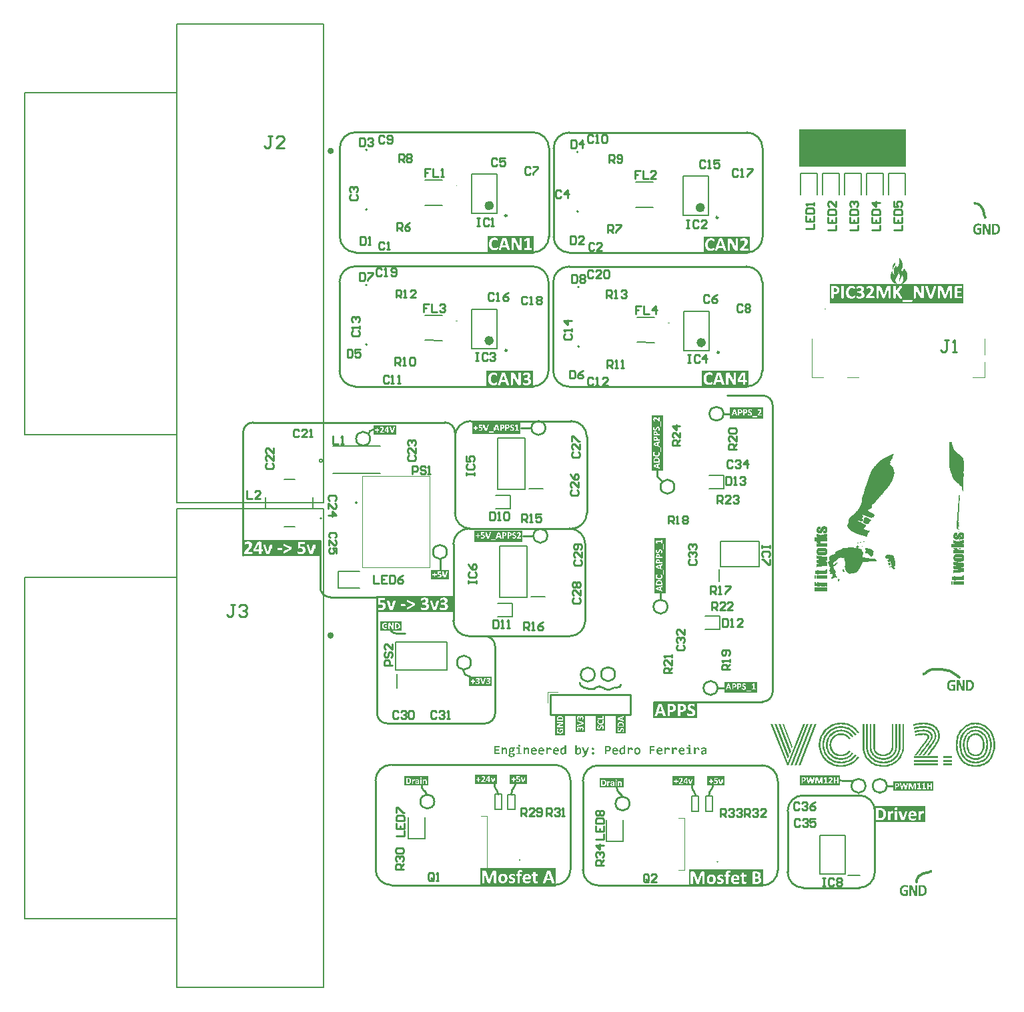
<source format=gto>
G04*
G04 #@! TF.GenerationSoftware,Altium Limited,Altium Designer,24.1.2 (44)*
G04*
G04 Layer_Color=65535*
%FSLAX44Y44*%
%MOMM*%
G71*
G04*
G04 #@! TF.SameCoordinates,51AA683D-CA4B-47C4-9456-8286C0F4AF48*
G04*
G04*
G04 #@! TF.FilePolarity,Positive*
G04*
G01*
G75*
%ADD10C,0.2540*%
%ADD11C,0.3000*%
%ADD12C,0.2000*%
%ADD13C,0.6000*%
%ADD14C,0.2500*%
%ADD15C,0.1000*%
%ADD16C,0.4000*%
%ADD17C,0.1750*%
%ADD18C,0.1270*%
%ADD19R,13.5500X4.7250*%
G36*
X831497Y762093D02*
X831664D01*
Y761926D01*
X831831D01*
Y761759D01*
X831997D01*
Y761593D01*
X832164D01*
Y761426D01*
X832331D01*
Y761259D01*
X832498D01*
Y761092D01*
X832664D01*
Y760759D01*
X832831D01*
Y760592D01*
X832998D01*
Y760425D01*
X833165D01*
Y760091D01*
X833332D01*
Y759925D01*
X833499D01*
Y759758D01*
X833665D01*
Y759424D01*
X833832D01*
Y759091D01*
X833999D01*
Y758924D01*
X834166D01*
Y758590D01*
X834333D01*
Y758257D01*
X834499D01*
Y757923D01*
X834666D01*
Y757589D01*
X834833D01*
Y757256D01*
X835000D01*
Y756755D01*
X835167D01*
Y756422D01*
X835333D01*
Y755755D01*
X835500D01*
Y755087D01*
X835667D01*
Y753920D01*
X835834D01*
Y752419D01*
X835667D01*
Y751418D01*
X835500D01*
Y750750D01*
X835333D01*
Y750250D01*
X835167D01*
Y749750D01*
X835000D01*
Y749416D01*
X834833D01*
Y749082D01*
X834666D01*
Y748749D01*
X834499D01*
Y748248D01*
X834333D01*
Y747581D01*
X834166D01*
Y746413D01*
X834333D01*
Y745913D01*
X834499D01*
Y745580D01*
X834666D01*
Y745413D01*
X835500D01*
Y745580D01*
X835667D01*
Y745746D01*
X835834D01*
Y745913D01*
X836001D01*
Y746080D01*
X836167D01*
Y746413D01*
X836334D01*
Y746747D01*
X836501D01*
Y747081D01*
X836668D01*
Y747581D01*
X836835D01*
Y748082D01*
X837001D01*
Y748582D01*
X837168D01*
Y748916D01*
X837335D01*
Y748749D01*
X837502D01*
Y748582D01*
X837669D01*
Y748415D01*
X837835D01*
Y748248D01*
X838002D01*
Y748082D01*
X838169D01*
Y747915D01*
X838336D01*
Y747748D01*
X838503D01*
Y747581D01*
X838670D01*
Y747247D01*
X838836D01*
Y747081D01*
X839003D01*
Y746914D01*
X839170D01*
Y746580D01*
X839337D01*
Y746413D01*
X839503D01*
Y746080D01*
X839670D01*
Y745913D01*
X839837D01*
Y745580D01*
X840004D01*
Y745246D01*
X840171D01*
Y744912D01*
X840338D01*
Y744579D01*
X840504D01*
Y744245D01*
X840671D01*
Y743911D01*
X840838D01*
Y743411D01*
X841005D01*
Y742911D01*
X841172D01*
Y742410D01*
X841338D01*
Y741743D01*
X841505D01*
Y740909D01*
X841672D01*
Y737239D01*
X841505D01*
Y736405D01*
X841338D01*
Y735905D01*
X841172D01*
Y735404D01*
X841005D01*
Y734904D01*
X840838D01*
Y734570D01*
X840671D01*
Y734237D01*
X840504D01*
Y733903D01*
X840338D01*
Y733569D01*
X840171D01*
Y733403D01*
X840004D01*
Y733236D01*
X839837D01*
Y732902D01*
X839670D01*
Y732736D01*
X839503D01*
Y732569D01*
X839337D01*
Y732402D01*
X839170D01*
Y732235D01*
X839003D01*
Y732068D01*
X838836D01*
Y731901D01*
X838670D01*
Y731735D01*
X838503D01*
Y731568D01*
X838336D01*
Y731401D01*
X838169D01*
Y731234D01*
X838002D01*
Y731067D01*
X837669D01*
Y730901D01*
X837502D01*
Y730734D01*
X837168D01*
Y730567D01*
X837001D01*
Y730400D01*
X836668D01*
Y730233D01*
X836334D01*
Y730067D01*
X836001D01*
Y729900D01*
X835667D01*
Y729733D01*
X835333D01*
Y729566D01*
X834833D01*
Y729399D01*
X834333D01*
Y729233D01*
X833665D01*
Y729566D01*
X833832D01*
Y729733D01*
X833999D01*
Y729900D01*
X834166D01*
Y730067D01*
X834333D01*
Y730233D01*
X834499D01*
Y730567D01*
X834666D01*
Y730734D01*
X834833D01*
Y730901D01*
X835000D01*
Y731234D01*
X835167D01*
Y731401D01*
X835333D01*
Y731735D01*
X835500D01*
Y731901D01*
X835667D01*
Y732235D01*
X835834D01*
Y732569D01*
X836001D01*
Y733069D01*
X836167D01*
Y733403D01*
X836334D01*
Y733903D01*
X836501D01*
Y734737D01*
X836668D01*
Y736906D01*
X836501D01*
Y737573D01*
X836334D01*
Y738073D01*
X836167D01*
Y738407D01*
X836001D01*
Y738907D01*
X835834D01*
Y739074D01*
X835667D01*
Y739408D01*
X835500D01*
Y739741D01*
X835333D01*
Y739908D01*
X835167D01*
Y740242D01*
X835000D01*
Y740408D01*
X834833D01*
Y740575D01*
X834666D01*
Y740742D01*
X834499D01*
Y740909D01*
X834333D01*
Y738907D01*
X834166D01*
Y738407D01*
X833999D01*
Y737906D01*
X833832D01*
Y737573D01*
X833665D01*
Y737239D01*
X833499D01*
Y737072D01*
X833332D01*
Y736739D01*
X833165D01*
Y736572D01*
X832998D01*
Y736238D01*
X832831D01*
Y736072D01*
X832664D01*
Y735738D01*
X832498D01*
Y735404D01*
X832331D01*
Y735071D01*
X832164D01*
Y734737D01*
X831997D01*
Y734237D01*
X831831D01*
Y732235D01*
X831664D01*
Y732569D01*
X831497D01*
Y732902D01*
X831330D01*
Y733403D01*
X831163D01*
Y734070D01*
X830996D01*
Y735238D01*
X831163D01*
Y735905D01*
X831330D01*
Y736405D01*
X831497D01*
Y736906D01*
X831664D01*
Y737406D01*
X831831D01*
Y737906D01*
X831997D01*
Y740408D01*
X831831D01*
Y740909D01*
X831664D01*
Y741409D01*
X831497D01*
Y741743D01*
X831330D01*
Y742077D01*
X831163D01*
Y742410D01*
X830996D01*
Y742744D01*
X830830D01*
Y743077D01*
X830663D01*
Y743244D01*
X830496D01*
Y743578D01*
X830329D01*
Y743745D01*
X830162D01*
Y743911D01*
X829996D01*
Y744245D01*
X829829D01*
Y743745D01*
X829996D01*
Y742410D01*
X829829D01*
Y741576D01*
X829662D01*
Y741076D01*
X829495D01*
Y740742D01*
X829328D01*
Y740242D01*
X829162D01*
Y739908D01*
X828995D01*
Y739575D01*
X828828D01*
Y739408D01*
X828661D01*
Y739074D01*
X828494D01*
Y738740D01*
X828328D01*
Y738574D01*
X828161D01*
Y738240D01*
X827994D01*
Y737906D01*
X827827D01*
Y737740D01*
X827660D01*
Y737406D01*
X827494D01*
Y737072D01*
X827327D01*
Y736739D01*
X827160D01*
Y736572D01*
X826993D01*
Y736072D01*
X826826D01*
Y735738D01*
X826660D01*
Y735238D01*
X826493D01*
Y734070D01*
X826326D01*
Y733569D01*
X826493D01*
Y732569D01*
X826660D01*
Y732068D01*
X826826D01*
Y731735D01*
X826993D01*
Y731401D01*
X827160D01*
Y731067D01*
X827327D01*
Y730734D01*
X827494D01*
Y730567D01*
X827660D01*
Y730233D01*
X827827D01*
Y730067D01*
X827994D01*
Y729900D01*
X828161D01*
Y729566D01*
X828328D01*
Y729399D01*
X828494D01*
Y729233D01*
X827994D01*
Y729399D01*
X827327D01*
Y729566D01*
X826826D01*
Y729733D01*
X826326D01*
Y729900D01*
X825992D01*
Y730067D01*
X825659D01*
Y730233D01*
X825325D01*
Y730400D01*
X824992D01*
Y730567D01*
X824658D01*
Y730734D01*
X824491D01*
Y730901D01*
X824157D01*
Y731067D01*
X823991D01*
Y731234D01*
X823657D01*
Y731401D01*
X823490D01*
Y731568D01*
X823323D01*
Y731735D01*
X823157D01*
Y731901D01*
X822990D01*
Y732068D01*
X822823D01*
Y732235D01*
X822656D01*
Y732402D01*
X822489D01*
Y732569D01*
X822323D01*
Y732736D01*
X822156D01*
Y732902D01*
X821989D01*
Y733236D01*
X821822D01*
Y733403D01*
X821655D01*
Y733736D01*
X821489D01*
Y734070D01*
X821322D01*
Y734237D01*
X821155D01*
Y734737D01*
X820988D01*
Y735071D01*
X820821D01*
Y735571D01*
X820655D01*
Y736072D01*
X820488D01*
Y736906D01*
X820321D01*
Y738407D01*
X820154D01*
Y739241D01*
X820321D01*
Y740909D01*
X820488D01*
Y741743D01*
X820655D01*
Y742410D01*
X820821D01*
Y743077D01*
X820988D01*
Y743578D01*
X821155D01*
Y744078D01*
X821322D01*
Y744412D01*
X821489D01*
Y744745D01*
X821655D01*
Y745079D01*
X821822D01*
Y745413D01*
X821989D01*
Y745746D01*
X822156D01*
Y745246D01*
X822323D01*
Y744579D01*
X822489D01*
Y744078D01*
X822656D01*
Y743578D01*
X822823D01*
Y743244D01*
X822990D01*
Y742911D01*
X823157D01*
Y742744D01*
X823323D01*
Y742410D01*
X823490D01*
Y742243D01*
X823657D01*
Y742077D01*
X823824D01*
Y741910D01*
X823991D01*
Y741743D01*
X824157D01*
Y741576D01*
X824324D01*
Y741409D01*
X824491D01*
Y741243D01*
X824658D01*
Y741076D01*
X824825D01*
Y740909D01*
X825158D01*
Y740742D01*
X825492D01*
Y740575D01*
X825659D01*
Y740909D01*
X825492D01*
Y741243D01*
X825325D01*
Y741576D01*
X825158D01*
Y741910D01*
X824992D01*
Y742410D01*
X824825D01*
Y742911D01*
X824658D01*
Y743411D01*
X824491D01*
Y744078D01*
X824324D01*
Y745746D01*
X824157D01*
Y746247D01*
X824324D01*
Y747748D01*
X824491D01*
Y748415D01*
X824658D01*
Y748916D01*
X824825D01*
Y749249D01*
X824992D01*
Y749583D01*
X825158D01*
Y749916D01*
X825325D01*
Y750250D01*
X825492D01*
Y750584D01*
X825659D01*
Y750750D01*
X825826D01*
Y750917D01*
X825992D01*
Y751251D01*
X826159D01*
Y751418D01*
X826326D01*
Y751584D01*
X826493D01*
Y751751D01*
X826660D01*
Y751918D01*
X826993D01*
Y752085D01*
X827160D01*
Y752252D01*
X827327D01*
Y752419D01*
X827660D01*
Y752585D01*
X827827D01*
Y752252D01*
X827660D01*
Y751751D01*
X827494D01*
Y750750D01*
X827660D01*
Y750417D01*
X827827D01*
Y750083D01*
X827994D01*
Y749916D01*
X828161D01*
Y750083D01*
X828328D01*
Y750250D01*
X828494D01*
Y750417D01*
X828661D01*
Y750584D01*
X828828D01*
Y750917D01*
X828995D01*
Y751084D01*
X829162D01*
Y751418D01*
X829328D01*
Y751584D01*
X829495D01*
Y751918D01*
X829662D01*
Y752252D01*
X829829D01*
Y752419D01*
X829996D01*
Y752919D01*
X830162D01*
Y753252D01*
X830329D01*
Y753586D01*
X830496D01*
Y754087D01*
X830663D01*
Y754587D01*
X830830D01*
Y755087D01*
X830996D01*
Y755755D01*
X831163D01*
Y756589D01*
X831330D01*
Y757923D01*
X831497D01*
Y761259D01*
X831330D01*
Y762260D01*
X831497D01*
Y762093D01*
D02*
G37*
G36*
X825492Y756755D02*
X825659D01*
Y756422D01*
X825826D01*
Y755921D01*
X825992D01*
Y753753D01*
X825826D01*
Y753252D01*
X825659D01*
Y752919D01*
X825492D01*
Y752585D01*
X825325D01*
Y752419D01*
X825158D01*
Y752085D01*
X824992D01*
Y751918D01*
X824825D01*
Y751584D01*
X824658D01*
Y751418D01*
X824491D01*
Y751084D01*
X824324D01*
Y750917D01*
X824157D01*
Y750584D01*
X823991D01*
Y750250D01*
X823824D01*
Y749916D01*
X823657D01*
Y749583D01*
X823490D01*
Y748916D01*
X823323D01*
Y747915D01*
X823157D01*
Y748248D01*
X822990D01*
Y748582D01*
X822823D01*
Y748916D01*
X822656D01*
Y749416D01*
X822489D01*
Y750250D01*
Y750417D01*
Y750584D01*
X822323D01*
Y750750D01*
X822489D01*
Y751918D01*
X822656D01*
Y752419D01*
X822823D01*
Y752752D01*
X822990D01*
Y753086D01*
X823157D01*
Y753419D01*
X823323D01*
Y753586D01*
X823490D01*
Y753920D01*
X823657D01*
Y754087D01*
X823824D01*
Y754420D01*
X823991D01*
Y754587D01*
X824157D01*
Y754754D01*
X824324D01*
Y755087D01*
X824491D01*
Y755254D01*
X824658D01*
Y755588D01*
X824825D01*
Y755755D01*
X824992D01*
Y756088D01*
X825158D01*
Y756589D01*
X825325D01*
Y757089D01*
X825492D01*
Y756755D01*
D02*
G37*
G36*
X833665Y729066D02*
X833499D01*
Y729233D01*
X833665D01*
Y729066D01*
D02*
G37*
G36*
X823373Y513003D02*
X824016D01*
Y512842D01*
X824176D01*
Y512682D01*
X824016D01*
Y512521D01*
X823373D01*
Y511879D01*
X823534D01*
Y511719D01*
X823695D01*
Y510595D01*
X823053D01*
Y510274D01*
X822892D01*
Y509472D01*
X823053D01*
Y509311D01*
X823213D01*
Y508990D01*
X823053D01*
Y508508D01*
X822892D01*
Y508187D01*
X822731D01*
Y507866D01*
X822571D01*
Y507545D01*
X822411D01*
Y507385D01*
X822250D01*
Y507224D01*
X822089D01*
Y507064D01*
X821929D01*
Y506903D01*
X821768D01*
Y506743D01*
X821447D01*
Y506582D01*
X821287D01*
Y506101D01*
X820966D01*
Y505298D01*
X820645D01*
Y505138D01*
X820324D01*
Y504977D01*
X820163D01*
Y504335D01*
X820003D01*
Y504014D01*
X819842D01*
Y503693D01*
X819682D01*
Y503372D01*
X819842D01*
Y503212D01*
X819682D01*
Y502891D01*
X819842D01*
Y502730D01*
X820003D01*
Y501446D01*
X819842D01*
Y501286D01*
X819521D01*
Y501125D01*
X819361D01*
Y500483D01*
X819521D01*
Y500322D01*
X819361D01*
Y500162D01*
X819521D01*
Y500001D01*
X819682D01*
Y499841D01*
X819842D01*
Y499680D01*
X820003D01*
Y499520D01*
X820163D01*
Y499359D01*
X820645D01*
Y499199D01*
X820484D01*
Y498878D01*
X820805D01*
Y498717D01*
X820966D01*
Y498557D01*
X821126D01*
Y498396D01*
X821287D01*
Y498236D01*
X821447D01*
Y498075D01*
X821608D01*
Y497915D01*
X822089D01*
Y497433D01*
X822411D01*
Y497594D01*
X822571D01*
Y497433D01*
X822892D01*
Y496952D01*
X823053D01*
Y496791D01*
X823213D01*
Y495507D01*
X823695D01*
Y495347D01*
X823534D01*
Y495026D01*
X823855D01*
Y494865D01*
X823695D01*
Y494384D01*
X823855D01*
Y494062D01*
X824016D01*
Y493902D01*
X823855D01*
Y494062D01*
X823373D01*
Y493741D01*
X824016D01*
Y493581D01*
X824176D01*
Y493420D01*
X824337D01*
Y492457D01*
X824497D01*
Y492297D01*
X824658D01*
Y492136D01*
X824818D01*
Y490371D01*
X824979D01*
Y489889D01*
X824818D01*
Y490210D01*
X824337D01*
Y489729D01*
X824979D01*
Y489568D01*
X825139D01*
Y488124D01*
X824818D01*
Y488284D01*
X824658D01*
Y487963D01*
X824818D01*
Y487481D01*
X824979D01*
Y487321D01*
X824818D01*
Y487481D01*
X824658D01*
Y487160D01*
X824818D01*
Y486839D01*
X824337D01*
Y485234D01*
X824176D01*
Y484753D01*
X824016D01*
Y484271D01*
X823855D01*
Y483308D01*
X823695D01*
Y482827D01*
X823373D01*
Y482666D01*
X823213D01*
Y481864D01*
X823053D01*
Y481061D01*
X822892D01*
Y480740D01*
X822731D01*
Y480098D01*
X822571D01*
Y479777D01*
X822411D01*
Y479617D01*
X822089D01*
Y478974D01*
X821929D01*
Y478814D01*
X821768D01*
Y478653D01*
X821608D01*
Y478493D01*
X821768D01*
Y478172D01*
X821608D01*
Y478011D01*
X821447D01*
Y477851D01*
X821287D01*
Y477369D01*
X821126D01*
Y477209D01*
X820966D01*
Y476727D01*
X820805D01*
Y476888D01*
X820645D01*
Y476727D01*
X820484D01*
Y475764D01*
X820324D01*
Y475604D01*
X820163D01*
Y475283D01*
X820003D01*
Y475122D01*
X819842D01*
Y474962D01*
X819682D01*
Y474801D01*
X819521D01*
Y474480D01*
X819361D01*
Y474320D01*
X819200D01*
Y473999D01*
X819040D01*
Y473517D01*
X818879D01*
Y473036D01*
X818719D01*
Y472875D01*
X818558D01*
Y472715D01*
X817756D01*
Y472233D01*
X817595D01*
Y472072D01*
X817435D01*
Y471912D01*
X817274D01*
Y471752D01*
X817114D01*
Y471591D01*
X816953D01*
Y471431D01*
X816793D01*
Y471109D01*
X816632D01*
Y470788D01*
X816471D01*
Y470628D01*
X816311D01*
Y470467D01*
X816151D01*
Y470146D01*
X815990D01*
Y469825D01*
X815829D01*
Y469504D01*
X815508D01*
Y469183D01*
X815348D01*
Y468862D01*
X815187D01*
Y468541D01*
X814866D01*
Y468220D01*
X814706D01*
Y468381D01*
X814385D01*
Y468220D01*
X814064D01*
Y468060D01*
X813903D01*
Y467739D01*
X813743D01*
Y467578D01*
X813582D01*
Y467418D01*
X813422D01*
Y467257D01*
X813261D01*
Y467097D01*
X813101D01*
Y466776D01*
X812780D01*
Y466615D01*
X812619D01*
Y466455D01*
X812459D01*
Y466134D01*
X812298D01*
Y465973D01*
X811977D01*
Y465652D01*
X811656D01*
Y465491D01*
X811496D01*
Y464850D01*
X811335D01*
Y464368D01*
X811175D01*
Y464207D01*
X810693D01*
Y463886D01*
X810533D01*
Y463726D01*
X810372D01*
Y463565D01*
X810212D01*
Y463244D01*
X810051D01*
Y462442D01*
X809891D01*
Y462121D01*
X809730D01*
Y461960D01*
X809570D01*
Y461639D01*
X809409D01*
Y461479D01*
X808928D01*
Y461639D01*
X808767D01*
Y461479D01*
X808446D01*
Y461318D01*
X808286D01*
Y460837D01*
X808125D01*
Y460676D01*
X807804D01*
Y460355D01*
X807643D01*
Y460034D01*
X807483D01*
Y459713D01*
X807322D01*
Y459553D01*
X807162D01*
Y459392D01*
X806520D01*
Y459071D01*
X806199D01*
Y458750D01*
X806038D01*
Y458429D01*
X805878D01*
Y458108D01*
X805717D01*
Y457948D01*
X805557D01*
Y457466D01*
X805396D01*
Y457145D01*
X805236D01*
Y456824D01*
X805075D01*
Y456503D01*
X804594D01*
Y456342D01*
X804433D01*
Y456021D01*
X804112D01*
Y455861D01*
X803952D01*
Y455540D01*
X803631D01*
Y455379D01*
X803470D01*
Y455058D01*
X803149D01*
Y454898D01*
X802989D01*
Y454577D01*
X802668D01*
Y454416D01*
X802186D01*
Y454256D01*
X802026D01*
Y454095D01*
X801865D01*
Y453614D01*
X801704D01*
Y453453D01*
X801544D01*
Y453293D01*
X801384D01*
Y452972D01*
X801223D01*
Y452811D01*
X800902D01*
Y452651D01*
X800742D01*
Y452490D01*
X800581D01*
Y452330D01*
X800420D01*
Y452009D01*
X800260D01*
Y451206D01*
X800099D01*
Y450885D01*
X799939D01*
Y450724D01*
X799778D01*
Y450564D01*
X799618D01*
Y450724D01*
X799457D01*
Y450564D01*
X799297D01*
Y449922D01*
X798655D01*
Y449762D01*
X797852D01*
Y449601D01*
X797371D01*
Y449440D01*
X796568D01*
Y449119D01*
X796729D01*
Y448959D01*
X796568D01*
Y448477D01*
X796408D01*
Y448317D01*
X796247D01*
Y448156D01*
X796087D01*
Y446712D01*
X796247D01*
Y446391D01*
X796087D01*
Y445749D01*
X796247D01*
Y445428D01*
X796087D01*
Y444946D01*
X795926D01*
Y444625D01*
X795766D01*
Y444465D01*
X795445D01*
Y444144D01*
X794963D01*
Y443983D01*
X794642D01*
Y443823D01*
X794321D01*
Y443662D01*
X793839D01*
Y443502D01*
X793358D01*
Y443341D01*
X793037D01*
Y443181D01*
X792876D01*
Y443020D01*
X792395D01*
Y442859D01*
X792074D01*
Y442699D01*
X791913D01*
Y442378D01*
X791753D01*
Y441254D01*
X791913D01*
Y440933D01*
X792074D01*
Y440773D01*
X792234D01*
Y440612D01*
X792555D01*
Y440452D01*
X792876D01*
Y440291D01*
X793358D01*
Y440131D01*
X793679D01*
Y439970D01*
X794000D01*
Y439810D01*
X794321D01*
Y439649D01*
X794642D01*
Y439489D01*
X794803D01*
Y439328D01*
X794963D01*
Y439168D01*
X795284D01*
Y439007D01*
X795605D01*
Y438847D01*
X795926D01*
Y438686D01*
X796247D01*
Y438526D01*
X796408D01*
Y438365D01*
X796729D01*
Y438205D01*
X797210D01*
Y438044D01*
X797531D01*
Y437884D01*
X797692D01*
Y437723D01*
X798013D01*
Y437563D01*
X798334D01*
Y437402D01*
X798494D01*
Y437242D01*
X798655D01*
Y437081D01*
X798976D01*
Y436921D01*
X799136D01*
Y436760D01*
X799457D01*
Y436600D01*
X799778D01*
Y436118D01*
X799939D01*
Y435957D01*
X799778D01*
Y435797D01*
X799939D01*
Y435476D01*
X799778D01*
Y434994D01*
X799618D01*
Y434834D01*
X799457D01*
Y434352D01*
X799297D01*
Y433550D01*
X799457D01*
Y433389D01*
X799297D01*
Y433229D01*
X799136D01*
Y433068D01*
X798976D01*
Y432908D01*
X798655D01*
Y432747D01*
X798334D01*
Y432587D01*
X796889D01*
Y432426D01*
X796568D01*
Y432587D01*
X796087D01*
Y432426D01*
X794803D01*
Y432587D01*
X793679D01*
Y432747D01*
X793197D01*
Y432908D01*
X793037D01*
Y433068D01*
X792716D01*
Y433229D01*
X792395D01*
Y433389D01*
X791913D01*
Y433550D01*
X791592D01*
Y433710D01*
X791111D01*
Y433871D01*
X790790D01*
Y434031D01*
X790469D01*
Y434192D01*
X789987D01*
Y434352D01*
X789345D01*
Y434513D01*
X789024D01*
Y434673D01*
X788703D01*
Y434834D01*
X788382D01*
Y434994D01*
X788061D01*
Y435155D01*
X787740D01*
Y435316D01*
X787259D01*
Y435476D01*
X786617D01*
Y435636D01*
X786135D01*
Y435797D01*
X785814D01*
Y435957D01*
X784690D01*
Y435797D01*
X784369D01*
Y435636D01*
X784209D01*
Y435316D01*
X784369D01*
Y435155D01*
X784530D01*
Y434994D01*
X784851D01*
Y434834D01*
X785011D01*
Y434513D01*
X785172D01*
Y434352D01*
X785332D01*
Y434192D01*
X785493D01*
Y434031D01*
X785653D01*
Y433389D01*
X785493D01*
Y433068D01*
X785332D01*
Y432908D01*
X785172D01*
Y432747D01*
X784851D01*
Y432587D01*
X784690D01*
Y432426D01*
X784530D01*
Y432266D01*
X784369D01*
Y431945D01*
X784209D01*
Y431624D01*
X784048D01*
Y431463D01*
X784209D01*
Y430982D01*
X784369D01*
Y430821D01*
X784530D01*
Y430661D01*
X784690D01*
Y430500D01*
X784851D01*
Y430340D01*
X785011D01*
Y430179D01*
X785172D01*
Y429858D01*
X785332D01*
Y428735D01*
X785172D01*
Y428574D01*
X785011D01*
Y428414D01*
X784851D01*
Y428253D01*
X784690D01*
Y428092D01*
X781962D01*
Y428253D01*
X781641D01*
Y428414D01*
X781159D01*
Y428574D01*
X780196D01*
Y428735D01*
X779233D01*
Y428574D01*
X779072D01*
Y428253D01*
X779233D01*
Y428092D01*
X779554D01*
Y427932D01*
X779715D01*
Y427771D01*
X780357D01*
Y427611D01*
X780678D01*
Y427450D01*
X781159D01*
Y427290D01*
X781480D01*
Y427129D01*
X781801D01*
Y426969D01*
X782122D01*
Y426808D01*
X782283D01*
Y426648D01*
X782764D01*
Y426487D01*
X783085D01*
Y426327D01*
X783246D01*
Y426487D01*
X783406D01*
Y426327D01*
X783727D01*
Y426006D01*
X783888D01*
Y425845D01*
X784048D01*
Y425685D01*
X784369D01*
Y425524D01*
X784690D01*
Y425364D01*
X785011D01*
Y425203D01*
X785493D01*
Y425043D01*
X785814D01*
Y424882D01*
X785975D01*
Y424722D01*
X786135D01*
Y424561D01*
X786456D01*
Y424401D01*
X786777D01*
Y424240D01*
X787098D01*
Y424080D01*
X787259D01*
Y423919D01*
X787580D01*
Y423759D01*
X787740D01*
Y423598D01*
X788222D01*
Y423438D01*
X788543D01*
Y423277D01*
X788703D01*
Y423117D01*
X789024D01*
Y422956D01*
X789185D01*
Y422314D01*
X789024D01*
Y421993D01*
X788864D01*
Y421833D01*
X788703D01*
Y421511D01*
X788543D01*
Y421190D01*
X788382D01*
Y420869D01*
X788222D01*
Y420709D01*
X788061D01*
Y420549D01*
X787901D01*
Y420388D01*
X787740D01*
Y420227D01*
X787419D01*
Y420067D01*
X787259D01*
Y419906D01*
X787098D01*
Y419746D01*
X786937D01*
Y419585D01*
X786617D01*
Y419425D01*
X786456D01*
Y419264D01*
X786135D01*
Y418783D01*
X785975D01*
Y418462D01*
X786295D01*
Y418141D01*
X786456D01*
Y417980D01*
X786777D01*
Y417820D01*
X786937D01*
Y417659D01*
X787098D01*
Y417499D01*
X787580D01*
Y417338D01*
X788061D01*
Y417178D01*
X788543D01*
Y417017D01*
X789345D01*
Y416857D01*
X789987D01*
Y416696D01*
X790469D01*
Y416536D01*
X790790D01*
Y416375D01*
X792234D01*
Y416536D01*
X792395D01*
Y416375D01*
X792716D01*
Y416215D01*
X794000D01*
Y415894D01*
X793839D01*
Y415252D01*
X793679D01*
Y415091D01*
X793519D01*
Y415252D01*
X793197D01*
Y415412D01*
X793037D01*
Y415252D01*
X793197D01*
Y415091D01*
X792876D01*
Y413968D01*
X792716D01*
Y413807D01*
X792074D01*
Y413647D01*
X791913D01*
Y413486D01*
X791753D01*
Y413325D01*
X791592D01*
Y413004D01*
X791432D01*
Y412202D01*
X791271D01*
Y411560D01*
X791111D01*
Y411239D01*
X790950D01*
Y410757D01*
X790790D01*
Y410276D01*
X790629D01*
Y409794D01*
X790469D01*
Y409152D01*
X790308D01*
Y408992D01*
X790148D01*
Y408831D01*
X789666D01*
Y408671D01*
X789024D01*
Y408831D01*
X788382D01*
Y408992D01*
X788061D01*
Y409152D01*
X787259D01*
Y409313D01*
X786777D01*
Y409473D01*
X786135D01*
Y409634D01*
X785493D01*
Y409794D01*
X784690D01*
Y409955D01*
X784209D01*
Y410115D01*
X783727D01*
Y410276D01*
X782925D01*
Y410436D01*
X782443D01*
Y410597D01*
X781801D01*
Y410757D01*
X781320D01*
Y410918D01*
X780678D01*
Y411078D01*
X780357D01*
Y411239D01*
X779715D01*
Y411399D01*
X779072D01*
Y411560D01*
X778591D01*
Y411720D01*
X778109D01*
Y411881D01*
X777788D01*
Y412041D01*
X777467D01*
Y412202D01*
X776986D01*
Y412362D01*
X776665D01*
Y412523D01*
X776344D01*
Y412683D01*
X775862D01*
Y412844D01*
X775541D01*
Y413004D01*
X775220D01*
Y413165D01*
X775060D01*
Y413325D01*
X774739D01*
Y413486D01*
X774418D01*
Y413647D01*
X774097D01*
Y413807D01*
X773615D01*
Y413968D01*
X773455D01*
Y414128D01*
X773134D01*
Y414288D01*
X772652D01*
Y414449D01*
X772492D01*
Y414609D01*
X772170D01*
Y414931D01*
X772010D01*
Y415091D01*
X771689D01*
Y415252D01*
X771207D01*
Y415412D01*
X770565D01*
Y415573D01*
X770405D01*
Y415733D01*
X770244D01*
Y415894D01*
X769923D01*
Y416054D01*
X769763D01*
Y416215D01*
X769442D01*
Y416536D01*
X769121D01*
Y416696D01*
X768960D01*
Y416857D01*
X768800D01*
Y417017D01*
X768639D01*
Y417178D01*
X768318D01*
Y417338D01*
X768158D01*
Y417499D01*
X767837D01*
Y417659D01*
X767676D01*
Y417820D01*
X767516D01*
Y418141D01*
X767355D01*
Y418301D01*
X767195D01*
Y418622D01*
X767034D01*
Y418783D01*
X766874D01*
Y419104D01*
X766713D01*
Y419425D01*
X766553D01*
Y419585D01*
X766392D01*
Y419906D01*
X766232D01*
Y420227D01*
X766071D01*
Y420388D01*
X765911D01*
Y420709D01*
X765750D01*
Y420869D01*
X765590D01*
Y421030D01*
X765429D01*
Y421190D01*
X765268D01*
Y421833D01*
X765108D01*
Y422154D01*
X764948D01*
Y422475D01*
X765108D01*
Y422635D01*
X765268D01*
Y422796D01*
X765429D01*
Y423117D01*
X765590D01*
Y423438D01*
X765750D01*
Y423759D01*
X765911D01*
Y423919D01*
X766071D01*
Y424561D01*
X766232D01*
Y424722D01*
X766392D01*
Y425043D01*
X766553D01*
Y425203D01*
X766713D01*
Y426166D01*
X766874D01*
Y426487D01*
X767034D01*
Y426969D01*
X767195D01*
Y430340D01*
X767355D01*
Y430661D01*
X767516D01*
Y431142D01*
X767676D01*
Y431624D01*
X767837D01*
Y431945D01*
X768158D01*
Y432266D01*
X768318D01*
Y432587D01*
X768479D01*
Y432747D01*
X768800D01*
Y433068D01*
X768960D01*
Y433229D01*
X769121D01*
Y433389D01*
X769281D01*
Y433550D01*
X769442D01*
Y433710D01*
X769602D01*
Y433871D01*
X769923D01*
Y434031D01*
X770084D01*
Y434192D01*
X770244D01*
Y434352D01*
X770405D01*
Y434513D01*
X770565D01*
Y434673D01*
X770726D01*
Y434834D01*
X771047D01*
Y434994D01*
X771368D01*
Y435155D01*
X771528D01*
Y435316D01*
X771689D01*
Y435476D01*
X771850D01*
Y435636D01*
X772170D01*
Y435797D01*
X772492D01*
Y435957D01*
X772813D01*
Y436118D01*
X773134D01*
Y436278D01*
X773294D01*
Y436439D01*
X773455D01*
Y436600D01*
X773776D01*
Y436921D01*
X773936D01*
Y437081D01*
X774097D01*
Y437242D01*
X774257D01*
Y437402D01*
X774418D01*
Y437563D01*
X774578D01*
Y437723D01*
X774739D01*
Y437884D01*
X774899D01*
Y438044D01*
X775060D01*
Y438205D01*
X775220D01*
Y438526D01*
X775381D01*
Y438686D01*
X775541D01*
Y438847D01*
X775702D01*
Y439007D01*
X775862D01*
Y439168D01*
X776023D01*
Y439489D01*
X776183D01*
Y439810D01*
X776344D01*
Y439970D01*
X776504D01*
Y440291D01*
X776665D01*
Y440452D01*
X776825D01*
Y440612D01*
X776986D01*
Y440773D01*
X777146D01*
Y440933D01*
X777467D01*
Y441094D01*
X777628D01*
Y441254D01*
X777949D01*
Y441415D01*
X778109D01*
Y441575D01*
X778270D01*
Y441736D01*
X778430D01*
Y442057D01*
X778591D01*
Y442217D01*
X778752D01*
Y442378D01*
X778912D01*
Y442538D01*
X779072D01*
Y442859D01*
X779233D01*
Y443020D01*
X779393D01*
Y443341D01*
X779554D01*
Y443502D01*
X779715D01*
Y443983D01*
X779875D01*
Y444304D01*
X780035D01*
Y444465D01*
X780196D01*
Y444786D01*
X780357D01*
Y444946D01*
X780517D01*
Y445107D01*
X780678D01*
Y445267D01*
X780838D01*
Y445588D01*
X780999D01*
Y446230D01*
X781159D01*
Y446551D01*
X781320D01*
Y446872D01*
X781480D01*
Y447193D01*
X781641D01*
Y447354D01*
X781801D01*
Y447675D01*
X781962D01*
Y447996D01*
X782122D01*
Y448317D01*
X782283D01*
Y448638D01*
X782443D01*
Y449119D01*
X782604D01*
Y449440D01*
X782764D01*
Y449762D01*
X782925D01*
Y450724D01*
X783085D01*
Y451527D01*
X783246D01*
Y451848D01*
X783406D01*
Y452169D01*
X783567D01*
Y452651D01*
X783727D01*
Y453774D01*
X783567D01*
Y453935D01*
X783727D01*
Y454095D01*
X783567D01*
Y455058D01*
X783727D01*
Y455861D01*
X783888D01*
Y456342D01*
X784048D01*
Y457145D01*
X784209D01*
Y458108D01*
X784369D01*
Y458750D01*
X784530D01*
Y459232D01*
X784690D01*
Y459553D01*
X784851D01*
Y459874D01*
X785011D01*
Y460516D01*
X785172D01*
Y461318D01*
X785332D01*
Y461960D01*
X785493D01*
Y462281D01*
X785653D01*
Y462602D01*
X785814D01*
Y462923D01*
X785975D01*
Y463405D01*
X786135D01*
Y463565D01*
X786295D01*
Y464207D01*
X786456D01*
Y464850D01*
X786617D01*
Y465813D01*
X786777D01*
Y466455D01*
X786937D01*
Y467097D01*
X787098D01*
Y467578D01*
X787259D01*
Y467899D01*
X787419D01*
Y468381D01*
X787580D01*
Y469344D01*
X787740D01*
Y470307D01*
X787901D01*
Y471109D01*
X788061D01*
Y471431D01*
X788222D01*
Y471752D01*
X788382D01*
Y471912D01*
X788543D01*
Y472393D01*
X788703D01*
Y472875D01*
X788864D01*
Y473036D01*
X789024D01*
Y473196D01*
X789185D01*
Y473517D01*
X789345D01*
Y473678D01*
X789506D01*
Y473999D01*
X789666D01*
Y474480D01*
X789827D01*
Y474962D01*
X789987D01*
Y475764D01*
X790148D01*
Y476246D01*
X790308D01*
Y476727D01*
X790469D01*
Y477048D01*
X790629D01*
Y477530D01*
X790790D01*
Y478653D01*
X790950D01*
Y478974D01*
X791111D01*
Y479617D01*
X791271D01*
Y479938D01*
X791432D01*
Y480259D01*
X791592D01*
Y480419D01*
X791753D01*
Y481061D01*
X791913D01*
Y481382D01*
X792074D01*
Y482185D01*
X792234D01*
Y482506D01*
X792395D01*
Y483308D01*
X792555D01*
Y483629D01*
X792716D01*
Y484111D01*
X792876D01*
Y484753D01*
X793037D01*
Y485234D01*
X793197D01*
Y485716D01*
X793358D01*
Y486037D01*
X793519D01*
Y486358D01*
X793679D01*
Y486679D01*
X793839D01*
Y487000D01*
X794000D01*
Y487321D01*
X794161D01*
Y487642D01*
X794321D01*
Y487963D01*
X794482D01*
Y488766D01*
X794642D01*
Y489247D01*
X794803D01*
Y489568D01*
X794963D01*
Y490050D01*
X795124D01*
Y490371D01*
X795284D01*
Y490531D01*
X795445D01*
Y491173D01*
X795605D01*
Y491494D01*
X795766D01*
Y491815D01*
X795926D01*
Y492136D01*
X796087D01*
Y492297D01*
X796247D01*
Y492778D01*
X796408D01*
Y493099D01*
X796568D01*
Y493741D01*
X796729D01*
Y493902D01*
X796889D01*
Y494062D01*
X797050D01*
Y494223D01*
X797371D01*
Y494384D01*
X797531D01*
Y494544D01*
X797692D01*
Y494705D01*
X797852D01*
Y494865D01*
X798013D01*
Y495026D01*
X798173D01*
Y495186D01*
X798334D01*
Y495347D01*
X798494D01*
Y495507D01*
X798655D01*
Y495668D01*
X798815D01*
Y495989D01*
X798976D01*
Y496310D01*
X799136D01*
Y496631D01*
X799297D01*
Y496791D01*
X799457D01*
Y496952D01*
X799618D01*
Y497112D01*
X799778D01*
Y497273D01*
X799939D01*
Y497433D01*
X800099D01*
Y497594D01*
X800260D01*
Y497754D01*
X800420D01*
Y497915D01*
X800581D01*
Y498075D01*
X800742D01*
Y498236D01*
X800902D01*
Y498396D01*
X801062D01*
Y498557D01*
X801223D01*
Y498717D01*
X801384D01*
Y498878D01*
X801544D01*
Y499199D01*
X801704D01*
Y499359D01*
X801865D01*
Y499680D01*
X802026D01*
Y499841D01*
X802186D01*
Y500001D01*
X802347D01*
Y500162D01*
X802507D01*
Y500483D01*
X802668D01*
Y500804D01*
X802828D01*
Y500965D01*
X802989D01*
Y501125D01*
X803149D01*
Y501286D01*
X803310D01*
Y501446D01*
X803631D01*
Y501606D01*
X803791D01*
Y501927D01*
X803952D01*
Y502088D01*
X804273D01*
Y502249D01*
X804594D01*
Y502409D01*
X804754D01*
Y502570D01*
X804915D01*
Y502730D01*
X805075D01*
Y503051D01*
X805396D01*
Y503372D01*
X805557D01*
Y503533D01*
X805717D01*
Y503693D01*
X805878D01*
Y503854D01*
X806038D01*
Y504014D01*
X806199D01*
Y504175D01*
X806520D01*
Y504335D01*
X806680D01*
Y504496D01*
X806841D01*
Y504656D01*
X807001D01*
Y504817D01*
X807162D01*
Y504977D01*
X807483D01*
Y505138D01*
X807643D01*
Y505298D01*
X807804D01*
Y505459D01*
X808125D01*
Y505619D01*
X808286D01*
Y505780D01*
X808606D01*
Y505940D01*
X808928D01*
Y506101D01*
X809249D01*
Y506261D01*
X809570D01*
Y506422D01*
X809891D01*
Y506582D01*
X810051D01*
Y506743D01*
X810212D01*
Y506903D01*
X810372D01*
Y507064D01*
X810533D01*
Y507224D01*
X810693D01*
Y507385D01*
X811014D01*
Y507545D01*
X811175D01*
Y507706D01*
X811496D01*
Y507866D01*
X812138D01*
Y508027D01*
X812459D01*
Y508187D01*
X812780D01*
Y508348D01*
X812940D01*
Y508508D01*
X813101D01*
Y508669D01*
X813261D01*
Y508829D01*
X813582D01*
Y508990D01*
X814064D01*
Y509151D01*
X814545D01*
Y509311D01*
X814706D01*
Y509472D01*
X815027D01*
Y509632D01*
X815187D01*
Y509793D01*
X815348D01*
Y509953D01*
X815508D01*
Y510114D01*
X815829D01*
Y510274D01*
X816311D01*
Y510435D01*
X816793D01*
Y510595D01*
X817274D01*
Y510756D01*
X818077D01*
Y510916D01*
X818398D01*
Y511077D01*
X818558D01*
Y511237D01*
X818719D01*
Y511398D01*
X818879D01*
Y511558D01*
X819040D01*
Y511719D01*
X819361D01*
Y511879D01*
X819842D01*
Y512040D01*
X820163D01*
Y512200D01*
X820484D01*
Y512361D01*
X820805D01*
Y512200D01*
X820966D01*
Y512361D01*
X821126D01*
Y512682D01*
X821447D01*
Y512842D01*
X821608D01*
Y513003D01*
X821768D01*
Y513163D01*
X822089D01*
Y513003D01*
X822571D01*
Y513163D01*
X823373D01*
Y513003D01*
D02*
G37*
G36*
X824176Y512040D02*
X824016D01*
Y512200D01*
X823855D01*
Y512361D01*
X824176D01*
Y512040D01*
D02*
G37*
G36*
X897690Y528251D02*
X897851D01*
Y527770D01*
X898011D01*
Y527128D01*
X898172D01*
Y526646D01*
X898332D01*
Y526165D01*
X898493D01*
Y525362D01*
X898653D01*
Y525041D01*
X898814D01*
Y524399D01*
X898974D01*
Y523918D01*
X899135D01*
Y523436D01*
X899295D01*
Y522954D01*
X899456D01*
Y522312D01*
X899616D01*
Y521991D01*
X899777D01*
Y521349D01*
X899937D01*
Y521028D01*
X900098D01*
Y520547D01*
X900258D01*
Y520065D01*
X900419D01*
Y519423D01*
X900579D01*
Y518942D01*
X900740D01*
Y518460D01*
X900900D01*
Y518139D01*
X901061D01*
Y517979D01*
X901221D01*
Y517818D01*
X901542D01*
Y517658D01*
X901703D01*
Y517497D01*
X902024D01*
Y517337D01*
X902184D01*
Y517176D01*
X902345D01*
Y517016D01*
X902505D01*
Y516855D01*
X902827D01*
Y516694D01*
X902987D01*
Y516534D01*
X903148D01*
Y516373D01*
X903308D01*
Y516213D01*
X903468D01*
Y516053D01*
X903629D01*
Y515892D01*
X903790D01*
Y515732D01*
X903950D01*
Y515571D01*
X904111D01*
Y515410D01*
X904432D01*
Y515250D01*
X904592D01*
Y515089D01*
X904753D01*
Y514929D01*
X904913D01*
Y514768D01*
X905074D01*
Y514608D01*
X905234D01*
Y514447D01*
X905395D01*
Y514287D01*
X905716D01*
Y514126D01*
X905876D01*
Y513966D01*
X906037D01*
Y513805D01*
X906197D01*
Y513645D01*
X906358D01*
Y513484D01*
X906518D01*
Y513324D01*
X906839D01*
Y513163D01*
X907000D01*
Y513003D01*
X907160D01*
Y512842D01*
X907321D01*
Y512682D01*
X907481D01*
Y512521D01*
X907802D01*
Y512361D01*
X907963D01*
Y512200D01*
X908123D01*
Y512040D01*
X908284D01*
Y511879D01*
X908605D01*
Y511719D01*
X908765D01*
Y511558D01*
X908926D01*
Y511237D01*
X909247D01*
Y511077D01*
X909407D01*
Y510916D01*
X909568D01*
Y510756D01*
X909728D01*
Y510595D01*
X909889D01*
Y510435D01*
X910050D01*
Y510274D01*
X910210D01*
Y510114D01*
X910370D01*
Y509953D01*
X910692D01*
Y509793D01*
X910852D01*
Y509632D01*
X911013D01*
Y509472D01*
X911173D01*
Y509311D01*
X911334D01*
Y509151D01*
X911494D01*
Y508990D01*
X911655D01*
Y508829D01*
X911815D01*
Y508669D01*
X911976D01*
Y508187D01*
X912136D01*
Y507866D01*
X912297D01*
Y507385D01*
X912457D01*
Y506582D01*
X912618D01*
Y505940D01*
X912778D01*
Y505298D01*
X912939D01*
Y504335D01*
X913099D01*
Y503533D01*
X913260D01*
Y503051D01*
X913420D01*
Y502088D01*
X913581D01*
Y501125D01*
X913741D01*
Y498075D01*
X913581D01*
Y497433D01*
X913741D01*
Y494705D01*
X913581D01*
Y494062D01*
X913420D01*
Y493420D01*
X913260D01*
Y492618D01*
X913099D01*
Y491976D01*
X912939D01*
Y491173D01*
X912778D01*
Y489247D01*
X912939D01*
Y487160D01*
X913099D01*
Y485395D01*
X912939D01*
Y484271D01*
X912778D01*
Y483469D01*
X912618D01*
Y481864D01*
X912457D01*
Y479296D01*
X912618D01*
Y478172D01*
X912778D01*
Y476567D01*
X912939D01*
Y476406D01*
X912778D01*
Y474159D01*
X912618D01*
Y473517D01*
X912457D01*
Y472715D01*
X912297D01*
Y472072D01*
X912457D01*
Y470949D01*
X912618D01*
Y469504D01*
X912457D01*
Y466294D01*
X912297D01*
Y466134D01*
X911976D01*
Y466294D01*
X911815D01*
Y466455D01*
X911655D01*
Y467097D01*
X911494D01*
Y467578D01*
X911334D01*
Y468060D01*
X911173D01*
Y468702D01*
X911013D01*
Y469183D01*
X910852D01*
Y469825D01*
X910692D01*
Y471109D01*
X910531D01*
Y471591D01*
X910370D01*
Y471752D01*
X910210D01*
Y471912D01*
X910050D01*
Y472072D01*
X909728D01*
Y472233D01*
X909568D01*
Y472393D01*
X909407D01*
Y472554D01*
X909247D01*
Y472715D01*
X909086D01*
Y472875D01*
X908926D01*
Y473036D01*
X908605D01*
Y473357D01*
X908444D01*
Y473517D01*
X908284D01*
Y473678D01*
X908123D01*
Y473838D01*
X907802D01*
Y473999D01*
X907642D01*
Y474320D01*
X907321D01*
Y474480D01*
X907160D01*
Y474641D01*
X907000D01*
Y474962D01*
X906839D01*
Y475122D01*
X906679D01*
Y475283D01*
X906518D01*
Y475443D01*
X906358D01*
Y475604D01*
X906197D01*
Y475764D01*
X906037D01*
Y475925D01*
X905876D01*
Y476085D01*
X905716D01*
Y476246D01*
X905395D01*
Y476406D01*
X905234D01*
Y476567D01*
X905074D01*
Y476888D01*
X904753D01*
Y477048D01*
X904592D01*
Y477209D01*
X904432D01*
Y477369D01*
X904271D01*
Y477530D01*
X904111D01*
Y477690D01*
X903950D01*
Y477851D01*
X903790D01*
Y478011D01*
X903629D01*
Y478172D01*
X903308D01*
Y478493D01*
X903148D01*
Y478653D01*
X902987D01*
Y478814D01*
X902666D01*
Y478974D01*
X902505D01*
Y479135D01*
X902345D01*
Y479296D01*
X902184D01*
Y479456D01*
X901863D01*
Y479617D01*
X901703D01*
Y479777D01*
X901542D01*
Y479938D01*
X901382D01*
Y480098D01*
X901221D01*
Y480259D01*
X900900D01*
Y480419D01*
X900740D01*
Y480580D01*
X900579D01*
Y480740D01*
X900419D01*
Y480901D01*
X900258D01*
Y481061D01*
X900098D01*
Y481222D01*
X899937D01*
Y481543D01*
X899777D01*
Y481864D01*
X899616D01*
Y482345D01*
X899456D01*
Y482666D01*
X899295D01*
Y482987D01*
X899135D01*
Y483469D01*
X898974D01*
Y483790D01*
X898814D01*
Y484432D01*
X898653D01*
Y484913D01*
X898493D01*
Y485234D01*
X898332D01*
Y485716D01*
X898172D01*
Y486358D01*
X898011D01*
Y486839D01*
X897851D01*
Y487321D01*
X897690D01*
Y487803D01*
X897530D01*
Y488124D01*
X897369D01*
Y488605D01*
X897209D01*
Y489087D01*
X897048D01*
Y489568D01*
X896888D01*
Y490050D01*
X896727D01*
Y490531D01*
X896566D01*
Y491013D01*
X896406D01*
Y491494D01*
X896245D01*
Y492136D01*
X896085D01*
Y492618D01*
X895925D01*
Y493099D01*
X895764D01*
Y493581D01*
X895603D01*
Y494223D01*
X895443D01*
Y495026D01*
X895283D01*
Y495668D01*
X895122D01*
Y496470D01*
X894961D01*
Y497273D01*
X894801D01*
Y497915D01*
X894640D01*
Y499520D01*
X894480D01*
Y510756D01*
X894640D01*
Y511879D01*
X894480D01*
Y520065D01*
X894640D01*
Y525041D01*
X894801D01*
Y528893D01*
X897690D01*
Y528251D01*
D02*
G37*
G36*
X790148Y432747D02*
X790469D01*
Y432587D01*
X790629D01*
Y432426D01*
X791111D01*
Y432266D01*
X791432D01*
Y432105D01*
X791753D01*
Y431945D01*
X792074D01*
Y431784D01*
X792395D01*
Y431624D01*
X792555D01*
Y431463D01*
X792876D01*
Y431303D01*
X793037D01*
Y431142D01*
X793197D01*
Y430982D01*
X793519D01*
Y430821D01*
X793839D01*
Y430661D01*
X794161D01*
Y430500D01*
X794482D01*
Y430340D01*
X794642D01*
Y430179D01*
X794963D01*
Y430019D01*
X795124D01*
Y429858D01*
X795284D01*
Y429698D01*
X795445D01*
Y429537D01*
Y429377D01*
Y429216D01*
X795284D01*
Y429055D01*
X795124D01*
Y428895D01*
X794963D01*
Y428414D01*
X794803D01*
Y428253D01*
X794642D01*
Y428092D01*
X794482D01*
Y427771D01*
X794321D01*
Y426969D01*
X794161D01*
Y426808D01*
X793839D01*
Y426648D01*
X793519D01*
Y426487D01*
X793358D01*
Y426327D01*
X793197D01*
Y426166D01*
X793037D01*
Y425845D01*
X792876D01*
Y425685D01*
X792716D01*
Y425524D01*
X792395D01*
Y425364D01*
X792234D01*
Y425203D01*
X792074D01*
Y425043D01*
X791913D01*
Y424882D01*
X791432D01*
Y424722D01*
X791111D01*
Y424561D01*
X789987D01*
Y424722D01*
X789666D01*
Y424882D01*
X788222D01*
Y425043D01*
X787580D01*
Y425203D01*
X787098D01*
Y425364D01*
X786937D01*
Y425524D01*
X786777D01*
Y425685D01*
X786617D01*
Y425845D01*
X786456D01*
Y426006D01*
X786135D01*
Y426166D01*
X785975D01*
Y426327D01*
X785814D01*
Y426487D01*
X785653D01*
Y427129D01*
X785493D01*
Y427290D01*
X785332D01*
Y427932D01*
X785493D01*
Y428092D01*
X785653D01*
Y428253D01*
X785814D01*
Y428574D01*
X785975D01*
Y429537D01*
X786135D01*
Y429858D01*
X786295D01*
Y430179D01*
X786456D01*
Y430982D01*
X786617D01*
Y431784D01*
X786777D01*
Y432266D01*
X786937D01*
Y432426D01*
X787098D01*
Y432587D01*
X787259D01*
Y432747D01*
X787580D01*
Y432908D01*
X790148D01*
Y432747D01*
D02*
G37*
G36*
X907481Y461158D02*
X907802D01*
Y460997D01*
X907963D01*
Y460837D01*
X908123D01*
Y460516D01*
X907963D01*
Y460034D01*
X908123D01*
Y459392D01*
X907963D01*
Y459071D01*
X907802D01*
Y458590D01*
X907963D01*
Y457626D01*
X908123D01*
Y456021D01*
X907963D01*
Y454095D01*
X907802D01*
Y451527D01*
X907642D01*
Y449280D01*
X907481D01*
Y447033D01*
X907321D01*
Y444625D01*
X907160D01*
Y442378D01*
X907000D01*
Y439970D01*
X906839D01*
Y438044D01*
X906679D01*
Y435797D01*
X906518D01*
Y433229D01*
X906358D01*
Y431303D01*
X906197D01*
Y428253D01*
X906037D01*
Y426648D01*
X906197D01*
Y426487D01*
X906518D01*
Y426327D01*
X906839D01*
Y426166D01*
X907000D01*
Y425685D01*
X906839D01*
Y425524D01*
X906679D01*
Y424882D01*
X906839D01*
Y424561D01*
X907000D01*
Y424401D01*
X906839D01*
Y424080D01*
X906679D01*
Y423759D01*
X906839D01*
Y423598D01*
X907000D01*
Y422956D01*
X906839D01*
Y422635D01*
X906679D01*
Y422154D01*
X906839D01*
Y421993D01*
X907000D01*
Y421511D01*
X906839D01*
Y421190D01*
X906679D01*
Y420549D01*
X906839D01*
Y420388D01*
X907000D01*
Y420067D01*
X906839D01*
Y419585D01*
X906679D01*
Y419264D01*
X906839D01*
Y418462D01*
X906679D01*
Y418141D01*
X906518D01*
Y417980D01*
X906197D01*
Y418141D01*
X906037D01*
Y418783D01*
X906197D01*
Y419104D01*
X906358D01*
Y419264D01*
X906197D01*
Y419425D01*
X906037D01*
Y419746D01*
X905876D01*
Y419906D01*
X906037D01*
Y420388D01*
X906197D01*
Y420549D01*
X906358D01*
Y420709D01*
X906197D01*
Y420869D01*
X905876D01*
Y421511D01*
X906037D01*
Y421993D01*
X905716D01*
Y421833D01*
X905555D01*
Y421511D01*
X905395D01*
Y421030D01*
X905555D01*
Y418622D01*
X905395D01*
Y417980D01*
X905234D01*
Y417820D01*
X905074D01*
Y417659D01*
X904913D01*
Y417820D01*
X904753D01*
Y418301D01*
X904592D01*
Y418943D01*
X904432D01*
Y420709D01*
X904271D01*
Y421993D01*
X904111D01*
Y424240D01*
X904271D01*
Y426648D01*
X904432D01*
Y428895D01*
X904592D01*
Y430982D01*
X904753D01*
Y433068D01*
X904913D01*
Y434513D01*
Y434673D01*
Y435476D01*
X905074D01*
Y438044D01*
X905234D01*
Y439649D01*
X905395D01*
Y441896D01*
X905555D01*
Y444304D01*
X905716D01*
Y446391D01*
X905876D01*
Y448638D01*
X906037D01*
Y451045D01*
X906197D01*
Y453453D01*
X906358D01*
Y455379D01*
X906518D01*
Y459232D01*
X906679D01*
Y461158D01*
X906839D01*
Y461318D01*
X907481D01*
Y461158D01*
D02*
G37*
G36*
X736858Y421672D02*
X737019D01*
Y421511D01*
X738142D01*
Y421351D01*
X738303D01*
Y421190D01*
X738463D01*
Y421030D01*
X738624D01*
Y420869D01*
X738784D01*
Y420709D01*
X738945D01*
Y420549D01*
X739105D01*
Y420388D01*
X739266D01*
Y420227D01*
X739426D01*
Y419585D01*
X739587D01*
Y419425D01*
X739747D01*
Y419264D01*
X739908D01*
Y414931D01*
X739747D01*
Y414770D01*
X739587D01*
Y414449D01*
X739426D01*
Y413968D01*
X739266D01*
Y413807D01*
X739105D01*
Y413486D01*
X738945D01*
Y413325D01*
X738784D01*
Y413165D01*
X738624D01*
Y413004D01*
X738463D01*
Y412844D01*
X738142D01*
Y412683D01*
X737500D01*
Y412523D01*
X737179D01*
Y412362D01*
X734932D01*
Y416054D01*
X734771D01*
Y416215D01*
X734611D01*
Y416054D01*
X734450D01*
Y415412D01*
X734290D01*
Y415252D01*
X734129D01*
Y414770D01*
X733969D01*
Y414609D01*
X733808D01*
Y414449D01*
X733648D01*
Y414128D01*
X733487D01*
Y413968D01*
X733327D01*
Y413486D01*
X733006D01*
Y413165D01*
X732845D01*
Y413004D01*
X732524D01*
Y412683D01*
X731882D01*
Y412523D01*
X731722D01*
Y412362D01*
X728672D01*
Y412523D01*
X728191D01*
Y412683D01*
X727869D01*
Y412844D01*
X727709D01*
Y413004D01*
X727549D01*
Y413165D01*
X727388D01*
Y413325D01*
X727227D01*
Y413486D01*
X727067D01*
Y413807D01*
X726906D01*
Y413968D01*
X726746D01*
Y414609D01*
X726585D01*
Y414770D01*
X726425D01*
Y418622D01*
X726585D01*
Y418943D01*
X726746D01*
Y419585D01*
X726906D01*
Y419746D01*
X727067D01*
Y420067D01*
X727227D01*
Y420388D01*
X727388D01*
Y420549D01*
X727549D01*
Y420709D01*
X727869D01*
Y420869D01*
X728030D01*
Y421030D01*
X728191D01*
Y421190D01*
X728512D01*
Y421351D01*
X729154D01*
Y421511D01*
X730117D01*
Y421351D01*
X730438D01*
Y421511D01*
X730919D01*
Y421351D01*
X731080D01*
Y420869D01*
X730919D01*
Y420709D01*
X731080D01*
Y420388D01*
X730919D01*
Y419104D01*
X731080D01*
Y417980D01*
X730919D01*
Y417659D01*
X731080D01*
Y417338D01*
X728993D01*
Y417178D01*
X728833D01*
Y416857D01*
X728993D01*
Y416536D01*
X729314D01*
Y416375D01*
X729635D01*
Y416536D01*
X729796D01*
Y416375D01*
X730438D01*
Y416536D01*
X730598D01*
Y416696D01*
X730919D01*
Y416857D01*
X731080D01*
Y417178D01*
X731240D01*
Y417338D01*
X731401D01*
Y417659D01*
X731561D01*
Y417980D01*
X731722D01*
Y418301D01*
X731882D01*
Y418622D01*
X732043D01*
Y418943D01*
X732203D01*
Y419425D01*
X732364D01*
Y419585D01*
X732524D01*
Y419906D01*
X732685D01*
Y420227D01*
X732845D01*
Y420388D01*
X733006D01*
Y420549D01*
X733166D01*
Y420709D01*
X733327D01*
Y421030D01*
X733648D01*
Y421190D01*
X733808D01*
Y421351D01*
X734129D01*
Y421511D01*
X734771D01*
Y421672D01*
X735253D01*
Y421833D01*
X736858D01*
Y421672D01*
D02*
G37*
G36*
X906839Y417659D02*
X907000D01*
Y417178D01*
X906839D01*
Y416857D01*
X906679D01*
Y416536D01*
X906839D01*
Y416375D01*
X907000D01*
Y415733D01*
X906839D01*
Y415412D01*
X906679D01*
Y415091D01*
X906839D01*
Y414931D01*
X907000D01*
Y414449D01*
X906839D01*
Y413486D01*
X906518D01*
Y413165D01*
X906197D01*
Y413486D01*
X906358D01*
Y413807D01*
X906197D01*
Y414609D01*
X906358D01*
Y414770D01*
X906518D01*
Y414931D01*
X906358D01*
Y415091D01*
X906197D01*
Y415573D01*
Y415733D01*
Y416054D01*
X906358D01*
Y416536D01*
X906197D01*
Y417499D01*
X906358D01*
Y417820D01*
X906839D01*
Y417659D01*
D02*
G37*
G36*
X739747Y412362D02*
X739908D01*
Y408029D01*
X739105D01*
Y407868D01*
X738784D01*
Y407708D01*
X737179D01*
Y407547D01*
X736858D01*
Y407226D01*
X739747D01*
Y407066D01*
X739908D01*
Y402732D01*
X739747D01*
Y402571D01*
X739426D01*
Y402732D01*
X723375D01*
Y407226D01*
X728512D01*
Y407547D01*
X728030D01*
Y407708D01*
X727388D01*
Y407868D01*
X726906D01*
Y408029D01*
X726585D01*
Y408189D01*
X726425D01*
Y411881D01*
X727067D01*
Y411720D01*
X727388D01*
Y411560D01*
X727549D01*
Y411399D01*
X728512D01*
Y411239D01*
X728672D01*
Y411078D01*
X729635D01*
Y410918D01*
X729796D01*
Y410757D01*
X730117D01*
Y410597D01*
X730919D01*
Y410436D01*
X731080D01*
Y410276D01*
X732203D01*
Y410436D01*
X732524D01*
Y410597D01*
X733487D01*
Y410757D01*
X733969D01*
Y410918D01*
X734290D01*
Y411078D01*
X735253D01*
Y411239D01*
X735414D01*
Y411399D01*
X736698D01*
Y411560D01*
X736858D01*
Y411720D01*
X737340D01*
Y411881D01*
X738303D01*
Y412041D01*
X738624D01*
Y412202D01*
X739426D01*
Y412362D01*
X739587D01*
Y412523D01*
X739747D01*
Y412362D01*
D02*
G37*
G36*
X910370Y413807D02*
X911655D01*
Y413647D01*
X911815D01*
Y413486D01*
X912136D01*
Y413325D01*
X912297D01*
Y413165D01*
X912457D01*
Y413004D01*
X912618D01*
Y412844D01*
X912778D01*
Y412683D01*
X912939D01*
Y412523D01*
X913099D01*
Y411881D01*
X913260D01*
Y411720D01*
X913420D01*
Y411560D01*
X913581D01*
Y407226D01*
X913420D01*
Y407066D01*
X913260D01*
Y406905D01*
X913099D01*
Y406102D01*
X912778D01*
Y405781D01*
X912618D01*
Y405621D01*
X912457D01*
Y405460D01*
X912297D01*
Y405300D01*
X912136D01*
Y405139D01*
X911976D01*
Y404979D01*
X911334D01*
Y404818D01*
X911013D01*
Y404658D01*
X908926D01*
Y404497D01*
X908765D01*
Y404658D01*
X908605D01*
Y406905D01*
X908444D01*
Y407547D01*
X908605D01*
Y408189D01*
X908444D01*
Y408350D01*
X908123D01*
Y407708D01*
X907963D01*
Y407547D01*
X907802D01*
Y406905D01*
X907481D01*
Y406744D01*
X907321D01*
Y406263D01*
X907160D01*
Y406102D01*
X907000D01*
Y405781D01*
X906839D01*
Y405621D01*
X906679D01*
Y405460D01*
X906518D01*
Y405300D01*
X906197D01*
Y404979D01*
X905876D01*
Y404818D01*
X905555D01*
Y404658D01*
X903629D01*
Y404497D01*
X903308D01*
Y404658D01*
X902184D01*
Y404818D01*
X901703D01*
Y404979D01*
X901382D01*
Y405139D01*
X901221D01*
Y405300D01*
X901061D01*
Y405460D01*
X900900D01*
Y405781D01*
X900740D01*
Y405942D01*
X900579D01*
Y406263D01*
X900419D01*
Y406744D01*
X900258D01*
Y407066D01*
X900098D01*
Y410918D01*
X900258D01*
Y411239D01*
X900419D01*
Y411881D01*
X900579D01*
Y412041D01*
X900740D01*
Y412362D01*
X900900D01*
Y412523D01*
X901061D01*
Y412683D01*
X901221D01*
Y412844D01*
X901382D01*
Y413004D01*
X901542D01*
Y413165D01*
X901703D01*
Y413325D01*
X902184D01*
Y413486D01*
X902505D01*
Y413647D01*
X904111D01*
Y413807D01*
X904592D01*
Y410757D01*
X904753D01*
Y410436D01*
X904592D01*
Y409473D01*
X904271D01*
Y409634D01*
X902827D01*
Y409473D01*
X902666D01*
Y409313D01*
X902505D01*
Y408992D01*
X902666D01*
Y408831D01*
X902987D01*
Y408671D01*
X903148D01*
Y408831D01*
X903629D01*
Y408671D01*
X904111D01*
Y408831D01*
X904432D01*
Y408992D01*
X904592D01*
Y409152D01*
X904753D01*
Y409473D01*
X905074D01*
Y409955D01*
X905234D01*
Y410276D01*
X905395D01*
Y410597D01*
X905555D01*
Y410918D01*
X905716D01*
Y411078D01*
X905876D01*
Y411720D01*
X906197D01*
Y412202D01*
X906358D01*
Y412362D01*
X906518D01*
Y412683D01*
X906679D01*
Y412844D01*
X906839D01*
Y413004D01*
X907000D01*
Y413325D01*
X907321D01*
Y413486D01*
X907642D01*
Y413647D01*
X907802D01*
Y413807D01*
X908926D01*
Y413968D01*
X910370D01*
Y413807D01*
D02*
G37*
G36*
X785814Y407708D02*
X785975D01*
Y407547D01*
X785493D01*
Y407708D01*
X785332D01*
Y407868D01*
X785814D01*
Y407708D01*
D02*
G37*
G36*
X788061Y407387D02*
X787580D01*
Y407547D01*
X788061D01*
Y407387D01*
D02*
G37*
G36*
X786937Y407547D02*
X786777D01*
Y407387D01*
X786295D01*
Y407547D01*
Y407708D01*
X786617D01*
Y407868D01*
X786937D01*
Y407547D01*
D02*
G37*
G36*
X907963Y404497D02*
X908123D01*
Y404176D01*
X908444D01*
Y403855D01*
X908284D01*
Y403534D01*
X907481D01*
Y403855D01*
X907642D01*
Y406263D01*
X907802D01*
Y406584D01*
X907963D01*
Y404497D01*
D02*
G37*
G36*
X785653Y403213D02*
X785493D01*
Y403374D01*
X785653D01*
Y403213D01*
D02*
G37*
G36*
X913581Y400164D02*
X913420D01*
Y400003D01*
X911976D01*
Y399842D01*
X911655D01*
Y399682D01*
X911334D01*
Y399521D01*
X911815D01*
Y399361D01*
X912939D01*
Y399521D01*
X913420D01*
Y399361D01*
X913581D01*
Y395027D01*
X913420D01*
Y394867D01*
X904592D01*
Y395027D01*
X904271D01*
Y394867D01*
X897048D01*
Y399521D01*
X900098D01*
Y399361D01*
X902024D01*
Y399201D01*
X902345D01*
Y399521D01*
X901703D01*
Y399682D01*
X901542D01*
Y399842D01*
X901061D01*
Y400003D01*
X900419D01*
Y400164D01*
X900098D01*
Y404176D01*
X900419D01*
Y403855D01*
X900579D01*
Y403695D01*
X901542D01*
Y403534D01*
X901703D01*
Y403374D01*
X902666D01*
Y403213D01*
X902987D01*
Y403053D01*
X903468D01*
Y402892D01*
X903950D01*
Y402732D01*
X904271D01*
Y402571D01*
X905074D01*
Y402411D01*
X905716D01*
Y402571D01*
X906679D01*
Y402732D01*
X906839D01*
Y402892D01*
X907963D01*
Y403053D01*
X908284D01*
Y403213D01*
X908444D01*
Y403374D01*
X909728D01*
Y403534D01*
X909889D01*
Y403695D01*
X911173D01*
Y403855D01*
X911334D01*
Y404016D01*
X911494D01*
Y404176D01*
X912778D01*
Y404337D01*
X912939D01*
Y404497D01*
X913581D01*
Y400164D01*
D02*
G37*
G36*
X786937Y402411D02*
X787580D01*
Y402090D01*
X787419D01*
Y401929D01*
X786937D01*
Y401769D01*
X785653D01*
Y401929D01*
X785493D01*
Y402411D01*
X785653D01*
Y402571D01*
X786135D01*
Y402411D01*
X786295D01*
Y402571D01*
X786937D01*
Y402411D01*
D02*
G37*
G36*
X730919Y402090D02*
X731080D01*
Y401287D01*
X731240D01*
Y401127D01*
X731401D01*
Y400324D01*
X731561D01*
Y400164D01*
X731722D01*
Y400003D01*
X731882D01*
Y399842D01*
X739908D01*
Y395348D01*
X739747D01*
Y395188D01*
X739426D01*
Y395348D01*
X726425D01*
Y399682D01*
X726585D01*
Y399842D01*
X726746D01*
Y399682D01*
X727067D01*
Y399521D01*
X727549D01*
Y399842D01*
X727388D01*
Y400003D01*
X727067D01*
Y400324D01*
X726906D01*
Y400485D01*
X726746D01*
Y400806D01*
X726585D01*
Y400966D01*
X726425D01*
Y402090D01*
X726585D01*
Y402250D01*
X726906D01*
Y402090D01*
X727227D01*
Y402250D01*
X728191D01*
Y402090D01*
X728351D01*
Y402250D01*
X729475D01*
Y402090D01*
X729796D01*
Y402250D01*
X730277D01*
Y402090D01*
X730438D01*
Y402250D01*
X730919D01*
Y402090D01*
D02*
G37*
G36*
X783727Y401608D02*
X783567D01*
Y401287D01*
X783246D01*
Y401127D01*
X782925D01*
Y400966D01*
X781480D01*
Y401127D01*
X781320D01*
Y401448D01*
X781641D01*
Y401608D01*
X783406D01*
Y401769D01*
X783727D01*
Y401608D01*
D02*
G37*
G36*
X779233Y400485D02*
X779393D01*
Y400324D01*
X779715D01*
Y400164D01*
X779875D01*
Y400003D01*
X779715D01*
Y399842D01*
X779393D01*
Y399682D01*
X779072D01*
Y399842D01*
X777467D01*
Y400164D01*
X777628D01*
Y400324D01*
X777949D01*
Y400485D01*
X778752D01*
Y400645D01*
X779233D01*
Y400485D01*
D02*
G37*
G36*
X789987Y399361D02*
X789185D01*
Y399521D01*
X789987D01*
Y399361D01*
D02*
G37*
G36*
X787098Y398880D02*
X786617D01*
Y398719D01*
X785493D01*
Y398558D01*
X785332D01*
Y398880D01*
X786135D01*
Y399040D01*
X787098D01*
Y398880D01*
D02*
G37*
G36*
X775060Y397916D02*
X774899D01*
Y397756D01*
X774739D01*
Y397916D01*
X774578D01*
Y398077D01*
Y398237D01*
X775060D01*
Y397916D01*
D02*
G37*
G36*
X784690Y395990D02*
X785011D01*
Y395669D01*
X784851D01*
Y395509D01*
X784530D01*
Y395348D01*
X783406D01*
Y395509D01*
X783085D01*
Y395990D01*
X783567D01*
Y396151D01*
X784690D01*
Y395990D01*
D02*
G37*
G36*
X778752Y397114D02*
X778591D01*
Y396793D01*
X778752D01*
Y396632D01*
X778912D01*
Y396472D01*
X779233D01*
Y396311D01*
X779393D01*
Y396151D01*
X779715D01*
Y395990D01*
X779875D01*
Y395830D01*
X780196D01*
Y395669D01*
X780517D01*
Y395509D01*
X780678D01*
Y395188D01*
X780357D01*
Y395027D01*
X780196D01*
Y394867D01*
X779875D01*
Y394706D01*
X779393D01*
Y394546D01*
X779072D01*
Y393904D01*
X779393D01*
Y393743D01*
X779715D01*
Y393583D01*
X780035D01*
Y393422D01*
X780357D01*
Y393262D01*
X780678D01*
Y393101D01*
X781641D01*
Y392941D01*
X782122D01*
Y392780D01*
X782443D01*
Y392620D01*
X782764D01*
Y392459D01*
X783085D01*
Y392299D01*
X783246D01*
Y391978D01*
X783406D01*
Y391817D01*
X783567D01*
Y391496D01*
X783727D01*
Y391175D01*
X783888D01*
Y390854D01*
X784048D01*
Y390693D01*
X784209D01*
Y390212D01*
X784369D01*
Y389730D01*
X784530D01*
Y389570D01*
X784690D01*
Y389409D01*
X784851D01*
Y389088D01*
X785011D01*
Y388928D01*
X785172D01*
Y388767D01*
X785332D01*
Y388446D01*
X785493D01*
Y388125D01*
X785653D01*
Y387965D01*
X785814D01*
Y387644D01*
X785975D01*
Y387483D01*
X785814D01*
Y386681D01*
X785653D01*
Y386360D01*
X785493D01*
Y386039D01*
X785332D01*
Y385718D01*
X785172D01*
Y385236D01*
X785011D01*
Y384915D01*
X784851D01*
Y384434D01*
X784690D01*
Y383310D01*
X784851D01*
Y382186D01*
X787098D01*
Y382026D01*
X787580D01*
Y381865D01*
X788382D01*
Y381705D01*
X789024D01*
Y381544D01*
X789987D01*
Y381384D01*
X790629D01*
Y381223D01*
X791432D01*
Y381063D01*
X792234D01*
Y380902D01*
X792876D01*
Y380742D01*
X793037D01*
Y380581D01*
X793519D01*
Y380421D01*
X794000D01*
Y380260D01*
X795766D01*
Y380421D01*
X797692D01*
Y380581D01*
X799618D01*
Y380421D01*
X800420D01*
Y380260D01*
X800742D01*
Y380100D01*
X801062D01*
Y379939D01*
X801223D01*
Y379618D01*
X801384D01*
Y378976D01*
X801544D01*
Y378816D01*
X801704D01*
Y378655D01*
X802347D01*
Y378495D01*
X802507D01*
Y378334D01*
X802668D01*
Y378013D01*
X802828D01*
Y377532D01*
X802347D01*
Y377371D01*
X802186D01*
Y377211D01*
X801223D01*
Y377050D01*
X800902D01*
Y377211D01*
X794161D01*
Y377050D01*
X793519D01*
Y376889D01*
X792716D01*
Y376729D01*
X791913D01*
Y376568D01*
X790308D01*
Y376408D01*
X785975D01*
Y376247D01*
X785493D01*
Y376087D01*
X785332D01*
Y375926D01*
X785011D01*
Y375766D01*
X784851D01*
Y375605D01*
X784690D01*
Y375445D01*
X784530D01*
Y374963D01*
X784369D01*
Y374642D01*
X784209D01*
Y374321D01*
X784048D01*
Y374161D01*
X783888D01*
Y373840D01*
X783727D01*
Y373358D01*
X783406D01*
Y373037D01*
X783246D01*
Y372395D01*
X783085D01*
Y372074D01*
X782925D01*
Y371753D01*
X782764D01*
Y371593D01*
X782604D01*
Y371272D01*
X782443D01*
Y371111D01*
X782283D01*
Y370790D01*
X782122D01*
Y370148D01*
X781962D01*
Y369827D01*
X781801D01*
Y369345D01*
X781641D01*
Y369185D01*
X781480D01*
Y368703D01*
X781320D01*
Y368382D01*
X781159D01*
Y368222D01*
X780999D01*
Y368061D01*
X780838D01*
Y367901D01*
X780678D01*
Y367580D01*
X780517D01*
Y367259D01*
X780357D01*
Y367098D01*
X780196D01*
Y366938D01*
X780035D01*
Y366617D01*
X779875D01*
Y366456D01*
X779715D01*
Y366296D01*
X779554D01*
Y366135D01*
X779393D01*
Y365975D01*
X779233D01*
Y365654D01*
X779072D01*
Y365333D01*
X778912D01*
Y365172D01*
X778752D01*
Y364851D01*
X778591D01*
Y364530D01*
X778430D01*
Y364370D01*
X778270D01*
Y364049D01*
X778109D01*
Y363888D01*
X777949D01*
Y363567D01*
X777628D01*
Y363406D01*
X777467D01*
Y363246D01*
X777146D01*
Y363086D01*
X776504D01*
Y362925D01*
X776023D01*
Y362765D01*
X775702D01*
Y362604D01*
X775541D01*
Y362444D01*
X775381D01*
Y362283D01*
X774899D01*
Y362122D01*
X774418D01*
Y361962D01*
X773936D01*
Y361801D01*
X773294D01*
Y361641D01*
X770726D01*
Y361480D01*
X769763D01*
Y361320D01*
X767355D01*
Y361480D01*
X767195D01*
Y361641D01*
X766874D01*
Y361801D01*
X766392D01*
Y361962D01*
X766071D01*
Y362122D01*
X765911D01*
Y362283D01*
X765750D01*
Y362444D01*
X765590D01*
Y362765D01*
X765429D01*
Y362925D01*
X765268D01*
Y363246D01*
X765108D01*
Y363567D01*
X764948D01*
Y363728D01*
X764787D01*
Y363888D01*
X764626D01*
Y364049D01*
X764466D01*
Y364209D01*
X764305D01*
Y364530D01*
X763663D01*
Y364851D01*
X763503D01*
Y365172D01*
X763342D01*
Y365333D01*
X763182D01*
Y365975D01*
X763021D01*
Y366938D01*
X762861D01*
Y367419D01*
X762700D01*
Y368382D01*
X762540D01*
Y368703D01*
X762379D01*
Y369024D01*
X762219D01*
Y369185D01*
X762058D01*
Y369827D01*
X761898D01*
Y370790D01*
X762058D01*
Y371111D01*
X762219D01*
Y373358D01*
X762379D01*
Y373679D01*
X762540D01*
Y374000D01*
X762700D01*
Y374161D01*
X762861D01*
Y375445D01*
X762700D01*
Y376087D01*
X762540D01*
Y376408D01*
X762379D01*
Y376889D01*
X762219D01*
Y377371D01*
X762058D01*
Y377532D01*
X761898D01*
Y377853D01*
X761737D01*
Y378816D01*
X761577D01*
Y379297D01*
X761416D01*
Y379458D01*
X761256D01*
Y380100D01*
X761416D01*
Y380902D01*
X761095D01*
Y381063D01*
X759972D01*
Y381223D01*
X758527D01*
Y381705D01*
X758206D01*
Y381544D01*
X757885D01*
Y381384D01*
X757564D01*
Y381544D01*
X757725D01*
Y381705D01*
X757243D01*
Y381865D01*
X756440D01*
Y381705D01*
X755959D01*
Y381544D01*
X755477D01*
Y381384D01*
X755317D01*
Y381223D01*
X754996D01*
Y381063D01*
X754675D01*
Y380902D01*
X754193D01*
Y380742D01*
X754033D01*
Y380421D01*
X753712D01*
Y380260D01*
X753391D01*
Y380100D01*
X752909D01*
Y379939D01*
X752267D01*
Y379618D01*
X752107D01*
Y378976D01*
X751946D01*
Y378655D01*
X751786D01*
Y378495D01*
X751625D01*
Y378334D01*
X751465D01*
Y378173D01*
X751144D01*
Y378013D01*
X750983D01*
Y377853D01*
X750823D01*
Y377692D01*
X750662D01*
Y377532D01*
X750501D01*
Y377371D01*
X750181D01*
Y377211D01*
X749859D01*
Y377050D01*
X749378D01*
Y376889D01*
X749057D01*
Y376729D01*
X748896D01*
Y376568D01*
X748736D01*
Y376408D01*
X748575D01*
Y376247D01*
X748415D01*
Y376087D01*
X748254D01*
Y375926D01*
X748094D01*
Y375766D01*
X747933D01*
Y375605D01*
X747612D01*
Y375284D01*
X747452D01*
Y374803D01*
X747291D01*
Y374482D01*
X747131D01*
Y373037D01*
X747291D01*
Y372716D01*
X747612D01*
Y372556D01*
X748736D01*
Y372877D01*
X748896D01*
Y373198D01*
X749057D01*
Y373358D01*
X749217D01*
Y373519D01*
X749378D01*
Y373679D01*
X749538D01*
Y374000D01*
X749859D01*
Y374161D01*
X750181D01*
Y374321D01*
X750341D01*
Y374482D01*
X750662D01*
Y374642D01*
X750823D01*
Y374803D01*
X750983D01*
Y374963D01*
X751144D01*
Y375124D01*
X751465D01*
Y375284D01*
X752107D01*
Y375445D01*
X752428D01*
Y375605D01*
X752909D01*
Y375766D01*
X753070D01*
Y375605D01*
X753712D01*
Y374963D01*
X753391D01*
Y374803D01*
X752588D01*
Y374642D01*
X752428D01*
Y374482D01*
X752267D01*
Y374321D01*
X752107D01*
Y374161D01*
X751946D01*
Y374000D01*
X751786D01*
Y373679D01*
X751625D01*
Y373358D01*
X751465D01*
Y373198D01*
X751304D01*
Y373037D01*
X751144D01*
Y372877D01*
X750983D01*
Y372716D01*
X750823D01*
Y372556D01*
X750662D01*
Y372395D01*
X750501D01*
Y372235D01*
X750341D01*
Y372074D01*
X750181D01*
Y371914D01*
X750020D01*
Y371753D01*
X749859D01*
Y371593D01*
X749699D01*
Y371432D01*
X749378D01*
Y371272D01*
X748736D01*
Y371111D01*
X748575D01*
Y370951D01*
X748415D01*
Y370630D01*
X748254D01*
Y370308D01*
X747933D01*
Y370148D01*
X747773D01*
Y369827D01*
X747933D01*
Y369506D01*
X748094D01*
Y367259D01*
X748254D01*
Y367098D01*
X748415D01*
Y366938D01*
X748575D01*
Y366777D01*
X748736D01*
Y366456D01*
X748896D01*
Y366296D01*
X749217D01*
Y366135D01*
X749538D01*
Y365814D01*
X749699D01*
Y365493D01*
X750020D01*
Y365333D01*
X749859D01*
Y365012D01*
X750181D01*
Y364851D01*
X750020D01*
Y364530D01*
X750181D01*
Y364209D01*
X750341D01*
Y364049D01*
X750501D01*
Y363888D01*
X750662D01*
Y362765D01*
X750501D01*
Y362444D01*
X750341D01*
Y362283D01*
X750181D01*
Y361962D01*
X750020D01*
Y362122D01*
X749859D01*
Y362283D01*
X749538D01*
Y362122D01*
X749378D01*
Y361801D01*
X750020D01*
Y361480D01*
X750181D01*
Y361159D01*
X750501D01*
Y360999D01*
X750823D01*
Y360357D01*
X750662D01*
Y359073D01*
X750823D01*
Y358752D01*
X751144D01*
Y358591D01*
X751625D01*
Y358431D01*
X751786D01*
Y358270D01*
X751946D01*
Y357949D01*
X752107D01*
Y357628D01*
X752267D01*
Y356826D01*
X752107D01*
Y356665D01*
X751786D01*
Y356505D01*
X751625D01*
Y356344D01*
X750662D01*
Y356505D01*
X750341D01*
Y356665D01*
X749859D01*
Y356826D01*
X749538D01*
Y356665D01*
X749378D01*
Y356505D01*
X748896D01*
Y356344D01*
X748736D01*
Y356184D01*
X748415D01*
Y356023D01*
X748254D01*
Y355863D01*
X748094D01*
Y355702D01*
X747933D01*
Y355541D01*
X747773D01*
Y355381D01*
X747612D01*
Y355220D01*
X747291D01*
Y355060D01*
X746970D01*
Y354899D01*
X745526D01*
Y355060D01*
X745365D01*
Y355220D01*
X745205D01*
Y355702D01*
X745044D01*
Y356505D01*
X745205D01*
Y356665D01*
X745365D01*
Y356826D01*
X745526D01*
Y356986D01*
X745686D01*
Y357147D01*
X746007D01*
Y357307D01*
X746168D01*
Y357468D01*
X746328D01*
Y358270D01*
X746649D01*
Y358431D01*
X746810D01*
Y359715D01*
X746649D01*
Y360196D01*
X746810D01*
Y360517D01*
X746649D01*
Y360678D01*
X746810D01*
Y360838D01*
X746649D01*
Y360999D01*
X746328D01*
Y360838D01*
X744884D01*
Y360999D01*
X744563D01*
Y361159D01*
X744242D01*
Y361320D01*
X743439D01*
Y361641D01*
X743279D01*
Y361801D01*
X743118D01*
Y361962D01*
X743279D01*
Y362283D01*
X743600D01*
Y362444D01*
X743760D01*
Y362925D01*
X743921D01*
Y363086D01*
X743760D01*
Y363406D01*
X743600D01*
Y363888D01*
X743439D01*
Y364049D01*
X743118D01*
Y364209D01*
X742958D01*
Y364370D01*
X742797D01*
Y364691D01*
X742636D01*
Y365012D01*
X742476D01*
Y365654D01*
X742636D01*
Y366135D01*
X742797D01*
Y366456D01*
X742958D01*
Y367098D01*
X743118D01*
Y367901D01*
X743279D01*
Y368222D01*
X743439D01*
Y368382D01*
X743600D01*
Y368543D01*
X743760D01*
Y369185D01*
X743600D01*
Y369345D01*
X743439D01*
Y369506D01*
X743279D01*
Y369666D01*
X743118D01*
Y369827D01*
X742958D01*
Y369987D01*
X742797D01*
Y370148D01*
X742636D01*
Y370308D01*
X742476D01*
Y370469D01*
X742316D01*
Y370951D01*
X742155D01*
Y371272D01*
X742316D01*
Y372877D01*
X741994D01*
Y373198D01*
X741834D01*
Y373358D01*
X741673D01*
Y373519D01*
X741513D01*
Y374000D01*
X741352D01*
Y374161D01*
X741192D01*
Y374803D01*
X741031D01*
Y375926D01*
X741192D01*
Y376408D01*
X741352D01*
Y376568D01*
X741513D01*
Y376889D01*
X741834D01*
Y377050D01*
X741994D01*
Y377211D01*
X742155D01*
Y377371D01*
X742476D01*
Y377532D01*
X742636D01*
Y377692D01*
X742958D01*
Y377853D01*
X743118D01*
Y378173D01*
X742958D01*
Y378334D01*
X742797D01*
Y378655D01*
X742636D01*
Y378816D01*
X742476D01*
Y379137D01*
X742316D01*
Y379458D01*
X742476D01*
Y379618D01*
X742797D01*
Y379779D01*
X742636D01*
Y379939D01*
X742316D01*
Y380100D01*
X742155D01*
Y381063D01*
X742316D01*
Y381705D01*
X742476D01*
Y382026D01*
X742636D01*
Y382668D01*
X742476D01*
Y382828D01*
X742636D01*
Y383149D01*
X742797D01*
Y383310D01*
X742958D01*
Y383631D01*
X743118D01*
Y383952D01*
X743279D01*
Y384113D01*
X743600D01*
Y384273D01*
X743921D01*
Y384434D01*
X744563D01*
Y384594D01*
X744884D01*
Y384754D01*
X745205D01*
Y384915D01*
X745686D01*
Y385075D01*
X746007D01*
Y385236D01*
X746328D01*
Y385396D01*
X746649D01*
Y385557D01*
X747291D01*
Y385718D01*
X747773D01*
Y385878D01*
X748254D01*
Y386039D01*
X748575D01*
Y386199D01*
X749057D01*
Y386360D01*
X749538D01*
Y387162D01*
X749699D01*
Y387965D01*
X749538D01*
Y388286D01*
X749699D01*
Y388446D01*
X749859D01*
Y388767D01*
X750020D01*
Y388928D01*
X750181D01*
Y389088D01*
X750341D01*
Y389249D01*
X750662D01*
Y389409D01*
X750983D01*
Y389570D01*
X751304D01*
Y389730D01*
X751625D01*
Y389891D01*
X751786D01*
Y390051D01*
X752107D01*
Y390212D01*
X752267D01*
Y390372D01*
X752749D01*
Y390533D01*
X753230D01*
Y390693D01*
X753712D01*
Y390854D01*
X754033D01*
Y391014D01*
X754514D01*
Y391175D01*
X755156D01*
Y391335D01*
X755477D01*
Y391496D01*
X755959D01*
Y391656D01*
X756119D01*
Y391817D01*
X756761D01*
Y391978D01*
X757564D01*
Y392138D01*
X758046D01*
Y392299D01*
X758206D01*
Y392459D01*
X758367D01*
Y392941D01*
X758527D01*
Y393262D01*
X758688D01*
Y393422D01*
X758848D01*
Y393583D01*
X759169D01*
Y393743D01*
X759490D01*
Y393904D01*
X759811D01*
Y394064D01*
X761737D01*
Y394225D01*
X761898D01*
Y394064D01*
X762379D01*
Y393904D01*
X763182D01*
Y394064D01*
X763985D01*
Y393904D01*
X764466D01*
Y393743D01*
X765268D01*
Y393904D01*
X765750D01*
Y394064D01*
X766071D01*
Y394225D01*
X766232D01*
Y394546D01*
X766392D01*
Y394706D01*
X766713D01*
Y394867D01*
X767034D01*
Y394706D01*
X767516D01*
Y394867D01*
X767997D01*
Y395027D01*
X768318D01*
Y394867D01*
X768960D01*
Y395027D01*
X769121D01*
Y394867D01*
X770405D01*
Y394706D01*
X771368D01*
Y394546D01*
X771528D01*
Y394385D01*
X771850D01*
Y394546D01*
X772010D01*
Y394706D01*
X772813D01*
Y394546D01*
X773294D01*
Y394385D01*
X774739D01*
Y394225D01*
X776183D01*
Y394385D01*
X776665D01*
Y394706D01*
X776504D01*
Y395027D01*
X776344D01*
Y395348D01*
X776504D01*
Y395669D01*
X776665D01*
Y395990D01*
X776825D01*
Y396311D01*
X776986D01*
Y396472D01*
X777307D01*
Y396632D01*
X777467D01*
Y396793D01*
X777628D01*
Y397595D01*
X778752D01*
Y397114D01*
D02*
G37*
G36*
X909247Y392299D02*
X907963D01*
Y392459D01*
X907802D01*
Y392620D01*
Y392780D01*
Y394385D01*
X909247D01*
Y392299D01*
D02*
G37*
G36*
X904592Y394225D02*
X904753D01*
Y394064D01*
X904592D01*
Y393743D01*
X904753D01*
Y393422D01*
X904913D01*
Y393101D01*
X905074D01*
Y392459D01*
X905234D01*
Y392299D01*
X905555D01*
Y392138D01*
X906197D01*
Y391978D01*
X906518D01*
Y391817D01*
X913420D01*
Y391656D01*
X913581D01*
Y387323D01*
X913420D01*
Y387162D01*
X913099D01*
Y387323D01*
X912939D01*
Y387483D01*
X912618D01*
Y387323D01*
X912297D01*
Y387483D01*
X911976D01*
Y387323D01*
X911494D01*
Y387483D01*
X911334D01*
Y387323D01*
X910852D01*
Y387483D01*
X910370D01*
Y387323D01*
X910050D01*
Y387483D01*
X907963D01*
Y387323D01*
X907000D01*
Y387483D01*
X906037D01*
Y387323D01*
X904913D01*
Y387483D01*
X904271D01*
Y387323D01*
X903148D01*
Y387483D01*
X902827D01*
Y387323D01*
X902345D01*
Y387483D01*
X902024D01*
Y387323D01*
X901221D01*
Y387483D01*
X900740D01*
Y387323D01*
X900258D01*
Y387483D01*
X900098D01*
Y391817D01*
X901061D01*
Y392138D01*
X900900D01*
Y392299D01*
X900740D01*
Y392459D01*
X900579D01*
Y392620D01*
X900419D01*
Y392941D01*
X900258D01*
Y393101D01*
X900098D01*
Y394385D01*
X904592D01*
Y394225D01*
D02*
G37*
G36*
X821126Y385718D02*
X821287D01*
Y385396D01*
X821447D01*
Y385236D01*
X821608D01*
Y385075D01*
X822250D01*
Y384915D01*
X822411D01*
Y384754D01*
X823373D01*
Y384594D01*
X823534D01*
Y384434D01*
X823695D01*
Y383952D01*
X823855D01*
Y383470D01*
X824016D01*
Y383310D01*
X824176D01*
Y383149D01*
X824497D01*
Y382668D01*
X824658D01*
Y382026D01*
X824818D01*
Y381705D01*
X824979D01*
Y380260D01*
X825139D01*
Y379939D01*
X825300D01*
Y379618D01*
X825460D01*
Y379297D01*
X825621D01*
Y378976D01*
X825460D01*
Y378334D01*
X825621D01*
Y378173D01*
X825460D01*
Y377692D01*
X825621D01*
Y377532D01*
X825781D01*
Y376408D01*
X825942D01*
Y375284D01*
X825781D01*
Y374321D01*
X825942D01*
Y373679D01*
X825781D01*
Y373519D01*
X826102D01*
Y373358D01*
X825781D01*
Y373198D01*
X825942D01*
Y371432D01*
X825621D01*
Y371272D01*
X825460D01*
Y371111D01*
X825300D01*
Y370951D01*
X825139D01*
Y370469D01*
X824658D01*
Y370308D01*
X824497D01*
Y370148D01*
X824337D01*
Y369987D01*
X824497D01*
Y369827D01*
X824658D01*
Y369666D01*
X824818D01*
Y369185D01*
X825139D01*
Y369345D01*
X825621D01*
Y368864D01*
X825942D01*
Y367580D01*
X825781D01*
Y367419D01*
X825460D01*
Y367259D01*
X824818D01*
Y367419D01*
X824337D01*
Y367259D01*
X823213D01*
Y367419D01*
X823053D01*
Y367580D01*
X823213D01*
Y367901D01*
X823053D01*
Y368061D01*
X822411D01*
Y368222D01*
X822250D01*
Y368382D01*
X822089D01*
Y368543D01*
X821929D01*
Y368703D01*
X821768D01*
Y368864D01*
X821608D01*
Y369185D01*
X821287D01*
Y369345D01*
X821126D01*
Y369506D01*
X820966D01*
Y369666D01*
X820805D01*
Y369987D01*
X820484D01*
Y369827D01*
X819521D01*
Y369987D01*
X819200D01*
Y369827D01*
X819040D01*
Y369666D01*
X818879D01*
Y369506D01*
X818398D01*
Y369827D01*
X818237D01*
Y370308D01*
X818077D01*
Y370630D01*
X818237D01*
Y370790D01*
X818879D01*
Y370630D01*
X819842D01*
Y370469D01*
X820163D01*
Y370630D01*
X820484D01*
Y370790D01*
X820966D01*
Y370951D01*
X821287D01*
Y371111D01*
X821447D01*
Y371432D01*
X821608D01*
Y372395D01*
X821447D01*
Y373037D01*
X821287D01*
Y373198D01*
X821126D01*
Y373358D01*
X820324D01*
Y373198D01*
X820003D01*
Y373037D01*
X819842D01*
Y372877D01*
X819682D01*
Y372716D01*
X819361D01*
Y372556D01*
X819040D01*
Y372395D01*
X818558D01*
Y372235D01*
X818398D01*
Y372395D01*
X817916D01*
Y372556D01*
X817756D01*
Y372716D01*
X817595D01*
Y372877D01*
X817435D01*
Y373198D01*
X817274D01*
Y373840D01*
X817114D01*
Y374321D01*
X816953D01*
Y374642D01*
X817114D01*
Y374803D01*
X817274D01*
Y374963D01*
X817435D01*
Y375124D01*
X817916D01*
Y375284D01*
X818077D01*
Y375445D01*
X818398D01*
Y375605D01*
X818558D01*
Y375445D01*
X818879D01*
Y375284D01*
X819200D01*
Y375124D01*
X819521D01*
Y374963D01*
X819842D01*
Y374803D01*
X820163D01*
Y373679D01*
X820324D01*
Y373840D01*
X820484D01*
Y374000D01*
X820645D01*
Y374642D01*
X820484D01*
Y375766D01*
X820324D01*
Y376087D01*
X820163D01*
Y376247D01*
X820003D01*
Y376568D01*
X819842D01*
Y377050D01*
X819200D01*
Y376729D01*
X819040D01*
Y376568D01*
X818719D01*
Y376408D01*
X818558D01*
Y376247D01*
X818398D01*
Y376087D01*
X818237D01*
Y375926D01*
X818077D01*
Y376087D01*
X817756D01*
Y376247D01*
X817595D01*
Y376408D01*
X817274D01*
Y376568D01*
X817114D01*
Y376889D01*
X816953D01*
Y377371D01*
X816793D01*
Y377532D01*
X816632D01*
Y377853D01*
X816471D01*
Y378013D01*
X816311D01*
Y378173D01*
X816151D01*
Y378495D01*
X815990D01*
Y378655D01*
X816151D01*
Y378816D01*
X816953D01*
Y378976D01*
X817274D01*
Y379137D01*
X817435D01*
Y379297D01*
X817595D01*
Y379618D01*
X817435D01*
Y379779D01*
X817274D01*
Y380100D01*
X816953D01*
Y380260D01*
X816632D01*
Y380421D01*
X815829D01*
Y380581D01*
X815187D01*
Y380742D01*
X814545D01*
Y380902D01*
X814224D01*
Y381063D01*
X813903D01*
Y381223D01*
X813743D01*
Y381384D01*
X813582D01*
Y382026D01*
X813743D01*
Y382507D01*
X813582D01*
Y382828D01*
X813422D01*
Y383149D01*
X813582D01*
Y383310D01*
X813743D01*
Y383631D01*
X813903D01*
Y383791D01*
X814064D01*
Y383952D01*
X814224D01*
Y384273D01*
X814385D01*
Y384434D01*
X814545D01*
Y384754D01*
X814706D01*
Y384915D01*
X814866D01*
Y385075D01*
X815348D01*
Y385236D01*
X816793D01*
Y385396D01*
X817114D01*
Y385236D01*
X817756D01*
Y385396D01*
X817916D01*
Y385557D01*
X817756D01*
Y385878D01*
X818077D01*
Y385718D01*
X817916D01*
Y385557D01*
X818237D01*
Y385396D01*
X819361D01*
Y385236D01*
X819842D01*
Y385075D01*
X820645D01*
Y385236D01*
X820805D01*
Y385396D01*
X820966D01*
Y385557D01*
X820805D01*
Y385718D01*
X820966D01*
Y385878D01*
X821126D01*
Y385718D01*
D02*
G37*
G36*
X735574Y394225D02*
X735895D01*
Y394064D01*
X737500D01*
Y393904D01*
X737661D01*
Y393743D01*
X738303D01*
Y393422D01*
X738463D01*
Y393262D01*
X738624D01*
Y393101D01*
X738784D01*
Y392941D01*
X739105D01*
Y392620D01*
X739266D01*
Y392459D01*
X739426D01*
Y391817D01*
X739587D01*
Y391656D01*
X739747D01*
Y391496D01*
X739908D01*
Y387002D01*
X739747D01*
Y386841D01*
X739587D01*
Y386681D01*
X739426D01*
Y386039D01*
X739266D01*
Y385878D01*
X739105D01*
Y385718D01*
X738945D01*
Y385557D01*
X738784D01*
Y385396D01*
X738624D01*
Y385236D01*
X738303D01*
Y384915D01*
X737661D01*
Y384754D01*
X737340D01*
Y384594D01*
X729475D01*
Y384754D01*
X728833D01*
Y384915D01*
X728512D01*
Y385075D01*
X728191D01*
Y385236D01*
X727869D01*
Y385396D01*
X727709D01*
Y385557D01*
X727549D01*
Y385718D01*
X727388D01*
Y385878D01*
X727227D01*
Y386199D01*
X727067D01*
Y386360D01*
X726906D01*
Y386681D01*
X726746D01*
Y387162D01*
X726585D01*
Y387483D01*
X726425D01*
Y391175D01*
X726585D01*
Y391496D01*
X726746D01*
Y391978D01*
X726906D01*
Y392299D01*
X727067D01*
Y392620D01*
X727227D01*
Y392780D01*
X727388D01*
Y392941D01*
X727549D01*
Y393262D01*
X727869D01*
Y393422D01*
X728030D01*
Y393583D01*
X728191D01*
Y393743D01*
X728672D01*
Y393904D01*
X728833D01*
Y394064D01*
X729956D01*
Y394225D01*
X730277D01*
Y394385D01*
X735574D01*
Y394225D01*
D02*
G37*
G36*
X789506Y394064D02*
X789987D01*
Y393904D01*
X790629D01*
Y393743D01*
X791592D01*
Y393583D01*
X792074D01*
Y393422D01*
X792395D01*
Y393262D01*
X792555D01*
Y393101D01*
X793358D01*
Y392941D01*
X794161D01*
Y392780D01*
X794642D01*
Y392620D01*
X795124D01*
Y392459D01*
X795445D01*
Y392299D01*
X795766D01*
Y392138D01*
X796247D01*
Y391978D01*
X796408D01*
Y391817D01*
X796729D01*
Y391656D01*
X796889D01*
Y391496D01*
X797210D01*
Y391335D01*
X797371D01*
Y391175D01*
X797531D01*
Y391014D01*
X797692D01*
Y390854D01*
X797852D01*
Y390693D01*
X798013D01*
Y390212D01*
X798173D01*
Y390051D01*
X798334D01*
Y389891D01*
X798494D01*
Y389730D01*
X798655D01*
Y389409D01*
X798976D01*
Y388928D01*
X798815D01*
Y388767D01*
X798655D01*
Y388607D01*
X798494D01*
Y388125D01*
X798334D01*
Y387002D01*
X798494D01*
Y386841D01*
X798334D01*
Y386681D01*
X798494D01*
Y385878D01*
X798334D01*
Y385557D01*
X798173D01*
Y385236D01*
X798013D01*
Y385075D01*
X797852D01*
Y384754D01*
X797692D01*
Y384273D01*
Y384113D01*
Y383952D01*
X797531D01*
Y383791D01*
X797371D01*
Y383631D01*
X797050D01*
Y383470D01*
X796889D01*
Y383310D01*
X796568D01*
Y383149D01*
X796247D01*
Y382989D01*
X796087D01*
Y382828D01*
X795926D01*
Y382668D01*
X795766D01*
Y382828D01*
X795605D01*
Y382989D01*
X795284D01*
Y383149D01*
X794963D01*
Y383310D01*
X794642D01*
Y383470D01*
X794321D01*
Y383631D01*
X794000D01*
Y383791D01*
X793839D01*
Y384113D01*
X793679D01*
Y384594D01*
X793519D01*
Y384754D01*
X793358D01*
Y384915D01*
X793197D01*
Y385236D01*
X793037D01*
Y385396D01*
X792876D01*
Y385557D01*
X792716D01*
Y385718D01*
X792395D01*
Y385878D01*
X792234D01*
Y386039D01*
X792074D01*
Y386199D01*
X791913D01*
Y386360D01*
X791753D01*
Y386520D01*
X791592D01*
Y386681D01*
X791432D01*
Y386841D01*
X791271D01*
Y387002D01*
X791111D01*
Y387162D01*
X790790D01*
Y387323D01*
X790469D01*
Y387483D01*
X789024D01*
Y387644D01*
X788382D01*
Y387804D01*
X788222D01*
Y387965D01*
X788061D01*
Y388446D01*
X787901D01*
Y388607D01*
X788061D01*
Y388928D01*
X788222D01*
Y389249D01*
X788382D01*
Y389409D01*
X788543D01*
Y389891D01*
X788703D01*
Y390533D01*
X788543D01*
Y391175D01*
X788382D01*
Y391656D01*
X788222D01*
Y392459D01*
X788061D01*
Y392780D01*
X787901D01*
Y393583D01*
X788061D01*
Y393743D01*
X788222D01*
Y393904D01*
X788382D01*
Y394064D01*
X789185D01*
Y394225D01*
X789506D01*
Y394064D01*
D02*
G37*
G36*
X726746Y384113D02*
X729154D01*
Y383952D01*
X729796D01*
Y383791D01*
X732524D01*
Y383631D01*
X732845D01*
Y383470D01*
X733006D01*
Y383310D01*
X735895D01*
Y383149D01*
X736216D01*
Y382989D01*
X738463D01*
Y382828D01*
X739426D01*
Y382668D01*
X739587D01*
Y382507D01*
X739908D01*
Y377692D01*
X739747D01*
Y377532D01*
X739426D01*
Y377692D01*
X738303D01*
Y377532D01*
X737661D01*
Y377371D01*
X736537D01*
Y377211D01*
X736216D01*
Y377050D01*
X736377D01*
Y376889D01*
X736858D01*
Y376729D01*
X737982D01*
Y376889D01*
X738624D01*
Y376729D01*
X738945D01*
Y376568D01*
X739105D01*
Y376408D01*
X739747D01*
Y376247D01*
X739908D01*
Y371432D01*
X737982D01*
Y371272D01*
X737661D01*
Y371111D01*
X735414D01*
Y370951D01*
X734771D01*
Y370790D01*
X733327D01*
Y370630D01*
X732043D01*
Y370469D01*
X731080D01*
Y370308D01*
X729154D01*
Y370148D01*
X728833D01*
Y369987D01*
X726906D01*
Y369827D01*
X726585D01*
Y369987D01*
X726425D01*
Y373679D01*
X727067D01*
Y373840D01*
X727388D01*
Y374000D01*
X728672D01*
Y374161D01*
X730919D01*
Y374321D01*
X731722D01*
Y374482D01*
X731240D01*
Y374642D01*
X729635D01*
Y374803D01*
X729314D01*
Y374963D01*
X727227D01*
Y375124D01*
X726585D01*
Y375284D01*
X726425D01*
Y378976D01*
X726585D01*
Y379137D01*
X728833D01*
Y379297D01*
X729796D01*
Y379458D01*
X730759D01*
Y379618D01*
X731080D01*
Y379779D01*
X729956D01*
Y379939D01*
X728833D01*
Y380100D01*
X727388D01*
Y380260D01*
X726585D01*
Y380421D01*
X726425D01*
Y384434D01*
X726746D01*
Y384113D01*
D02*
G37*
G36*
X910692Y386199D02*
X910852D01*
Y386039D01*
X911494D01*
Y385878D01*
X911655D01*
Y385718D01*
X911976D01*
Y385557D01*
X912136D01*
Y385396D01*
X912297D01*
Y385236D01*
X912618D01*
Y385075D01*
X912778D01*
Y384594D01*
X912939D01*
Y384434D01*
X913099D01*
Y383952D01*
X913260D01*
Y383791D01*
X913420D01*
Y383631D01*
X913581D01*
Y379137D01*
X913420D01*
Y378976D01*
X913260D01*
Y378816D01*
X913099D01*
Y378173D01*
X912939D01*
Y378013D01*
X912778D01*
Y377692D01*
X912618D01*
Y377532D01*
X912297D01*
Y377211D01*
X911976D01*
Y377050D01*
X911655D01*
Y376889D01*
X910531D01*
Y376729D01*
X910210D01*
Y376568D01*
X903790D01*
Y376729D01*
X903148D01*
Y376889D01*
X902505D01*
Y377050D01*
X902024D01*
Y377211D01*
X901703D01*
Y377371D01*
X901542D01*
Y377532D01*
X901382D01*
Y377692D01*
X901221D01*
Y377853D01*
X901061D01*
Y378013D01*
X900900D01*
Y378334D01*
X900740D01*
Y378495D01*
X900579D01*
Y378655D01*
X900419D01*
Y379297D01*
X900258D01*
Y379458D01*
X900098D01*
Y383310D01*
X900258D01*
Y383631D01*
X900419D01*
Y384113D01*
X900579D01*
Y384434D01*
X900740D01*
Y384594D01*
X900900D01*
Y384915D01*
X901061D01*
Y385075D01*
X901221D01*
Y385236D01*
X901382D01*
Y385396D01*
X901542D01*
Y385557D01*
X901703D01*
Y385718D01*
X902024D01*
Y385878D01*
X902184D01*
Y386039D01*
X902827D01*
Y386199D01*
X902987D01*
Y386360D01*
X910692D01*
Y386199D01*
D02*
G37*
G36*
X740710Y375926D02*
X740871D01*
Y373840D01*
X740710D01*
Y372235D01*
X740550D01*
Y373198D01*
X740389D01*
Y375766D01*
X740550D01*
Y376087D01*
Y376247D01*
Y376408D01*
X740710D01*
Y375926D01*
D02*
G37*
G36*
X902024Y376247D02*
X902987D01*
Y376087D01*
X903308D01*
Y375926D01*
X903629D01*
Y376087D01*
X903790D01*
Y375926D01*
X906037D01*
Y375766D01*
X906197D01*
Y375605D01*
X909086D01*
Y375445D01*
X909247D01*
Y375284D01*
X911815D01*
Y375124D01*
X912457D01*
Y374963D01*
X912778D01*
Y374803D01*
X913099D01*
Y374963D01*
X913260D01*
Y374803D01*
X913581D01*
Y369987D01*
X913420D01*
Y369827D01*
X913099D01*
Y369987D01*
X912297D01*
Y369827D01*
X911815D01*
Y369666D01*
X910050D01*
Y369506D01*
X909407D01*
Y369185D01*
X910050D01*
Y369024D01*
X912136D01*
Y368864D01*
X912297D01*
Y368703D01*
X913420D01*
Y368543D01*
X913581D01*
Y363888D01*
X913420D01*
Y363728D01*
X912297D01*
Y363567D01*
X911334D01*
Y363406D01*
X909407D01*
Y363246D01*
X909086D01*
Y363086D01*
X907000D01*
Y362925D01*
X906037D01*
Y362765D01*
X905074D01*
Y362604D01*
X903308D01*
Y362444D01*
X902827D01*
Y362283D01*
X900579D01*
Y362122D01*
X900098D01*
Y365975D01*
X901382D01*
Y366135D01*
X901863D01*
Y366296D01*
X904592D01*
Y366456D01*
X905395D01*
Y366617D01*
X905555D01*
Y366777D01*
X905074D01*
Y366938D01*
X903148D01*
Y367098D01*
X902345D01*
Y367259D01*
X900740D01*
Y367419D01*
X900579D01*
Y367259D01*
X900419D01*
Y367419D01*
X900098D01*
Y371272D01*
X900900D01*
Y371432D01*
X903148D01*
Y371593D01*
X903950D01*
Y371753D01*
X904432D01*
Y371914D01*
X904271D01*
Y372074D01*
X903148D01*
Y372235D01*
X902024D01*
Y372395D01*
X900579D01*
Y372556D01*
X900258D01*
Y372716D01*
X900098D01*
Y376408D01*
X902024D01*
Y376247D01*
D02*
G37*
G36*
X739908Y362122D02*
X739747D01*
Y361962D01*
X739587D01*
Y361641D01*
X739426D01*
Y361480D01*
X739266D01*
Y361320D01*
X739105D01*
Y361159D01*
X738945D01*
Y360999D01*
X738303D01*
Y360838D01*
X729154D01*
Y360517D01*
X728993D01*
Y360196D01*
X729154D01*
Y359715D01*
X739426D01*
Y359875D01*
X739747D01*
Y359715D01*
X739908D01*
Y354899D01*
X739747D01*
Y354739D01*
X739426D01*
Y354899D01*
X739266D01*
Y355060D01*
X738945D01*
Y354899D01*
X738303D01*
Y355060D01*
X737982D01*
Y354899D01*
X728351D01*
Y355060D01*
X727067D01*
Y354899D01*
X726585D01*
Y355060D01*
X726425D01*
Y359715D01*
X727067D01*
Y359554D01*
X727227D01*
Y359715D01*
X727549D01*
Y359554D01*
X728672D01*
Y359875D01*
X728512D01*
Y360036D01*
X728191D01*
Y359875D01*
X726906D01*
Y360196D01*
X726746D01*
Y360838D01*
X724499D01*
Y365172D01*
X724659D01*
Y365333D01*
X724980D01*
Y365172D01*
X726746D01*
Y366296D01*
X726906D01*
Y366456D01*
X728993D01*
Y366135D01*
X729154D01*
Y365814D01*
X728993D01*
Y365493D01*
X729154D01*
Y365172D01*
X737019D01*
Y365333D01*
X737340D01*
Y365493D01*
X737500D01*
Y366296D01*
X737661D01*
Y366777D01*
X739908D01*
Y362122D01*
D02*
G37*
G36*
X760293Y367259D02*
X760614D01*
Y366456D01*
X760774D01*
Y366135D01*
X760935D01*
Y365814D01*
X761095D01*
Y365654D01*
X761256D01*
Y365493D01*
X761416D01*
Y365333D01*
X761577D01*
Y365172D01*
X761737D01*
Y365012D01*
X761898D01*
Y364851D01*
X762058D01*
Y364691D01*
X761898D01*
Y364370D01*
X761737D01*
Y364049D01*
X761898D01*
Y363888D01*
X762058D01*
Y363728D01*
X761577D01*
Y363567D01*
X761256D01*
Y363728D01*
X761095D01*
Y363888D01*
X760132D01*
Y364049D01*
X759811D01*
Y364530D01*
X759651D01*
Y364851D01*
X759490D01*
Y365172D01*
X759330D01*
Y365493D01*
X759490D01*
Y366296D01*
X759651D01*
Y367259D01*
X759811D01*
Y367419D01*
X760293D01*
Y367259D01*
D02*
G37*
G36*
X913420Y358752D02*
X913581D01*
Y354418D01*
X913420D01*
Y354257D01*
X913260D01*
Y353936D01*
X913099D01*
Y353776D01*
X912939D01*
Y353615D01*
X912778D01*
Y353455D01*
X912618D01*
Y353294D01*
X912297D01*
Y353134D01*
X911494D01*
Y352973D01*
X910531D01*
Y353134D01*
X909889D01*
Y352973D01*
X907481D01*
Y353134D01*
X902987D01*
Y352973D01*
X902827D01*
Y352813D01*
X902666D01*
Y352652D01*
X902827D01*
Y352331D01*
X902666D01*
Y352171D01*
X902184D01*
Y352331D01*
X901863D01*
Y352171D01*
X901221D01*
Y352331D01*
X901061D01*
Y352171D01*
X900579D01*
Y352331D01*
X900419D01*
Y352973D01*
X900258D01*
Y353134D01*
X899777D01*
Y352973D01*
X899616D01*
Y353134D01*
X899295D01*
Y352973D01*
X898974D01*
Y353134D01*
X898653D01*
Y352973D01*
X898332D01*
Y353134D01*
X898172D01*
Y356505D01*
Y356665D01*
Y357468D01*
X898332D01*
Y357628D01*
X898653D01*
Y357468D01*
X900419D01*
Y358591D01*
X900579D01*
Y358752D01*
X901061D01*
Y358591D01*
X902184D01*
Y358752D01*
X902666D01*
Y358431D01*
X902827D01*
Y358110D01*
X902666D01*
Y357789D01*
X902827D01*
Y357468D01*
X910852D01*
Y357628D01*
X911173D01*
Y358752D01*
X911334D01*
Y358912D01*
X911494D01*
Y359073D01*
X911655D01*
Y358912D01*
X913099D01*
Y359073D01*
X913420D01*
Y358752D01*
D02*
G37*
G36*
X740710Y358591D02*
X740550D01*
Y358752D01*
Y358912D01*
Y359233D01*
X740710D01*
Y358591D01*
D02*
G37*
G36*
Y357789D02*
Y357628D01*
Y356826D01*
X740550D01*
Y358110D01*
X740710D01*
Y357789D01*
D02*
G37*
G36*
Y355541D02*
X740550D01*
Y355863D01*
Y356023D01*
Y356184D01*
X740710D01*
Y355541D01*
D02*
G37*
G36*
X725462Y359715D02*
X725622D01*
Y356826D01*
Y356665D01*
Y354899D01*
X724980D01*
Y355060D01*
X724659D01*
Y354899D01*
X724338D01*
Y355060D01*
X723857D01*
Y354899D01*
X723536D01*
Y355060D01*
X723375D01*
Y359715D01*
X725141D01*
Y359875D01*
X725462D01*
Y359715D01*
D02*
G37*
G36*
X913420Y351689D02*
X913581D01*
Y347195D01*
X900098D01*
Y351689D01*
X912457D01*
Y351850D01*
X912618D01*
Y351689D01*
X912939D01*
Y351850D01*
X913420D01*
Y351689D01*
D02*
G37*
G36*
X899135D02*
X899295D01*
Y349603D01*
Y349442D01*
Y347195D01*
X897048D01*
Y351208D01*
X896888D01*
Y351529D01*
X897048D01*
Y351689D01*
X897209D01*
Y351850D01*
X897530D01*
Y351689D01*
X898814D01*
Y351850D01*
X899135D01*
Y351689D01*
D02*
G37*
G36*
X753872Y354578D02*
X754193D01*
Y354418D01*
X755156D01*
Y354257D01*
X755477D01*
Y354097D01*
X755959D01*
Y353615D01*
X755477D01*
Y353455D01*
X755317D01*
Y352813D01*
X755156D01*
Y351850D01*
X754996D01*
Y351689D01*
X754354D01*
Y351529D01*
X753391D01*
Y351368D01*
X753070D01*
Y351689D01*
X752909D01*
Y352331D01*
X753070D01*
Y352652D01*
X753230D01*
Y352973D01*
X753391D01*
Y354257D01*
X753551D01*
Y354578D01*
X753712D01*
Y354739D01*
X753872D01*
Y354578D01*
D02*
G37*
G36*
X728993Y350726D02*
X729154D01*
Y350405D01*
X728993D01*
Y350084D01*
X729154D01*
Y349763D01*
X729635D01*
Y349924D01*
X731080D01*
Y349763D01*
X731722D01*
Y349924D01*
X733006D01*
Y349763D01*
X733327D01*
Y349924D01*
X733808D01*
Y349763D01*
X733969D01*
Y349924D01*
X737500D01*
Y349763D01*
X737821D01*
Y349924D01*
X739105D01*
Y349763D01*
X739266D01*
Y349924D01*
X739747D01*
Y349763D01*
X739908D01*
Y345269D01*
X739747D01*
Y345108D01*
X739426D01*
Y345269D01*
X739266D01*
Y345429D01*
X738945D01*
Y345269D01*
X737982D01*
Y345429D01*
X737500D01*
Y345269D01*
X734932D01*
Y345429D01*
X734771D01*
Y345269D01*
X731882D01*
Y345429D01*
X731561D01*
Y345269D01*
X730919D01*
Y345429D01*
X730277D01*
Y345269D01*
X729635D01*
Y345429D01*
X729314D01*
Y345269D01*
X729154D01*
Y344627D01*
X728993D01*
Y344466D01*
X728512D01*
Y344627D01*
X726906D01*
Y344787D01*
X726746D01*
Y345429D01*
X726264D01*
Y345269D01*
X725943D01*
Y345429D01*
X724820D01*
Y345590D01*
X724338D01*
Y345750D01*
X724178D01*
Y345911D01*
X724017D01*
Y346071D01*
X723857D01*
Y346232D01*
X723696D01*
Y346713D01*
X723536D01*
Y346874D01*
X723375D01*
Y350887D01*
X723536D01*
Y351047D01*
X723696D01*
Y350887D01*
X724659D01*
Y351047D01*
X725141D01*
Y350726D01*
X725301D01*
Y350405D01*
X725141D01*
Y350084D01*
X725301D01*
Y349763D01*
X725462D01*
Y349442D01*
X725622D01*
Y349121D01*
X726264D01*
Y348960D01*
X726746D01*
Y350726D01*
X726906D01*
Y350887D01*
X728512D01*
Y351047D01*
X728993D01*
Y350726D01*
D02*
G37*
G36*
X739747Y343985D02*
X739908D01*
Y339330D01*
X739747D01*
Y339009D01*
X739426D01*
Y339330D01*
X723375D01*
Y343985D01*
X723536D01*
Y344145D01*
X723857D01*
Y343985D01*
X726425D01*
Y344145D01*
X726585D01*
Y343985D01*
X729314D01*
Y344145D01*
X729635D01*
Y343985D01*
X730277D01*
Y344145D01*
X730759D01*
Y343985D01*
X733808D01*
Y344145D01*
X734290D01*
Y343985D01*
X735734D01*
Y344145D01*
X737821D01*
Y343985D01*
X738303D01*
Y344145D01*
X738945D01*
Y343985D01*
X739266D01*
Y344145D01*
X739747D01*
Y343985D01*
D02*
G37*
G36*
X740710Y339490D02*
X740550D01*
Y341096D01*
Y341256D01*
Y341417D01*
X740710D01*
Y339490D01*
D02*
G37*
G36*
X758455Y172290D02*
X759103D01*
X759844Y172198D01*
X760677Y172105D01*
X761603Y172013D01*
X763640Y171550D01*
X765955Y170994D01*
X768269Y170161D01*
X770584Y169050D01*
X770676D01*
X770862Y168865D01*
X771139Y168680D01*
X771602Y168402D01*
X772158Y168124D01*
X772713Y167661D01*
X774194Y166643D01*
X775768Y165439D01*
X777435Y163865D01*
X779101Y162106D01*
X780675Y160070D01*
X778731Y158773D01*
Y158866D01*
X778546Y159051D01*
X778361Y159329D01*
X778083Y159607D01*
X777342Y160625D01*
X776231Y161829D01*
X774935Y163125D01*
X773361Y164513D01*
X771510Y165902D01*
X769473Y167106D01*
X769380D01*
X769195Y167198D01*
X768917Y167384D01*
X768454Y167569D01*
X767991Y167847D01*
X767343Y168032D01*
X765862Y168680D01*
X764010Y169235D01*
X761973Y169698D01*
X759659Y170068D01*
X757252Y170161D01*
X756326D01*
X755400Y170068D01*
X754104Y169883D01*
X752530Y169606D01*
X750864Y169235D01*
X749105Y168772D01*
X747253Y168032D01*
X747160D01*
X747068Y167939D01*
X746790Y167847D01*
X746420Y167661D01*
X745586Y167198D01*
X744383Y166550D01*
X743087Y165810D01*
X741698Y164791D01*
X740309Y163773D01*
X738920Y162477D01*
X738735Y162292D01*
X738365Y161829D01*
X737717Y161180D01*
X736883Y160162D01*
X736050Y158959D01*
X735125Y157570D01*
X734199Y155996D01*
X733365Y154237D01*
Y154144D01*
X733273Y154052D01*
X733180Y153774D01*
X733088Y153404D01*
X732717Y152478D01*
X732347Y151182D01*
X731977Y149700D01*
X731606Y147941D01*
X731421Y146089D01*
X731329Y144145D01*
Y144053D01*
Y143868D01*
Y143590D01*
Y143219D01*
X731421Y142201D01*
X731606Y140905D01*
X731792Y139331D01*
X732162Y137664D01*
X732717Y135905D01*
X733365Y134054D01*
Y133961D01*
X733458Y133869D01*
X733551Y133591D01*
X733736Y133221D01*
X734199Y132387D01*
X734847Y131184D01*
X735587Y129888D01*
X736606Y128499D01*
X737717Y127110D01*
X738920Y125721D01*
X739106Y125536D01*
X739568Y125166D01*
X740309Y124518D01*
X741328Y123777D01*
X742531Y122851D01*
X743920Y122018D01*
X745494Y121092D01*
X747253Y120259D01*
X747345D01*
X747438Y120166D01*
X747716Y120074D01*
X748086Y119981D01*
X749012Y119611D01*
X750308Y119240D01*
X751789Y118870D01*
X753549Y118500D01*
X755308Y118315D01*
X757252Y118222D01*
X757900D01*
X758363Y118315D01*
X758918D01*
X759659Y118407D01*
X761233Y118592D01*
X763084Y118963D01*
X765214Y119518D01*
X767343Y120259D01*
X769473Y121277D01*
X769565D01*
X769751Y121462D01*
X770028Y121555D01*
X770399Y121833D01*
X771510Y122481D01*
X772806Y123499D01*
X774287Y124703D01*
X775861Y126092D01*
X777342Y127758D01*
X778824Y129610D01*
X780583Y128221D01*
Y128128D01*
X780398Y127943D01*
X780212Y127666D01*
X779842Y127295D01*
X779009Y126277D01*
X777898Y124981D01*
X776416Y123592D01*
X774657Y122018D01*
X772713Y120629D01*
X770491Y119240D01*
X770399D01*
X770213Y119148D01*
X769843Y118963D01*
X769473Y118778D01*
X768825Y118500D01*
X768177Y118222D01*
X767436Y117944D01*
X766510Y117667D01*
X764566Y117018D01*
X762344Y116556D01*
X759844Y116185D01*
X757252Y116000D01*
X756233D01*
X755770Y116093D01*
X755122D01*
X753734Y116278D01*
X752067Y116556D01*
X750216Y116926D01*
X748271Y117481D01*
X746327Y118222D01*
X746234D01*
X746142Y118315D01*
X745864Y118500D01*
X745494Y118592D01*
X744475Y119148D01*
X743272Y119796D01*
X741883Y120629D01*
X740309Y121648D01*
X738828Y122851D01*
X737346Y124147D01*
X737161Y124333D01*
X736698Y124795D01*
X736050Y125629D01*
X735125Y126740D01*
X734199Y128036D01*
X733180Y129517D01*
X732162Y131276D01*
X731236Y133128D01*
Y133221D01*
X731143Y133406D01*
X731051Y133683D01*
X730866Y134054D01*
X730680Y134517D01*
X730495Y135072D01*
X730125Y136461D01*
X729755Y138127D01*
X729384Y139979D01*
X729107Y142016D01*
X729014Y144145D01*
Y144238D01*
Y144423D01*
Y144701D01*
Y145164D01*
X729107Y145627D01*
Y146275D01*
X729292Y147663D01*
X729569Y149330D01*
X729940Y151182D01*
X730495Y153126D01*
X731236Y155070D01*
Y155163D01*
X731329Y155348D01*
X731514Y155625D01*
X731699Y155996D01*
X732162Y156922D01*
X732903Y158218D01*
X733736Y159607D01*
X734754Y161088D01*
X735958Y162662D01*
X737346Y164143D01*
X737532Y164328D01*
X737995Y164791D01*
X738828Y165439D01*
X739939Y166365D01*
X741235Y167291D01*
X742716Y168309D01*
X744475Y169235D01*
X746327Y170161D01*
X746420D01*
X746605Y170254D01*
X746882Y170346D01*
X747253Y170531D01*
X747716Y170717D01*
X748271Y170902D01*
X749660Y171272D01*
X751234Y171642D01*
X753086Y172013D01*
X755122Y172290D01*
X757252Y172383D01*
X757992D01*
X758455Y172290D01*
D02*
G37*
G36*
X758826Y167754D02*
X759474Y167661D01*
X760955Y167476D01*
X762714Y167198D01*
X764566Y166643D01*
X766510Y165995D01*
X768454Y165069D01*
X768547D01*
X768732Y164976D01*
X768917Y164791D01*
X769288Y164606D01*
X770306Y163958D01*
X771510Y163125D01*
X772806Y162014D01*
X774194Y160718D01*
X775676Y159144D01*
X776972Y157477D01*
X775028Y156274D01*
Y156366D01*
X774935Y156459D01*
X774472Y157014D01*
X773824Y157755D01*
X772991Y158681D01*
X771880Y159792D01*
X770584Y160903D01*
X769010Y162014D01*
X767343Y163032D01*
X767251D01*
X767158Y163125D01*
X766880Y163310D01*
X766510Y163403D01*
X765584Y163865D01*
X764381Y164328D01*
X762807Y164791D01*
X761140Y165254D01*
X759289Y165532D01*
X757252Y165625D01*
X756511D01*
X755678Y165532D01*
X754567Y165439D01*
X753271Y165162D01*
X751882Y164884D01*
X750401Y164421D01*
X748919Y163865D01*
X748734Y163773D01*
X748271Y163588D01*
X747531Y163217D01*
X746605Y162662D01*
X745494Y162014D01*
X744383Y161273D01*
X743179Y160347D01*
X742068Y159329D01*
X741976Y159236D01*
X741605Y158866D01*
X741050Y158218D01*
X740402Y157385D01*
X739661Y156366D01*
X738920Y155255D01*
X738180Y153959D01*
X737532Y152478D01*
X737439Y152293D01*
X737254Y151830D01*
X736976Y150996D01*
X736698Y149978D01*
X736421Y148682D01*
X736143Y147293D01*
X735958Y145719D01*
X735865Y144145D01*
Y144053D01*
Y143960D01*
Y143405D01*
X735958Y142571D01*
X736050Y141460D01*
X736236Y140164D01*
X736606Y138775D01*
X736976Y137294D01*
X737532Y135813D01*
X737624Y135628D01*
X737809Y135165D01*
X738180Y134424D01*
X738735Y133498D01*
X739383Y132387D01*
X740124Y131276D01*
X741050Y130073D01*
X742068Y128962D01*
X742161Y128869D01*
X742624Y128499D01*
X743179Y127943D01*
X744012Y127295D01*
X745031Y126554D01*
X746142Y125814D01*
X747531Y125073D01*
X748919Y124333D01*
X749012D01*
X749105Y124240D01*
X749567Y124055D01*
X750401Y123777D01*
X751419Y123499D01*
X752715Y123222D01*
X754104Y122944D01*
X755678Y122759D01*
X757252Y122666D01*
X758178D01*
X759196Y122759D01*
X760585Y122944D01*
X762159Y123314D01*
X763825Y123684D01*
X765584Y124333D01*
X767343Y125166D01*
X767436D01*
X767529Y125258D01*
X768177Y125629D01*
X769010Y126184D01*
X770121Y127017D01*
X771324Y128036D01*
X772621Y129147D01*
X773824Y130536D01*
X775028Y132109D01*
X776879Y130721D01*
Y130628D01*
X776694Y130536D01*
X776324Y129980D01*
X775583Y129054D01*
X774657Y128036D01*
X773361Y126832D01*
X771973Y125536D01*
X770306Y124333D01*
X768454Y123222D01*
X768362D01*
X768177Y123129D01*
X767899Y122944D01*
X767529Y122759D01*
X767066Y122573D01*
X766510Y122388D01*
X765121Y121833D01*
X763455Y121370D01*
X761511Y120907D01*
X759474Y120537D01*
X757252Y120444D01*
X756604D01*
X756141Y120537D01*
X755585D01*
X754937Y120629D01*
X753363Y120814D01*
X751512Y121185D01*
X749567Y121740D01*
X747438Y122573D01*
X745401Y123592D01*
X745309D01*
X745123Y123777D01*
X744846Y123962D01*
X744475Y124147D01*
X743549Y124888D01*
X742253Y125906D01*
X740865Y127110D01*
X739383Y128591D01*
X737995Y130350D01*
X736698Y132295D01*
Y132387D01*
X736606Y132572D01*
X736421Y132850D01*
X736236Y133221D01*
X735958Y133776D01*
X735680Y134332D01*
X735125Y135813D01*
X734569Y137572D01*
X734014Y139609D01*
X733643Y141831D01*
X733551Y144145D01*
Y144238D01*
Y144423D01*
Y144793D01*
X733643Y145256D01*
Y145812D01*
X733736Y146460D01*
X733921Y148034D01*
X734291Y149885D01*
X734847Y151922D01*
X735680Y153959D01*
X736698Y155996D01*
Y156088D01*
X736883Y156274D01*
X737069Y156551D01*
X737254Y156922D01*
X737995Y157847D01*
X739013Y159144D01*
X740217Y160532D01*
X741698Y161921D01*
X743457Y163310D01*
X745401Y164606D01*
X745494D01*
X745679Y164791D01*
X745957Y164884D01*
X746327Y165162D01*
X746882Y165347D01*
X747438Y165625D01*
X748919Y166273D01*
X750678Y166828D01*
X752715Y167384D01*
X754937Y167754D01*
X757252Y167847D01*
X758270D01*
X758826Y167754D01*
D02*
G37*
G36*
X759011Y163217D02*
X760214Y163032D01*
X761603Y162754D01*
X763177Y162384D01*
X764751Y161829D01*
X766325Y161088D01*
X766417D01*
X766510Y160995D01*
X767066Y160718D01*
X767806Y160162D01*
X768732Y159514D01*
X769843Y158588D01*
X770954Y157570D01*
X772158Y156366D01*
X773176Y154978D01*
X771324Y153681D01*
X771232Y153867D01*
X770954Y154237D01*
X770399Y154885D01*
X769751Y155625D01*
X768825Y156459D01*
X767806Y157385D01*
X766603Y158310D01*
X765306Y159051D01*
X765121Y159144D01*
X764658Y159329D01*
X763918Y159699D01*
X762899Y160070D01*
X761696Y160440D01*
X760307Y160810D01*
X758826Y160995D01*
X757252Y161088D01*
X756511D01*
X755585Y160995D01*
X754474Y160810D01*
X753178Y160532D01*
X751789Y160070D01*
X750308Y159514D01*
X748827Y158773D01*
X748642Y158681D01*
X748179Y158403D01*
X747438Y157847D01*
X746605Y157199D01*
X745586Y156274D01*
X744568Y155255D01*
X743549Y154052D01*
X742624Y152663D01*
X742531Y152478D01*
X742253Y152015D01*
X741883Y151182D01*
X741513Y150163D01*
X741050Y148867D01*
X740679Y147478D01*
X740402Y145812D01*
X740309Y144145D01*
Y144053D01*
Y143960D01*
Y143682D01*
Y143405D01*
X740402Y142479D01*
X740587Y141368D01*
X740865Y140072D01*
X741328Y138590D01*
X741883Y137109D01*
X742624Y135628D01*
X742716Y135442D01*
X743087Y134979D01*
X743549Y134239D01*
X744290Y133406D01*
X745123Y132387D01*
X746234Y131369D01*
X747438Y130350D01*
X748827Y129425D01*
X749012Y129332D01*
X749475Y129054D01*
X750308Y128684D01*
X751327Y128314D01*
X752623Y127943D01*
X754011Y127573D01*
X755585Y127295D01*
X757252Y127203D01*
X757992D01*
X758826Y127295D01*
X759937Y127480D01*
X761140Y127666D01*
X762529Y128036D01*
X763918Y128499D01*
X765306Y129147D01*
X765492Y129239D01*
X765955Y129517D01*
X766603Y129980D01*
X767436Y130628D01*
X768362Y131369D01*
X769380Y132295D01*
X770399Y133406D01*
X771324Y134609D01*
X773176Y133406D01*
X773083Y133221D01*
X772713Y132758D01*
X772065Y132017D01*
X771324Y131184D01*
X770306Y130165D01*
X769195Y129147D01*
X767806Y128128D01*
X766325Y127203D01*
X766140Y127110D01*
X765584Y126832D01*
X764751Y126462D01*
X763640Y126092D01*
X762251Y125721D01*
X760770Y125351D01*
X759011Y125073D01*
X757252Y124981D01*
X756419D01*
X755400Y125073D01*
X754104Y125258D01*
X752623Y125629D01*
X751049Y125999D01*
X749290Y126647D01*
X747623Y127480D01*
X747531D01*
X747438Y127573D01*
X746882Y127943D01*
X746142Y128499D01*
X745123Y129332D01*
X744012Y130350D01*
X742901Y131554D01*
X741698Y132943D01*
X740679Y134517D01*
Y134609D01*
X740587Y134702D01*
X740402Y134979D01*
X740309Y135257D01*
X739846Y136183D01*
X739383Y137387D01*
X738920Y138868D01*
X738457Y140442D01*
X738180Y142201D01*
X738087Y144145D01*
Y144238D01*
Y144423D01*
Y144701D01*
Y145071D01*
X738272Y145997D01*
X738457Y147293D01*
X738735Y148774D01*
X739198Y150441D01*
X739846Y152107D01*
X740679Y153774D01*
Y153867D01*
X740772Y153959D01*
X741142Y154515D01*
X741698Y155348D01*
X742531Y156274D01*
X743549Y157385D01*
X744660Y158588D01*
X746049Y159699D01*
X747623Y160718D01*
X747716D01*
X747808Y160810D01*
X748086Y160995D01*
X748364Y161088D01*
X749290Y161551D01*
X750493Y162014D01*
X751975Y162477D01*
X753549Y162940D01*
X755308Y163217D01*
X757252Y163310D01*
X758085D01*
X759011Y163217D01*
D02*
G37*
G36*
X758641Y158773D02*
X759566Y158681D01*
X760585Y158403D01*
X761788Y158125D01*
X762992Y157662D01*
X764195Y157107D01*
X764381Y157014D01*
X764751Y156829D01*
X765306Y156366D01*
X766047Y155903D01*
X766880Y155163D01*
X767806Y154422D01*
X768640Y153404D01*
X769473Y152385D01*
X767621Y151182D01*
X767529Y151274D01*
X767343Y151552D01*
X766880Y152015D01*
X766417Y152570D01*
X765769Y153218D01*
X765029Y153867D01*
X764103Y154515D01*
X763177Y155070D01*
X763084Y155163D01*
X762714Y155348D01*
X762159Y155533D01*
X761418Y155811D01*
X760585Y156088D01*
X759566Y156366D01*
X758455Y156459D01*
X757252Y156551D01*
X756789D01*
X756419Y156459D01*
X755493Y156366D01*
X754289Y156088D01*
X752900Y155718D01*
X751419Y155070D01*
X749938Y154144D01*
X748456Y152941D01*
X748271Y152755D01*
X747901Y152293D01*
X747345Y151552D01*
X746697Y150534D01*
X745957Y149237D01*
X745401Y147756D01*
X745031Y145997D01*
X744846Y144145D01*
Y144053D01*
Y143960D01*
Y143682D01*
X744938Y143312D01*
X745031Y142386D01*
X745309Y141183D01*
X745771Y139794D01*
X746327Y138313D01*
X747253Y136831D01*
X748456Y135350D01*
X748642Y135165D01*
X749105Y134794D01*
X749938Y134239D01*
X750956Y133591D01*
X752252Y132850D01*
X753734Y132295D01*
X755400Y131924D01*
X757252Y131739D01*
X757807D01*
X758455Y131832D01*
X759196Y131924D01*
X760122Y132109D01*
X761140Y132387D01*
X762159Y132758D01*
X763177Y133221D01*
X763270Y133313D01*
X763640Y133498D01*
X764103Y133869D01*
X764751Y134239D01*
X765399Y134887D01*
X766232Y135535D01*
X766973Y136276D01*
X767621Y137201D01*
X769380Y135905D01*
X769288Y135813D01*
X769010Y135442D01*
X768640Y134887D01*
X767991Y134239D01*
X767251Y133498D01*
X766417Y132665D01*
X765306Y131924D01*
X764195Y131184D01*
X764010Y131091D01*
X763640Y130906D01*
X762992Y130628D01*
X762159Y130350D01*
X761048Y130073D01*
X759937Y129795D01*
X758641Y129610D01*
X757252Y129517D01*
X756789D01*
X756141Y129610D01*
X755400Y129702D01*
X754567Y129795D01*
X753641Y129980D01*
X752623Y130258D01*
X751604Y130628D01*
X751512Y130721D01*
X751141Y130813D01*
X750678Y131091D01*
X750030Y131461D01*
X749290Y131924D01*
X748456Y132480D01*
X746882Y133776D01*
X746790Y133869D01*
X746605Y134146D01*
X746234Y134517D01*
X745771Y135072D01*
X745309Y135720D01*
X744753Y136553D01*
X744198Y137479D01*
X743735Y138405D01*
Y138498D01*
X743549Y138868D01*
X743364Y139424D01*
X743179Y140164D01*
X742994Y140997D01*
X742809Y142016D01*
X742716Y143034D01*
X742624Y144145D01*
Y144238D01*
Y144608D01*
X742716Y145256D01*
X742809Y145997D01*
X742901Y146830D01*
X743087Y147756D01*
X743364Y148774D01*
X743735Y149793D01*
X743827Y149885D01*
X743920Y150256D01*
X744198Y150811D01*
X744568Y151459D01*
X745586Y152941D01*
X746882Y154515D01*
X746975Y154607D01*
X747253Y154885D01*
X747716Y155255D01*
X748271Y155718D01*
X748919Y156181D01*
X749753Y156736D01*
X750678Y157199D01*
X751604Y157662D01*
X751697Y157755D01*
X752067Y157847D01*
X752623Y158033D01*
X753363Y158310D01*
X754197Y158496D01*
X755122Y158681D01*
X756141Y158773D01*
X757252Y158866D01*
X757900D01*
X758641Y158773D01*
D02*
G37*
G36*
X696147Y141923D02*
X694943Y138775D01*
X682630Y170161D01*
X685037D01*
X696147Y141923D01*
D02*
G37*
G36*
X693740Y135628D02*
X692536Y132572D01*
X677723Y170161D01*
X680223D01*
X693740Y135628D01*
D02*
G37*
G36*
X823819Y140997D02*
Y140905D01*
Y140812D01*
Y140534D01*
X823726Y140164D01*
X823634Y139331D01*
X823356Y138220D01*
X822893Y136924D01*
X822245Y135535D01*
X821319Y134146D01*
X820023Y132850D01*
X819838Y132665D01*
X819375Y132295D01*
X818542Y131832D01*
X817431Y131184D01*
X816135Y130536D01*
X814561Y130073D01*
X812894Y129702D01*
X810950Y129517D01*
X810487D01*
X810024Y129610D01*
X809098Y129702D01*
X807802Y129980D01*
X806413Y130350D01*
X804932Y130906D01*
X803358Y131739D01*
X801877Y132850D01*
X801692Y133035D01*
X801321Y133498D01*
X800673Y134146D01*
X800025Y135165D01*
X799377Y136368D01*
X798729Y137757D01*
X798359Y139331D01*
X798174Y140997D01*
Y170161D01*
X800396D01*
Y140997D01*
Y140812D01*
X800488Y140349D01*
X800581Y139609D01*
X800766Y138776D01*
X801136Y137757D01*
X801692Y136646D01*
X802432Y135535D01*
X803451Y134424D01*
X803636Y134332D01*
X804006Y134054D01*
X804654Y133591D01*
X805580Y133128D01*
X806691Y132572D01*
X807987Y132202D01*
X809376Y131832D01*
X810950Y131739D01*
X811691D01*
X812524Y131924D01*
X813542Y132109D01*
X814653Y132387D01*
X815949Y132850D01*
X817153Y133498D01*
X818357Y134424D01*
X818449Y134517D01*
X818820Y134887D01*
X819375Y135535D01*
X819930Y136276D01*
X820486Y137294D01*
X821041Y138405D01*
X821412Y139609D01*
X821504Y140997D01*
Y170161D01*
X823819D01*
Y140997D01*
D02*
G37*
G36*
X863352Y172290D02*
X864556D01*
X865852Y172105D01*
X867240Y171920D01*
X868722Y171735D01*
X870203Y171365D01*
X870388D01*
X870851Y171180D01*
X871592Y170902D01*
X872425Y170624D01*
X873444Y170161D01*
X874555Y169606D01*
X875666Y169050D01*
X876777Y168309D01*
X876869Y168217D01*
X877239Y167939D01*
X877795Y167476D01*
X878443Y166921D01*
X879091Y166087D01*
X879832Y165162D01*
X880572Y164143D01*
X881220Y162940D01*
X881313Y162754D01*
X881498Y162384D01*
X881683Y161644D01*
X882054Y160718D01*
X882331Y159607D01*
X882517Y158310D01*
X882702Y156829D01*
X882794Y155255D01*
Y155163D01*
Y154792D01*
Y154237D01*
X882702Y153589D01*
X882609Y152755D01*
X882424Y151830D01*
X881869Y149978D01*
Y149885D01*
X881683Y149515D01*
X881406Y148960D01*
X881035Y148219D01*
X880480Y147200D01*
X879832Y145997D01*
X878998Y144608D01*
X877980Y143034D01*
Y142942D01*
X877887Y142849D01*
X877702Y142571D01*
X877424Y142201D01*
X877147Y141738D01*
X876684Y141183D01*
X876221Y140534D01*
X875758Y139794D01*
X874462Y138035D01*
X872888Y135998D01*
X871036Y133498D01*
X868814Y130721D01*
X866129D01*
X866222Y130813D01*
X866407Y131091D01*
X866777Y131554D01*
X867240Y132202D01*
X867796Y132850D01*
X868444Y133776D01*
X869833Y135628D01*
X871407Y137757D01*
X872981Y139979D01*
X874462Y142016D01*
X875202Y143034D01*
X875758Y143868D01*
Y143960D01*
X875851Y144053D01*
X876221Y144608D01*
X876777Y145349D01*
X877332Y146367D01*
X877980Y147478D01*
X878628Y148589D01*
X879184Y149608D01*
X879554Y150534D01*
Y150626D01*
X879739Y150904D01*
X879832Y151367D01*
X880017Y152015D01*
X880202Y152663D01*
X880295Y153496D01*
X880480Y155255D01*
Y155440D01*
Y155811D01*
Y156366D01*
X880387Y157107D01*
X880295Y157940D01*
X880109Y158866D01*
X879554Y160810D01*
Y160903D01*
X879369Y161273D01*
X879184Y161736D01*
X878906Y162292D01*
X878073Y163588D01*
X876962Y164977D01*
X876869Y165069D01*
X876684Y165254D01*
X876313Y165625D01*
X875851Y165995D01*
X875202Y166458D01*
X874555Y166921D01*
X872888Y167847D01*
X872795Y167939D01*
X872518Y168032D01*
X872055Y168217D01*
X871407Y168495D01*
X870666Y168772D01*
X869740Y169143D01*
X867796Y169606D01*
X867703D01*
X867333Y169698D01*
X866777Y169791D01*
X866037Y169883D01*
X865111Y169976D01*
X864093Y170068D01*
X862889Y170161D01*
X860667D01*
X860111Y170068D01*
X859463D01*
X857889Y169883D01*
X856038Y169698D01*
X853908Y169328D01*
X851594Y168865D01*
X849187Y168217D01*
X848724Y170439D01*
X848816D01*
X849002Y170531D01*
X849372Y170624D01*
X849835Y170717D01*
X850483Y170902D01*
X851131Y171087D01*
X851964Y171272D01*
X852797Y171457D01*
X854742Y171735D01*
X856964Y172105D01*
X859278Y172290D01*
X861685Y172383D01*
X862519D01*
X863352Y172290D01*
D02*
G37*
G36*
X863259Y167847D02*
X864093D01*
X864926Y167754D01*
X866777Y167476D01*
X866870D01*
X867148Y167384D01*
X867611Y167291D01*
X868259Y167198D01*
X868907Y167013D01*
X869740Y166735D01*
X871314Y166180D01*
X871407D01*
X871684Y165995D01*
X872055Y165810D01*
X872610Y165532D01*
X873814Y164791D01*
X875017Y163773D01*
X875110Y163680D01*
X875295Y163495D01*
X875573Y163217D01*
X875851Y162754D01*
X876221Y162199D01*
X876591Y161551D01*
X876962Y160810D01*
X877332Y159977D01*
Y159884D01*
X877517Y159607D01*
X877610Y159144D01*
X877795Y158496D01*
X877980Y157755D01*
X878073Y156922D01*
X878258Y154978D01*
Y154885D01*
Y154607D01*
X878165Y154237D01*
Y153681D01*
X877980Y153033D01*
X877795Y152385D01*
X877610Y151644D01*
X877239Y150811D01*
Y150719D01*
X877054Y150441D01*
X876777Y149885D01*
X876406Y149237D01*
X875851Y148312D01*
X875202Y147200D01*
X874369Y145904D01*
X873351Y144330D01*
Y144238D01*
X873258Y144145D01*
X873073Y143868D01*
X872795Y143497D01*
X872425Y143034D01*
X872055Y142479D01*
X871592Y141831D01*
X871036Y140997D01*
X870388Y140072D01*
X869648Y139053D01*
X868814Y137942D01*
X867888Y136739D01*
X866870Y135442D01*
X865759Y133961D01*
X864648Y132387D01*
X863352Y130721D01*
X860760D01*
X860852Y130906D01*
X861223Y131369D01*
X861778Y132109D01*
X862426Y133035D01*
X863259Y134239D01*
X864278Y135535D01*
X865296Y137016D01*
X866407Y138498D01*
X868629Y141645D01*
X869648Y143127D01*
X870759Y144608D01*
X871684Y145904D01*
X872518Y147108D01*
X873166Y148126D01*
X873721Y148960D01*
X873814Y149145D01*
X874091Y149608D01*
X874462Y150256D01*
X874925Y151089D01*
X875295Y152015D01*
X875666Y153033D01*
X875943Y154052D01*
X876036Y154978D01*
Y155070D01*
Y155440D01*
X875943Y155996D01*
X875851Y156737D01*
X875758Y157570D01*
X875573Y158403D01*
X875202Y159236D01*
X874832Y160070D01*
X874740Y160162D01*
X874647Y160440D01*
X874369Y160810D01*
X873999Y161273D01*
X873536Y161829D01*
X872981Y162384D01*
X872333Y162847D01*
X871592Y163310D01*
X871499Y163403D01*
X871221Y163495D01*
X870851Y163680D01*
X870296Y163958D01*
X869555Y164236D01*
X868814Y164606D01*
X867055Y165069D01*
X866963D01*
X866592Y165162D01*
X866129Y165254D01*
X865481Y165347D01*
X864648Y165439D01*
X863815Y165532D01*
X862796Y165625D01*
X860667D01*
X860204Y165532D01*
X859556D01*
X858075Y165439D01*
X856316Y165162D01*
X854371Y164884D01*
X852242Y164421D01*
X850113Y163866D01*
X849650Y166180D01*
X849742D01*
X849927Y166273D01*
X850298Y166365D01*
X850668Y166458D01*
X851224Y166550D01*
X851872Y166735D01*
X853446Y167106D01*
X855297Y167384D01*
X857241Y167661D01*
X859371Y167847D01*
X861593Y167939D01*
X862611D01*
X863259Y167847D01*
D02*
G37*
G36*
X864093Y163217D02*
X865389Y163032D01*
X865667D01*
X866037Y162940D01*
X866500Y162847D01*
X867518Y162569D01*
X868722Y162199D01*
X868814D01*
X868999Y162106D01*
X869277Y161921D01*
X869648Y161736D01*
X870481Y161181D01*
X871314Y160532D01*
X871407D01*
X871499Y160347D01*
X871962Y159884D01*
X872518Y159051D01*
X873073Y158033D01*
Y157940D01*
X873166Y157755D01*
X873258Y157477D01*
X873444Y157014D01*
X873629Y155996D01*
X873721Y154607D01*
Y154515D01*
Y154237D01*
X873629Y153867D01*
X873444Y153218D01*
X873258Y152570D01*
X872888Y151644D01*
X872425Y150719D01*
X871777Y149608D01*
X871684Y149423D01*
X871499Y149237D01*
X871314Y148960D01*
X871036Y148497D01*
X870666Y147941D01*
X870203Y147293D01*
X869555Y146460D01*
X868907Y145441D01*
X868074Y144238D01*
X867055Y142942D01*
X865944Y141368D01*
X864741Y139701D01*
X863259Y137757D01*
X861685Y135628D01*
X859926Y133221D01*
X859834Y133128D01*
X859741Y132943D01*
X859556Y132665D01*
X859278Y132295D01*
X858630Y131461D01*
X858075Y130721D01*
X855482D01*
X855575Y130906D01*
X855945Y131369D01*
X856593Y132202D01*
X857334Y133221D01*
X858260Y134424D01*
X859278Y135813D01*
X860297Y137294D01*
X861500Y138868D01*
X863815Y141923D01*
X864833Y143405D01*
X865852Y144793D01*
X866777Y145997D01*
X867518Y147015D01*
X868074Y147849D01*
X868444Y148312D01*
X868537Y148497D01*
X868907Y148960D01*
X869277Y149608D01*
X869833Y150441D01*
X870388Y151274D01*
X870851Y152200D01*
X871221Y153033D01*
X871407Y153681D01*
Y153774D01*
X871499Y153959D01*
Y154607D01*
Y154700D01*
Y154885D01*
X871407Y155163D01*
X871314Y155626D01*
X870944Y156644D01*
X870666Y157292D01*
X870296Y157848D01*
X869740Y158496D01*
X869092Y159051D01*
X868351Y159607D01*
X867333Y160070D01*
X866222Y160532D01*
X864926Y160810D01*
X863445Y160995D01*
X861685Y161088D01*
X860574D01*
X859741Y160995D01*
X858815D01*
X857797Y160903D01*
X855482Y160532D01*
X855390D01*
X855019Y160440D01*
X854464Y160347D01*
X853816Y160255D01*
X852335Y159884D01*
X851594Y159699D01*
X851038Y159514D01*
X850575Y161736D01*
X850668D01*
X850853Y161829D01*
X851131Y161921D01*
X851501Y162014D01*
X851964Y162106D01*
X852612Y162199D01*
X854001Y162569D01*
X855667Y162847D01*
X857519Y163032D01*
X859556Y163217D01*
X861685Y163310D01*
X862889D01*
X864093Y163217D01*
D02*
G37*
G36*
X863630Y158773D02*
X864648Y158681D01*
X864833D01*
X865481Y158496D01*
X866222Y158310D01*
X867055Y157940D01*
X867148D01*
X867240Y157848D01*
X867703Y157570D01*
X868259Y157199D01*
X868722Y156551D01*
X868814Y156366D01*
X868999Y155903D01*
X869185Y155163D01*
X869277Y154237D01*
Y154144D01*
Y153959D01*
X869185Y153681D01*
X869092Y153311D01*
X868907Y152848D01*
X868722Y152293D01*
X868351Y151552D01*
X867888Y150811D01*
X867796Y150719D01*
X867611Y150348D01*
X867148Y149793D01*
X866500Y148867D01*
X866037Y148219D01*
X865574Y147571D01*
X864926Y146738D01*
X864278Y145904D01*
X863537Y144886D01*
X862704Y143775D01*
X861778Y142571D01*
X860760Y141183D01*
X860667Y141090D01*
X860574Y140905D01*
X860297Y140627D01*
X860019Y140164D01*
X859556Y139609D01*
X859093Y138961D01*
X858075Y137572D01*
X856871Y135905D01*
X855575Y134146D01*
X854186Y132387D01*
X852983Y130721D01*
X850390D01*
X850483Y130813D01*
X850761Y131276D01*
X851224Y131832D01*
X851686Y132572D01*
X852335Y133406D01*
X853075Y134424D01*
X854649Y136553D01*
X854742Y136646D01*
X855019Y137016D01*
X855390Y137572D01*
X855945Y138220D01*
X857149Y139794D01*
X857704Y140534D01*
X858260Y141275D01*
X858352Y141368D01*
X858538Y141645D01*
X858815Y142016D01*
X859093Y142479D01*
X860019Y143682D01*
X861037Y144979D01*
X861130Y145071D01*
X861315Y145256D01*
X861500Y145627D01*
X861871Y146089D01*
X862519Y147015D01*
X863167Y147941D01*
Y148034D01*
X863352Y148126D01*
X863722Y148589D01*
X864185Y149330D01*
X864741Y150071D01*
Y150163D01*
X864926Y150256D01*
X865204Y150626D01*
X865574Y151182D01*
X865944Y151644D01*
X866037Y151737D01*
X866129Y152015D01*
X866592Y152755D01*
X866685Y152848D01*
X866777Y153033D01*
X866870Y153311D01*
X866963Y153589D01*
Y153681D01*
X867055Y153867D01*
Y154329D01*
Y154422D01*
Y154515D01*
X866870Y155070D01*
X866592Y155626D01*
X866222Y155903D01*
X865852Y156088D01*
X865759D01*
X865667Y156181D01*
X865296Y156274D01*
X864926Y156366D01*
X864370D01*
X863630Y156459D01*
X862704Y156551D01*
X860852D01*
X859834Y156459D01*
X858630Y156366D01*
X857149Y156274D01*
X855482Y155996D01*
X853723Y155718D01*
X851872Y155255D01*
X851409Y157477D01*
X851594Y157570D01*
X851872D01*
X852242Y157662D01*
X852705Y157848D01*
X853446Y157940D01*
X854279Y158125D01*
X855390Y158310D01*
X855575D01*
X855945Y158403D01*
X856593Y158496D01*
X857334Y158588D01*
X858352Y158681D01*
X859371Y158773D01*
X861500Y158866D01*
X862611D01*
X863630Y158773D01*
D02*
G37*
G36*
X898348Y127203D02*
X887053D01*
Y129517D01*
X898348D01*
Y127203D01*
D02*
G37*
G36*
X880109D02*
X849557D01*
Y129517D01*
X880109D01*
Y127203D01*
D02*
G37*
G36*
X828263Y140997D02*
Y140812D01*
Y140442D01*
X828170Y139794D01*
X828078Y139053D01*
X827893Y138035D01*
X827708Y137016D01*
X827337Y135905D01*
X826874Y134794D01*
X826782Y134702D01*
X826597Y134332D01*
X826319Y133776D01*
X825948Y133035D01*
X825393Y132202D01*
X824745Y131369D01*
X824004Y130443D01*
X823171Y129610D01*
X823078Y129517D01*
X822801Y129239D01*
X822245Y128869D01*
X821597Y128406D01*
X820764Y127851D01*
X819838Y127295D01*
X818820Y126740D01*
X817616Y126184D01*
X817431Y126092D01*
X817060Y125999D01*
X816412Y125814D01*
X815579Y125629D01*
X814653Y125351D01*
X813450Y125166D01*
X812246Y125073D01*
X810950Y124981D01*
X810394D01*
X809654Y125073D01*
X808820Y125166D01*
X807802Y125258D01*
X806599Y125536D01*
X805395Y125814D01*
X804191Y126184D01*
X804099Y126277D01*
X803636Y126462D01*
X803080Y126740D01*
X802340Y127110D01*
X801507Y127573D01*
X800581Y128221D01*
X798729Y129610D01*
X798636Y129702D01*
X798359Y129980D01*
X797896Y130443D01*
X797433Y131091D01*
X796785Y131832D01*
X796229Y132758D01*
X795581Y133683D01*
X795026Y134794D01*
X794933Y134887D01*
X794840Y135350D01*
X794563Y135905D01*
X794378Y136646D01*
X794100Y137572D01*
X793822Y138683D01*
X793729Y139794D01*
X793637Y140997D01*
Y170161D01*
X795952D01*
Y140997D01*
Y140812D01*
Y140349D01*
X796044Y139701D01*
X796229Y138776D01*
X796414Y137664D01*
X796785Y136553D01*
X797248Y135257D01*
X797896Y134054D01*
X797988Y133961D01*
X798266Y133498D01*
X798729Y132943D01*
X799377Y132295D01*
X800118Y131461D01*
X801044Y130628D01*
X802155Y129795D01*
X803358Y129054D01*
X803543Y128962D01*
X804006Y128777D01*
X804654Y128499D01*
X805673Y128128D01*
X806784Y127758D01*
X808080Y127480D01*
X809469Y127295D01*
X810950Y127203D01*
X811598D01*
X812431Y127295D01*
X813450Y127480D01*
X814561Y127666D01*
X815857Y127943D01*
X817153Y128406D01*
X818449Y129054D01*
X818634Y129147D01*
X819005Y129425D01*
X819653Y129795D01*
X820486Y130350D01*
X821319Y131091D01*
X822245Y131924D01*
X823171Y132943D01*
X824004Y134054D01*
X824097Y134239D01*
X824282Y134609D01*
X824652Y135257D01*
X825023Y136183D01*
X825393Y137202D01*
X825763Y138313D01*
X825948Y139609D01*
X826041Y140997D01*
Y170161D01*
X828263D01*
Y140997D01*
D02*
G37*
G36*
X691333Y129517D02*
X690036Y126554D01*
X672909Y170161D01*
X675316D01*
X691333Y129517D01*
D02*
G37*
G36*
X898348Y122666D02*
X887053D01*
Y124981D01*
X898348D01*
Y122666D01*
D02*
G37*
G36*
X880109D02*
X849557D01*
Y124981D01*
X880109D01*
Y122666D01*
D02*
G37*
G36*
X832800Y140997D02*
Y140812D01*
Y140257D01*
X832707Y139516D01*
X832614Y138405D01*
X832337Y137202D01*
X832059Y135905D01*
X831596Y134424D01*
X831040Y133035D01*
X830948Y132850D01*
X830763Y132387D01*
X830392Y131647D01*
X829837Y130813D01*
X829189Y129795D01*
X828355Y128684D01*
X827430Y127573D01*
X826411Y126462D01*
X826319Y126369D01*
X825856Y125999D01*
X825300Y125536D01*
X824467Y124888D01*
X823356Y124147D01*
X822152Y123407D01*
X820856Y122666D01*
X819375Y122018D01*
X819190Y121925D01*
X818727Y121740D01*
X817894Y121555D01*
X816875Y121277D01*
X815579Y120907D01*
X814190Y120722D01*
X812616Y120537D01*
X810950Y120444D01*
X810209D01*
X809376Y120537D01*
X808265Y120629D01*
X806969Y120814D01*
X805580Y121092D01*
X804099Y121462D01*
X802525Y122018D01*
X802340Y122111D01*
X801877Y122296D01*
X801044Y122666D01*
X800118Y123222D01*
X799007Y123870D01*
X797803Y124610D01*
X796600Y125443D01*
X795489Y126462D01*
X795396Y126554D01*
X795026Y126925D01*
X794470Y127573D01*
X793822Y128314D01*
X793081Y129332D01*
X792341Y130443D01*
X791600Y131647D01*
X790859Y133035D01*
X790767Y133221D01*
X790582Y133683D01*
X790304Y134424D01*
X790026Y135442D01*
X789656Y136646D01*
X789378Y138035D01*
X789193Y139424D01*
X789100Y140997D01*
Y170161D01*
X791415D01*
Y140997D01*
Y140905D01*
Y140812D01*
Y140534D01*
Y140164D01*
X791600Y139238D01*
X791785Y138035D01*
X792063Y136646D01*
X792526Y135072D01*
X793174Y133406D01*
X794007Y131832D01*
X794100Y131647D01*
X794470Y131184D01*
X795118Y130350D01*
X795952Y129425D01*
X796970Y128406D01*
X798174Y127295D01*
X799562Y126184D01*
X801136Y125166D01*
X801229D01*
X801321Y125073D01*
X801599Y124981D01*
X801969Y124795D01*
X802895Y124333D01*
X804099Y123962D01*
X805488Y123499D01*
X807154Y123036D01*
X809006Y122759D01*
X810950Y122666D01*
X811876D01*
X812894Y122759D01*
X814190Y122944D01*
X815672Y123314D01*
X817338Y123684D01*
X819097Y124333D01*
X820764Y125166D01*
X820856D01*
X820949Y125258D01*
X821504Y125629D01*
X822338Y126184D01*
X823356Y126925D01*
X824467Y127851D01*
X825671Y129054D01*
X826874Y130350D01*
X827893Y131832D01*
Y131924D01*
X827985Y132017D01*
X828355Y132572D01*
X828726Y133406D01*
X829281Y134609D01*
X829744Y135905D01*
X830207Y137479D01*
X830485Y139238D01*
X830577Y140997D01*
Y170161D01*
X832800D01*
Y140997D01*
D02*
G37*
G36*
X690962Y118222D02*
X688555D01*
X668002Y170161D01*
X670409D01*
X689759Y121185D01*
X709109Y170161D01*
X711516D01*
X690962Y118222D01*
D02*
G37*
G36*
X898348Y118222D02*
X887053D01*
Y120444D01*
X898348D01*
Y118222D01*
D02*
G37*
G36*
X880109D02*
X849557D01*
Y120444D01*
X880109D01*
Y118222D01*
D02*
G37*
G36*
X837336Y140997D02*
Y140905D01*
Y140720D01*
Y140349D01*
X837243Y139887D01*
Y139238D01*
X837151Y138590D01*
X836873Y136924D01*
X836503Y134980D01*
X835855Y132850D01*
X834929Y130628D01*
X833725Y128406D01*
Y128314D01*
X833540Y128128D01*
X833355Y127851D01*
X833077Y127480D01*
X832337Y126462D01*
X831226Y125166D01*
X829837Y123684D01*
X828170Y122203D01*
X826226Y120722D01*
X824097Y119333D01*
X824004D01*
X823819Y119148D01*
X823541Y119055D01*
X823078Y118778D01*
X822523Y118592D01*
X821782Y118315D01*
X821041Y117944D01*
X820208Y117667D01*
X818264Y117018D01*
X816042Y116556D01*
X813542Y116185D01*
X810950Y116000D01*
X810209D01*
X809746Y116093D01*
X809098D01*
X808358Y116185D01*
X807524Y116278D01*
X806599Y116463D01*
X804562Y116833D01*
X802340Y117389D01*
X800025Y118222D01*
X797711Y119333D01*
X797618D01*
X797433Y119518D01*
X797155Y119703D01*
X796692Y119981D01*
X795581Y120722D01*
X794285Y121740D01*
X792711Y123036D01*
X791137Y124610D01*
X789563Y126369D01*
X788175Y128406D01*
Y128499D01*
X787989Y128684D01*
X787897Y128962D01*
X787619Y129425D01*
X787341Y129980D01*
X787064Y130628D01*
X786786Y131369D01*
X786415Y132202D01*
X785767Y134054D01*
X785212Y136183D01*
X784842Y138498D01*
X784656Y140997D01*
Y170161D01*
X786878D01*
Y140997D01*
Y140905D01*
Y140812D01*
Y140534D01*
Y140257D01*
X786971Y139331D01*
X787156Y138127D01*
X787341Y136831D01*
X787619Y135257D01*
X788082Y133683D01*
X788730Y132109D01*
X788823Y131924D01*
X789100Y131369D01*
X789563Y130628D01*
X790119Y129610D01*
X790859Y128499D01*
X791785Y127295D01*
X792804Y126092D01*
X793915Y124888D01*
X794100Y124795D01*
X794470Y124425D01*
X795211Y123870D01*
X796137Y123129D01*
X797248Y122388D01*
X798544Y121555D01*
X800025Y120722D01*
X801599Y119981D01*
X801692D01*
X801784Y119888D01*
X802062Y119796D01*
X802432Y119703D01*
X803266Y119426D01*
X804469Y119148D01*
X805858Y118778D01*
X807432Y118500D01*
X809191Y118315D01*
X810950Y118222D01*
X811783D01*
X812709Y118315D01*
X814005Y118407D01*
X815394Y118685D01*
X816968Y118963D01*
X818634Y119426D01*
X820301Y119981D01*
X820393D01*
X820486Y120074D01*
X821041Y120351D01*
X821875Y120722D01*
X822893Y121277D01*
X824097Y122018D01*
X825393Y122851D01*
X826689Y123777D01*
X827985Y124888D01*
X828170Y125073D01*
X828541Y125443D01*
X829096Y126092D01*
X829837Y126925D01*
X830670Y128036D01*
X831503Y129239D01*
X832429Y130628D01*
X833170Y132109D01*
Y132202D01*
X833262Y132295D01*
X833448Y132850D01*
X833818Y133683D01*
X834188Y134794D01*
X834466Y136183D01*
X834836Y137664D01*
X835022Y139331D01*
X835114Y140997D01*
Y170161D01*
X837336D01*
Y140997D01*
D02*
G37*
G36*
X705591Y118222D02*
X703183D01*
X723644Y170161D01*
X726144D01*
X705591Y118222D01*
D02*
G37*
G36*
X700684D02*
X698276D01*
X718830Y170161D01*
X721237D01*
X700684Y118222D01*
D02*
G37*
G36*
X695869D02*
X693462D01*
X713923Y170161D01*
X716423D01*
X695869Y118222D01*
D02*
G37*
G36*
X929178Y172290D02*
X929827D01*
X930567Y172198D01*
X932326Y171920D01*
X934270Y171550D01*
X936492Y170902D01*
X938715Y170068D01*
X940844Y168865D01*
X940937D01*
X941122Y168680D01*
X941399Y168495D01*
X941770Y168217D01*
X942788Y167384D01*
X944084Y166273D01*
X945566Y164884D01*
X947047Y163125D01*
X948528Y161181D01*
X949824Y158866D01*
Y158773D01*
X950010Y158588D01*
X950102Y158218D01*
X950380Y157755D01*
X950565Y157107D01*
X950843Y156366D01*
X951213Y155533D01*
X951491Y154607D01*
X951769Y153589D01*
X952139Y152478D01*
X952602Y149978D01*
X952972Y147200D01*
X953157Y144145D01*
Y144053D01*
Y143775D01*
Y143312D01*
X953065Y142757D01*
Y142016D01*
X952972Y141183D01*
X952880Y140257D01*
X952787Y139238D01*
X952324Y136924D01*
X951769Y134424D01*
X950935Y131924D01*
X949824Y129425D01*
Y129332D01*
X949639Y129147D01*
X949454Y128777D01*
X949269Y128406D01*
X948899Y127851D01*
X948528Y127203D01*
X947510Y125721D01*
X946214Y124147D01*
X944640Y122481D01*
X942881Y120907D01*
X940844Y119426D01*
X940751D01*
X940566Y119241D01*
X940288Y119148D01*
X939826Y118870D01*
X939363Y118592D01*
X938715Y118315D01*
X937974Y118037D01*
X937141Y117759D01*
X935196Y117111D01*
X933067Y116556D01*
X930567Y116185D01*
X927975Y116000D01*
X927327D01*
X926771Y116093D01*
X926123D01*
X925383Y116185D01*
X923716Y116463D01*
X921679Y116833D01*
X919550Y117481D01*
X917328Y118315D01*
X915106Y119426D01*
X915013D01*
X914828Y119611D01*
X914550Y119796D01*
X914180Y120074D01*
X913162Y120907D01*
X911865Y122018D01*
X910477Y123407D01*
X908995Y125166D01*
X907514Y127110D01*
X906218Y129425D01*
Y129517D01*
X906125Y129702D01*
X905940Y130073D01*
X905755Y130536D01*
X905477Y131184D01*
X905199Y131924D01*
X904922Y132758D01*
X904644Y133683D01*
X904274Y134702D01*
X903996Y135905D01*
X903533Y138405D01*
X903163Y141183D01*
X902977Y144145D01*
Y144238D01*
Y144516D01*
Y144979D01*
X903070Y145534D01*
Y146275D01*
X903163Y147108D01*
X903255Y148034D01*
X903348Y149145D01*
X903811Y151367D01*
X904366Y153867D01*
X905107Y156366D01*
X906218Y158866D01*
Y158959D01*
X906403Y159144D01*
X906588Y159514D01*
X906773Y159977D01*
X907144Y160440D01*
X907514Y161088D01*
X908532Y162569D01*
X909829Y164143D01*
X911310Y165810D01*
X913069Y167384D01*
X915106Y168865D01*
X915198D01*
X915384Y169050D01*
X915661Y169235D01*
X916124Y169420D01*
X916680Y169698D01*
X917328Y169976D01*
X918068Y170254D01*
X918902Y170624D01*
X920753Y171272D01*
X922975Y171828D01*
X925383Y172198D01*
X927975Y172383D01*
X928716D01*
X929178Y172290D01*
D02*
G37*
G36*
X96199Y384250D02*
X-2000D01*
Y404324D01*
X96199D01*
Y384250D01*
D02*
G37*
G36*
X264500Y313000D02*
X167250D01*
Y333074D01*
X264500D01*
Y313000D01*
D02*
G37*
G36*
X899058Y226595D02*
X899336Y226572D01*
X899637Y226549D01*
X900285Y226433D01*
X900331D01*
X900446Y226410D01*
X900609Y226364D01*
X900840Y226317D01*
X901117Y226271D01*
X901418Y226179D01*
X902089Y226017D01*
Y223494D01*
X902043Y223518D01*
X901951Y223564D01*
X901789Y223610D01*
X901580Y223703D01*
X901326Y223795D01*
X901025Y223888D01*
X900724Y223980D01*
X900377Y224073D01*
X900331Y224096D01*
X900215Y224119D01*
X900030Y224165D01*
X899799Y224212D01*
X899521Y224258D01*
X899197Y224281D01*
X898850Y224327D01*
X898341D01*
X898156Y224304D01*
X897947Y224281D01*
X897670Y224235D01*
X897392Y224189D01*
X897091Y224096D01*
X896814Y223980D01*
X896790Y223957D01*
X896698Y223911D01*
X896559Y223841D01*
X896374Y223749D01*
X896189Y223610D01*
X895981Y223448D01*
X895772Y223263D01*
X895587Y223032D01*
X895564Y223008D01*
X895518Y222916D01*
X895425Y222800D01*
X895310Y222615D01*
X895194Y222407D01*
X895078Y222152D01*
X894962Y221852D01*
X894847Y221528D01*
Y221481D01*
X894800Y221366D01*
X894777Y221180D01*
X894731Y220949D01*
X894685Y220648D01*
X894639Y220301D01*
X894615Y219931D01*
X894592Y219514D01*
Y219491D01*
Y219468D01*
Y219329D01*
Y219121D01*
X894615Y218867D01*
X894639Y218566D01*
X894662Y218219D01*
X894777Y217548D01*
Y217501D01*
X894824Y217409D01*
X894870Y217247D01*
X894939Y217038D01*
X895032Y216807D01*
X895148Y216553D01*
X895425Y216067D01*
X895448Y216043D01*
X895495Y215974D01*
X895610Y215858D01*
X895726Y215720D01*
X895888Y215581D01*
X896096Y215419D01*
X896304Y215280D01*
X896559Y215141D01*
X896582Y215118D01*
X896675Y215095D01*
X896837Y215049D01*
X897022Y215002D01*
X897276Y214933D01*
X897554Y214887D01*
X897901Y214863D01*
X898248Y214840D01*
X898688D01*
X898780Y214863D01*
X898896D01*
X899012Y214887D01*
X899035D01*
X899104Y214910D01*
X899197Y214933D01*
X899313Y214956D01*
X899336D01*
X899405Y214979D01*
X899498Y215025D01*
X899613Y215049D01*
Y218543D01*
X897299D01*
Y220648D01*
X902136D01*
Y213382D01*
X902089Y213359D01*
X901974Y213313D01*
X901789Y213244D01*
X901534Y213151D01*
X901233Y213035D01*
X900909Y212943D01*
X900539Y212827D01*
X900169Y212758D01*
X900123D01*
X899984Y212735D01*
X899775Y212688D01*
X899521Y212665D01*
X899174Y212619D01*
X898804Y212573D01*
X898387Y212549D01*
X897716D01*
X897577Y212573D01*
X897438D01*
X897091Y212596D01*
X896698Y212642D01*
X896281Y212735D01*
X895842Y212827D01*
X895402Y212966D01*
X895379D01*
X895356Y212989D01*
X895217Y213059D01*
X895009Y213151D01*
X894731Y213290D01*
X894430Y213475D01*
X894106Y213706D01*
X893782Y213961D01*
X893482Y214262D01*
X893458Y214308D01*
X893343Y214424D01*
X893204Y214609D01*
X893042Y214863D01*
X892834Y215164D01*
X892648Y215534D01*
X892440Y215951D01*
X892278Y216414D01*
Y216437D01*
X892255Y216483D01*
X892232Y216553D01*
X892209Y216645D01*
X892186Y216761D01*
X892139Y216923D01*
X892070Y217270D01*
X892001Y217710D01*
X891931Y218219D01*
X891885Y218774D01*
X891862Y219376D01*
Y219399D01*
Y219445D01*
Y219538D01*
Y219676D01*
X891885Y219815D01*
Y220000D01*
X891908Y220394D01*
X891977Y220880D01*
X892047Y221389D01*
X892163Y221921D01*
X892301Y222430D01*
Y222453D01*
X892325Y222499D01*
X892348Y222569D01*
X892394Y222661D01*
X892486Y222893D01*
X892625Y223217D01*
X892811Y223564D01*
X893019Y223957D01*
X893273Y224327D01*
X893574Y224698D01*
X893620Y224744D01*
X893736Y224860D01*
X893921Y225022D01*
X894153Y225230D01*
X894453Y225461D01*
X894824Y225693D01*
X895217Y225901D01*
X895657Y226109D01*
X895680D01*
X895703Y226132D01*
X895772Y226155D01*
X895888Y226179D01*
X896004Y226225D01*
X896143Y226271D01*
X896490Y226364D01*
X896906Y226456D01*
X897369Y226549D01*
X897901Y226595D01*
X898480Y226618D01*
X898827D01*
X899058Y226595D01*
D02*
G37*
G36*
X913937Y212781D02*
X910790D01*
X907157Y220880D01*
X906416Y222638D01*
Y216992D01*
Y212781D01*
X904079D01*
Y226387D01*
X907226D01*
X910929Y218195D01*
X911600Y216622D01*
Y222615D01*
Y226387D01*
X913937D01*
Y212781D01*
D02*
G37*
G36*
X920323Y226364D02*
X920694Y226341D01*
X921110Y226294D01*
X921573Y226225D01*
X922036Y226132D01*
X922475Y225993D01*
X922498D01*
X922522Y225970D01*
X922683Y225924D01*
X922892Y225832D01*
X923169Y225693D01*
X923470Y225531D01*
X923794Y225322D01*
X924141Y225068D01*
X924442Y224790D01*
X924488Y224744D01*
X924581Y224651D01*
X924720Y224466D01*
X924882Y224235D01*
X925067Y223934D01*
X925275Y223587D01*
X925460Y223171D01*
X925622Y222731D01*
Y222708D01*
X925645Y222684D01*
X925668Y222615D01*
X925692Y222499D01*
X925715Y222384D01*
X925738Y222245D01*
X925830Y221898D01*
X925900Y221458D01*
X925946Y220949D01*
X925992Y220371D01*
X926015Y219746D01*
Y219723D01*
Y219676D01*
Y219584D01*
Y219491D01*
Y219352D01*
X925992Y219191D01*
X925969Y218797D01*
X925923Y218358D01*
X925854Y217871D01*
X925761Y217362D01*
X925622Y216877D01*
Y216853D01*
X925599Y216830D01*
X925576Y216761D01*
X925553Y216668D01*
X925460Y216414D01*
X925321Y216113D01*
X925159Y215766D01*
X924951Y215396D01*
X924697Y215025D01*
X924396Y214655D01*
X924350Y214609D01*
X924257Y214516D01*
X924072Y214354D01*
X923817Y214146D01*
X923516Y213915D01*
X923146Y213683D01*
X922730Y213475D01*
X922267Y213267D01*
X922244D01*
X922221Y213244D01*
X922128Y213221D01*
X922036Y213197D01*
X921920Y213151D01*
X921781Y213105D01*
X921596Y213059D01*
X921411Y213035D01*
X920948Y212943D01*
X920439Y212850D01*
X919837Y212804D01*
X919189Y212781D01*
X915742D01*
Y226387D01*
X920161D01*
X920323Y226364D01*
D02*
G37*
G36*
X932196Y806046D02*
X932474Y806022D01*
X932775Y805999D01*
X933423Y805884D01*
X933469D01*
X933585Y805861D01*
X933747Y805814D01*
X933978Y805768D01*
X934256Y805722D01*
X934557Y805629D01*
X935228Y805467D01*
Y802945D01*
X935181Y802968D01*
X935089Y803014D01*
X934927Y803061D01*
X934719Y803153D01*
X934464Y803246D01*
X934163Y803338D01*
X933862Y803431D01*
X933515Y803523D01*
X933469Y803547D01*
X933353Y803570D01*
X933168Y803616D01*
X932937Y803662D01*
X932659Y803708D01*
X932335Y803732D01*
X931988Y803778D01*
X931479D01*
X931294Y803755D01*
X931086Y803732D01*
X930808Y803685D01*
X930530Y803639D01*
X930229Y803547D01*
X929952Y803431D01*
X929929Y803408D01*
X929836Y803361D01*
X929697Y803292D01*
X929512Y803199D01*
X929327Y803061D01*
X929119Y802899D01*
X928911Y802713D01*
X928725Y802482D01*
X928702Y802459D01*
X928656Y802366D01*
X928564Y802251D01*
X928448Y802066D01*
X928332Y801857D01*
X928216Y801603D01*
X928101Y801302D01*
X927985Y800978D01*
Y800932D01*
X927939Y800816D01*
X927916Y800631D01*
X927869Y800400D01*
X927823Y800099D01*
X927777Y799752D01*
X927754Y799381D01*
X927730Y798965D01*
Y798942D01*
Y798919D01*
Y798780D01*
Y798572D01*
X927754Y798317D01*
X927777Y798016D01*
X927800Y797669D01*
X927916Y796998D01*
Y796952D01*
X927962Y796859D01*
X928008Y796697D01*
X928077Y796489D01*
X928170Y796258D01*
X928286Y796003D01*
X928564Y795517D01*
X928587Y795494D01*
X928633Y795425D01*
X928749Y795309D01*
X928864Y795170D01*
X929026Y795031D01*
X929234Y794869D01*
X929443Y794730D01*
X929697Y794592D01*
X929720Y794568D01*
X929813Y794545D01*
X929975Y794499D01*
X930160Y794453D01*
X930415Y794383D01*
X930692Y794337D01*
X931039Y794314D01*
X931386Y794291D01*
X931826D01*
X931919Y794314D01*
X932034D01*
X932150Y794337D01*
X932173D01*
X932243Y794360D01*
X932335Y794383D01*
X932451Y794407D01*
X932474D01*
X932543Y794430D01*
X932636Y794476D01*
X932752Y794499D01*
Y797993D01*
X930438D01*
Y800099D01*
X935274D01*
Y792833D01*
X935228Y792810D01*
X935112Y792764D01*
X934927Y792694D01*
X934672Y792602D01*
X934371Y792486D01*
X934047Y792393D01*
X933677Y792278D01*
X933307Y792208D01*
X933261D01*
X933122Y792185D01*
X932914Y792139D01*
X932659Y792116D01*
X932312Y792069D01*
X931942Y792023D01*
X931525Y792000D01*
X930854D01*
X930715Y792023D01*
X930577D01*
X930229Y792046D01*
X929836Y792093D01*
X929420Y792185D01*
X928980Y792278D01*
X928540Y792417D01*
X928517D01*
X928494Y792440D01*
X928355Y792509D01*
X928147Y792602D01*
X927869Y792740D01*
X927569Y792926D01*
X927244Y793157D01*
X926921Y793411D01*
X926620Y793712D01*
X926597Y793759D01*
X926481Y793874D01*
X926342Y794059D01*
X926180Y794314D01*
X925972Y794615D01*
X925787Y794985D01*
X925579Y795402D01*
X925416Y795864D01*
Y795887D01*
X925393Y795934D01*
X925370Y796003D01*
X925347Y796096D01*
X925324Y796211D01*
X925278Y796373D01*
X925208Y796720D01*
X925139Y797160D01*
X925069Y797669D01*
X925023Y798224D01*
X925000Y798826D01*
Y798849D01*
Y798895D01*
Y798988D01*
Y799127D01*
X925023Y799266D01*
Y799451D01*
X925046Y799844D01*
X925116Y800330D01*
X925185Y800839D01*
X925301Y801371D01*
X925440Y801880D01*
Y801904D01*
X925463Y801950D01*
X925486Y802019D01*
X925532Y802112D01*
X925625Y802343D01*
X925764Y802667D01*
X925949Y803014D01*
X926157Y803408D01*
X926412Y803778D01*
X926712Y804148D01*
X926759Y804194D01*
X926874Y804310D01*
X927059Y804472D01*
X927291Y804680D01*
X927592Y804912D01*
X927962Y805143D01*
X928355Y805351D01*
X928795Y805560D01*
X928818D01*
X928841Y805583D01*
X928911Y805606D01*
X929026Y805629D01*
X929142Y805675D01*
X929281Y805722D01*
X929628Y805814D01*
X930044Y805907D01*
X930507Y805999D01*
X931039Y806046D01*
X931618Y806069D01*
X931965D01*
X932196Y806046D01*
D02*
G37*
G36*
X947075Y792231D02*
X943928D01*
X940295Y800330D01*
X939555Y802089D01*
Y796443D01*
Y792231D01*
X937218D01*
Y805837D01*
X940365D01*
X944067Y797646D01*
X944738Y796072D01*
Y802066D01*
Y805837D01*
X947075D01*
Y792231D01*
D02*
G37*
G36*
X953462Y805814D02*
X953832Y805791D01*
X954248Y805745D01*
X954711Y805675D01*
X955174Y805583D01*
X955613Y805444D01*
X955637D01*
X955660Y805421D01*
X955822Y805375D01*
X956030Y805282D01*
X956308Y805143D01*
X956608Y804981D01*
X956932Y804773D01*
X957280Y804518D01*
X957580Y804241D01*
X957627Y804194D01*
X957719Y804102D01*
X957858Y803917D01*
X958020Y803685D01*
X958205Y803385D01*
X958413Y803037D01*
X958598Y802621D01*
X958760Y802181D01*
Y802158D01*
X958783Y802135D01*
X958807Y802066D01*
X958830Y801950D01*
X958853Y801834D01*
X958876Y801695D01*
X958969Y801348D01*
X959038Y800909D01*
X959084Y800400D01*
X959131Y799821D01*
X959154Y799196D01*
Y799173D01*
Y799127D01*
Y799034D01*
Y798942D01*
Y798803D01*
X959131Y798641D01*
X959108Y798248D01*
X959061Y797808D01*
X958992Y797322D01*
X958899Y796813D01*
X958760Y796327D01*
Y796304D01*
X958737Y796281D01*
X958714Y796211D01*
X958691Y796119D01*
X958598Y795864D01*
X958460Y795564D01*
X958298Y795216D01*
X958089Y794846D01*
X957835Y794476D01*
X957534Y794106D01*
X957488Y794059D01*
X957395Y793967D01*
X957210Y793805D01*
X956955Y793597D01*
X956655Y793365D01*
X956284Y793134D01*
X955868Y792926D01*
X955405Y792717D01*
X955382D01*
X955359Y792694D01*
X955266Y792671D01*
X955174Y792648D01*
X955058Y792602D01*
X954919Y792555D01*
X954734Y792509D01*
X954549Y792486D01*
X954086Y792393D01*
X953577Y792301D01*
X952975Y792254D01*
X952328Y792231D01*
X948880D01*
Y805837D01*
X953299D01*
X953462Y805814D01*
D02*
G37*
G36*
X839196Y-33954D02*
X839474Y-33977D01*
X839775Y-34001D01*
X840423Y-34116D01*
X840469D01*
X840585Y-34139D01*
X840747Y-34186D01*
X840978Y-34232D01*
X841256Y-34278D01*
X841557Y-34371D01*
X842228Y-34533D01*
Y-37055D01*
X842181Y-37032D01*
X842089Y-36986D01*
X841927Y-36939D01*
X841719Y-36847D01*
X841464Y-36754D01*
X841163Y-36662D01*
X840862Y-36569D01*
X840515Y-36477D01*
X840469Y-36453D01*
X840353Y-36430D01*
X840168Y-36384D01*
X839937Y-36338D01*
X839659Y-36291D01*
X839335Y-36268D01*
X838988Y-36222D01*
X838479D01*
X838294Y-36245D01*
X838086Y-36268D01*
X837808Y-36315D01*
X837530Y-36361D01*
X837230Y-36453D01*
X836952Y-36569D01*
X836929Y-36592D01*
X836836Y-36639D01*
X836697Y-36708D01*
X836512Y-36800D01*
X836327Y-36939D01*
X836119Y-37101D01*
X835911Y-37287D01*
X835725Y-37518D01*
X835702Y-37541D01*
X835656Y-37634D01*
X835564Y-37749D01*
X835448Y-37934D01*
X835332Y-38143D01*
X835216Y-38397D01*
X835101Y-38698D01*
X834985Y-39022D01*
Y-39068D01*
X834939Y-39184D01*
X834916Y-39369D01*
X834869Y-39600D01*
X834823Y-39901D01*
X834777Y-40248D01*
X834754Y-40619D01*
X834731Y-41035D01*
Y-41058D01*
Y-41081D01*
Y-41220D01*
Y-41428D01*
X834754Y-41683D01*
X834777Y-41984D01*
X834800Y-42331D01*
X834916Y-43002D01*
Y-43048D01*
X834962Y-43141D01*
X835008Y-43303D01*
X835078Y-43511D01*
X835170Y-43742D01*
X835286Y-43997D01*
X835564Y-44483D01*
X835587Y-44506D01*
X835633Y-44575D01*
X835749Y-44691D01*
X835864Y-44830D01*
X836026Y-44969D01*
X836235Y-45131D01*
X836443Y-45270D01*
X836697Y-45408D01*
X836720Y-45431D01*
X836813Y-45455D01*
X836975Y-45501D01*
X837160Y-45547D01*
X837415Y-45617D01*
X837692Y-45663D01*
X838039Y-45686D01*
X838387Y-45709D01*
X838826D01*
X838919Y-45686D01*
X839034D01*
X839150Y-45663D01*
X839173D01*
X839243Y-45640D01*
X839335Y-45617D01*
X839451Y-45594D01*
X839474D01*
X839544Y-45570D01*
X839636Y-45524D01*
X839752Y-45501D01*
Y-42007D01*
X837438D01*
Y-39901D01*
X842274D01*
Y-47167D01*
X842228Y-47190D01*
X842112Y-47236D01*
X841927Y-47306D01*
X841672Y-47398D01*
X841372Y-47514D01*
X841048Y-47607D01*
X840677Y-47722D01*
X840307Y-47792D01*
X840261D01*
X840122Y-47815D01*
X839914Y-47861D01*
X839659Y-47884D01*
X839312Y-47931D01*
X838942Y-47977D01*
X838525Y-48000D01*
X837854D01*
X837715Y-47977D01*
X837577D01*
X837230Y-47954D01*
X836836Y-47907D01*
X836420Y-47815D01*
X835980Y-47722D01*
X835540Y-47583D01*
X835517D01*
X835494Y-47560D01*
X835355Y-47491D01*
X835147Y-47398D01*
X834869Y-47259D01*
X834568Y-47074D01*
X834245Y-46843D01*
X833921Y-46589D01*
X833620Y-46288D01*
X833597Y-46241D01*
X833481Y-46126D01*
X833342Y-45941D01*
X833180Y-45686D01*
X832972Y-45385D01*
X832787Y-45015D01*
X832579Y-44598D01*
X832417Y-44136D01*
Y-44113D01*
X832393Y-44066D01*
X832370Y-43997D01*
X832347Y-43904D01*
X832324Y-43789D01*
X832278Y-43627D01*
X832208Y-43280D01*
X832139Y-42840D01*
X832069Y-42331D01*
X832023Y-41775D01*
X832000Y-41174D01*
Y-41151D01*
Y-41104D01*
Y-41012D01*
Y-40873D01*
X832023Y-40734D01*
Y-40549D01*
X832046Y-40156D01*
X832116Y-39670D01*
X832185Y-39161D01*
X832301Y-38628D01*
X832440Y-38119D01*
Y-38096D01*
X832463Y-38050D01*
X832486Y-37981D01*
X832532Y-37888D01*
X832625Y-37657D01*
X832764Y-37333D01*
X832949Y-36986D01*
X833157Y-36592D01*
X833411Y-36222D01*
X833712Y-35852D01*
X833759Y-35805D01*
X833874Y-35690D01*
X834059Y-35528D01*
X834291Y-35320D01*
X834592Y-35088D01*
X834962Y-34857D01*
X835355Y-34649D01*
X835795Y-34440D01*
X835818D01*
X835841Y-34417D01*
X835911Y-34394D01*
X836026Y-34371D01*
X836142Y-34325D01*
X836281Y-34278D01*
X836628Y-34186D01*
X837044Y-34093D01*
X837507Y-34001D01*
X838039Y-33954D01*
X838618Y-33931D01*
X838965D01*
X839196Y-33954D01*
D02*
G37*
G36*
X854075Y-47769D02*
X850928D01*
X847295Y-39670D01*
X846555Y-37911D01*
Y-43557D01*
Y-47769D01*
X844218D01*
Y-34163D01*
X847365D01*
X851067Y-42354D01*
X851738Y-43927D01*
Y-37934D01*
Y-34163D01*
X854075D01*
Y-47769D01*
D02*
G37*
G36*
X860462Y-34186D02*
X860832Y-34209D01*
X861248Y-34255D01*
X861711Y-34325D01*
X862174Y-34417D01*
X862613Y-34556D01*
X862637D01*
X862660Y-34579D01*
X862822Y-34625D01*
X863030Y-34718D01*
X863308Y-34857D01*
X863608Y-35019D01*
X863932Y-35227D01*
X864279Y-35482D01*
X864580Y-35759D01*
X864627Y-35805D01*
X864719Y-35898D01*
X864858Y-36083D01*
X865020Y-36315D01*
X865205Y-36615D01*
X865413Y-36962D01*
X865598Y-37379D01*
X865760Y-37819D01*
Y-37842D01*
X865783Y-37865D01*
X865807Y-37934D01*
X865830Y-38050D01*
X865853Y-38166D01*
X865876Y-38305D01*
X865969Y-38652D01*
X866038Y-39091D01*
X866084Y-39600D01*
X866131Y-40179D01*
X866154Y-40804D01*
Y-40827D01*
Y-40873D01*
Y-40966D01*
Y-41058D01*
Y-41197D01*
X866131Y-41359D01*
X866107Y-41752D01*
X866061Y-42192D01*
X865992Y-42678D01*
X865899Y-43187D01*
X865760Y-43673D01*
Y-43696D01*
X865737Y-43719D01*
X865714Y-43789D01*
X865691Y-43881D01*
X865598Y-44136D01*
X865460Y-44436D01*
X865298Y-44784D01*
X865089Y-45154D01*
X864835Y-45524D01*
X864534Y-45894D01*
X864488Y-45941D01*
X864395Y-46033D01*
X864210Y-46195D01*
X863956Y-46403D01*
X863655Y-46635D01*
X863285Y-46866D01*
X862868Y-47074D01*
X862405Y-47283D01*
X862382D01*
X862359Y-47306D01*
X862266Y-47329D01*
X862174Y-47352D01*
X862058Y-47398D01*
X861919Y-47445D01*
X861734Y-47491D01*
X861549Y-47514D01*
X861086Y-47607D01*
X860577Y-47699D01*
X859976Y-47745D01*
X859328Y-47769D01*
X855880D01*
Y-34163D01*
X860300D01*
X860462Y-34186D01*
D02*
G37*
G36*
X564780Y144109D02*
X564947Y144091D01*
X565132Y144017D01*
X565150D01*
X565169Y143998D01*
X565280Y143943D01*
X565410Y143850D01*
X565558Y143721D01*
X565595Y143684D01*
X565669Y143591D01*
X565761Y143462D01*
X565835Y143295D01*
Y143276D01*
X565854Y143258D01*
X565891Y143147D01*
X565928Y142980D01*
X565946Y142776D01*
Y142758D01*
Y142721D01*
Y142684D01*
X565928Y142610D01*
X565909Y142443D01*
X565835Y142258D01*
Y142239D01*
X565817Y142221D01*
X565761Y142110D01*
X565687Y141980D01*
X565558Y141832D01*
X565521Y141813D01*
X565428Y141739D01*
X565298Y141647D01*
X565132Y141554D01*
X565113D01*
X565095Y141536D01*
X564984Y141517D01*
X564817Y141480D01*
X564613Y141462D01*
X564502D01*
X564428Y141480D01*
X564261Y141499D01*
X564076Y141554D01*
X564058D01*
X564039Y141573D01*
X563928Y141628D01*
X563798Y141721D01*
X563650Y141832D01*
X563613Y141869D01*
X563539Y141962D01*
X563447Y142091D01*
X563373Y142258D01*
Y142276D01*
X563354Y142295D01*
X563336Y142406D01*
X563299Y142573D01*
X563280Y142776D01*
Y142795D01*
Y142832D01*
Y142869D01*
X563299Y142943D01*
X563317Y143110D01*
X563373Y143295D01*
Y143313D01*
X563391Y143332D01*
X563447Y143443D01*
X563521Y143573D01*
X563650Y143721D01*
X563687Y143758D01*
X563780Y143832D01*
X563910Y143924D01*
X564076Y144017D01*
X564095D01*
X564113Y144036D01*
X564243Y144073D01*
X564410Y144109D01*
X564613Y144128D01*
X564706D01*
X564780Y144109D01*
D02*
G37*
G36*
X348858Y144109D02*
X349025Y144091D01*
X349210Y144017D01*
X349228D01*
X349247Y143998D01*
X349358Y143943D01*
X349487Y143850D01*
X349636Y143721D01*
X349673Y143684D01*
X349747Y143591D01*
X349839Y143461D01*
X349913Y143295D01*
Y143276D01*
X349932Y143258D01*
X349969Y143147D01*
X350006Y142980D01*
X350024Y142776D01*
Y142758D01*
Y142721D01*
Y142684D01*
X350006Y142610D01*
X349987Y142443D01*
X349913Y142258D01*
Y142239D01*
X349895Y142221D01*
X349839Y142110D01*
X349765Y141980D01*
X349636Y141832D01*
X349599Y141813D01*
X349506Y141739D01*
X349376Y141647D01*
X349210Y141554D01*
X349191D01*
X349173Y141536D01*
X349062Y141517D01*
X348895Y141480D01*
X348691Y141462D01*
X348580D01*
X348506Y141480D01*
X348339Y141499D01*
X348154Y141554D01*
X348136D01*
X348117Y141573D01*
X348006Y141628D01*
X347876Y141721D01*
X347728Y141832D01*
X347691Y141869D01*
X347617Y141962D01*
X347525Y142091D01*
X347451Y142258D01*
Y142276D01*
X347432Y142295D01*
X347413Y142406D01*
X347377Y142573D01*
X347358Y142776D01*
Y142795D01*
Y142832D01*
Y142869D01*
X347377Y142943D01*
X347395Y143110D01*
X347451Y143295D01*
Y143313D01*
X347469Y143332D01*
X347525Y143443D01*
X347599Y143573D01*
X347728Y143721D01*
X347765Y143758D01*
X347858Y143832D01*
X347988Y143924D01*
X348154Y144017D01*
X348173D01*
X348191Y144035D01*
X348321Y144073D01*
X348488Y144109D01*
X348691Y144128D01*
X348784D01*
X348858Y144109D01*
D02*
G37*
G36*
X483548Y132000D02*
X481770D01*
X481733Y133240D01*
X481714Y133222D01*
X481677Y133185D01*
X481622Y133129D01*
X481566Y133055D01*
X481381Y132851D01*
X481177Y132648D01*
X481159Y132629D01*
X481122Y132611D01*
X481066Y132555D01*
X480992Y132500D01*
X480807Y132352D01*
X480566Y132203D01*
X480548D01*
X480511Y132166D01*
X480455Y132148D01*
X480363Y132092D01*
X480140Y132000D01*
X479881Y131926D01*
X479863D01*
X479826Y131907D01*
X479733Y131889D01*
X479641Y131870D01*
X479511Y131852D01*
X479381Y131833D01*
X479048Y131814D01*
X478918D01*
X478789Y131833D01*
X478604Y131852D01*
X478400Y131889D01*
X478178Y131944D01*
X477937Y132018D01*
X477715Y132111D01*
X477696Y132129D01*
X477622Y132166D01*
X477511Y132240D01*
X477382Y132333D01*
X477215Y132444D01*
X477067Y132592D01*
X476900Y132759D01*
X476734Y132963D01*
X476715Y132981D01*
X476678Y133055D01*
X476604Y133185D01*
X476511Y133333D01*
X476419Y133537D01*
X476326Y133759D01*
X476233Y134018D01*
X476141Y134296D01*
Y134314D01*
Y134333D01*
X476104Y134444D01*
X476085Y134592D01*
X476048Y134814D01*
X476011Y135073D01*
X475974Y135388D01*
X475956Y135722D01*
X475937Y136073D01*
Y136092D01*
Y136129D01*
Y136184D01*
Y136277D01*
X475956Y136370D01*
Y136481D01*
X475974Y136758D01*
X476011Y137073D01*
X476067Y137425D01*
X476141Y137758D01*
X476252Y138092D01*
Y138110D01*
X476270Y138129D01*
X476308Y138240D01*
X476382Y138388D01*
X476493Y138592D01*
X476622Y138814D01*
X476771Y139054D01*
X476956Y139277D01*
X477159Y139499D01*
X477178Y139517D01*
X477270Y139592D01*
X477382Y139703D01*
X477548Y139814D01*
X477752Y139962D01*
X477993Y140110D01*
X478252Y140239D01*
X478548Y140351D01*
X478567D01*
X478585Y140369D01*
X478696Y140388D01*
X478844Y140443D01*
X479067Y140499D01*
X479326Y140536D01*
X479622Y140591D01*
X479937Y140610D01*
X480289Y140628D01*
X480492D01*
X480696Y140610D01*
X480918Y140573D01*
X480974D01*
X481029Y140554D01*
X481122D01*
X481307Y140517D01*
X481511Y140462D01*
Y143776D01*
X483548D01*
Y132000D01*
D02*
G37*
G36*
X408444D02*
X406667D01*
X406630Y133240D01*
X406611Y133222D01*
X406574Y133185D01*
X406519Y133129D01*
X406463Y133055D01*
X406278Y132851D01*
X406074Y132648D01*
X406056Y132629D01*
X406019Y132611D01*
X405963Y132555D01*
X405889Y132500D01*
X405704Y132352D01*
X405463Y132203D01*
X405445D01*
X405407Y132166D01*
X405352Y132148D01*
X405259Y132092D01*
X405037Y132000D01*
X404778Y131926D01*
X404759D01*
X404722Y131907D01*
X404630Y131889D01*
X404537Y131870D01*
X404408Y131852D01*
X404278Y131833D01*
X403945Y131814D01*
X403815D01*
X403685Y131833D01*
X403500Y131852D01*
X403297Y131889D01*
X403074Y131944D01*
X402834Y132018D01*
X402612Y132111D01*
X402593Y132129D01*
X402519Y132166D01*
X402408Y132240D01*
X402278Y132333D01*
X402112Y132444D01*
X401963Y132592D01*
X401797Y132759D01*
X401630Y132963D01*
X401612Y132981D01*
X401575Y133055D01*
X401501Y133185D01*
X401408Y133333D01*
X401315Y133537D01*
X401223Y133759D01*
X401130Y134018D01*
X401038Y134296D01*
Y134314D01*
Y134333D01*
X401001Y134444D01*
X400982Y134592D01*
X400945Y134814D01*
X400908Y135073D01*
X400871Y135388D01*
X400852Y135722D01*
X400834Y136073D01*
Y136092D01*
Y136129D01*
Y136184D01*
Y136277D01*
X400852Y136370D01*
Y136481D01*
X400871Y136758D01*
X400908Y137073D01*
X400964Y137425D01*
X401038Y137758D01*
X401149Y138092D01*
Y138110D01*
X401167Y138129D01*
X401204Y138240D01*
X401278Y138388D01*
X401389Y138592D01*
X401519Y138814D01*
X401667Y139054D01*
X401852Y139277D01*
X402056Y139499D01*
X402075Y139517D01*
X402167Y139592D01*
X402278Y139703D01*
X402445Y139814D01*
X402649Y139962D01*
X402889Y140110D01*
X403148Y140239D01*
X403445Y140351D01*
X403463D01*
X403482Y140369D01*
X403593Y140388D01*
X403741Y140443D01*
X403963Y140499D01*
X404222Y140536D01*
X404519Y140591D01*
X404833Y140610D01*
X405185Y140628D01*
X405389D01*
X405593Y140610D01*
X405815Y140573D01*
X405870D01*
X405926Y140554D01*
X406019D01*
X406204Y140517D01*
X406407Y140462D01*
Y143776D01*
X408444D01*
Y132000D01*
D02*
G37*
G36*
X575446Y140628D02*
X575612D01*
X575779Y140591D01*
X575982Y140554D01*
X576168Y140499D01*
X576353Y140425D01*
X576371Y140406D01*
X576445Y140388D01*
X576538Y140332D01*
X576649Y140258D01*
X576779Y140166D01*
X576908Y140054D01*
X577056Y139906D01*
X577186Y139758D01*
X577205Y139740D01*
X577242Y139684D01*
X577297Y139592D01*
X577371Y139462D01*
X577464Y139314D01*
X577538Y139110D01*
X577612Y138906D01*
X577686Y138666D01*
Y138629D01*
X577705Y138555D01*
X577742Y138425D01*
X577760Y138240D01*
X577797Y138018D01*
X577816Y137758D01*
X577834Y137481D01*
Y137166D01*
X575797D01*
Y137184D01*
Y137240D01*
Y137332D01*
Y137444D01*
X575779Y137703D01*
X575742Y137962D01*
Y137980D01*
X575723Y138018D01*
Y138073D01*
X575705Y138166D01*
X575631Y138332D01*
X575538Y138518D01*
Y138536D01*
X575519Y138555D01*
X575446Y138647D01*
X575334Y138740D01*
X575205Y138832D01*
X575168Y138851D01*
X575075Y138888D01*
X574927Y138925D01*
X574742Y138943D01*
X574668D01*
X574575Y138925D01*
X574464Y138888D01*
X574316Y138851D01*
X574168Y138777D01*
X574001Y138684D01*
X573816Y138555D01*
X573797Y138536D01*
X573742Y138481D01*
X573631Y138388D01*
X573501Y138258D01*
X573353Y138092D01*
X573168Y137888D01*
X572983Y137647D01*
X572779Y137351D01*
Y132000D01*
X570687D01*
Y140462D01*
X572520D01*
X572612Y139221D01*
X572631Y139240D01*
X572649Y139277D01*
X572687Y139332D01*
X572742Y139406D01*
X572890Y139592D01*
X573075Y139795D01*
X573094Y139814D01*
X573112Y139832D01*
X573168Y139888D01*
X573242Y139943D01*
X573427Y140091D01*
X573649Y140240D01*
X573668Y140258D01*
X573705Y140277D01*
X573779Y140314D01*
X573871Y140351D01*
X574094Y140443D01*
X574371Y140536D01*
X574390D01*
X574446Y140554D01*
X574520Y140573D01*
X574631Y140591D01*
X574742Y140610D01*
X574890Y140628D01*
X575223Y140647D01*
X575334D01*
X575446Y140628D01*
D02*
G37*
G36*
X547282D02*
X547448D01*
X547615Y140591D01*
X547819Y140554D01*
X548004Y140499D01*
X548189Y140425D01*
X548208Y140406D01*
X548282Y140388D01*
X548374Y140332D01*
X548485Y140258D01*
X548615Y140166D01*
X548745Y140054D01*
X548893Y139906D01*
X549022Y139758D01*
X549041Y139740D01*
X549078Y139684D01*
X549133Y139592D01*
X549207Y139462D01*
X549300Y139314D01*
X549374Y139110D01*
X549448Y138906D01*
X549522Y138666D01*
Y138629D01*
X549541Y138555D01*
X549578Y138425D01*
X549596Y138240D01*
X549633Y138018D01*
X549652Y137758D01*
X549670Y137481D01*
Y137166D01*
X547634D01*
Y137184D01*
Y137240D01*
Y137332D01*
Y137444D01*
X547615Y137703D01*
X547578Y137962D01*
Y137980D01*
X547560Y138018D01*
Y138073D01*
X547541Y138166D01*
X547467Y138332D01*
X547374Y138518D01*
Y138536D01*
X547356Y138555D01*
X547282Y138647D01*
X547171Y138740D01*
X547041Y138832D01*
X547004Y138851D01*
X546911Y138888D01*
X546763Y138925D01*
X546578Y138943D01*
X546504D01*
X546411Y138925D01*
X546300Y138888D01*
X546152Y138851D01*
X546004Y138777D01*
X545837Y138684D01*
X545652Y138555D01*
X545634Y138536D01*
X545578Y138481D01*
X545467Y138388D01*
X545337Y138258D01*
X545189Y138092D01*
X545004Y137888D01*
X544819Y137647D01*
X544615Y137351D01*
Y132000D01*
X542523D01*
Y140462D01*
X544356D01*
X544449Y139221D01*
X544467Y139240D01*
X544486Y139277D01*
X544523Y139332D01*
X544578Y139406D01*
X544726Y139592D01*
X544912Y139795D01*
X544930Y139814D01*
X544949Y139832D01*
X545004Y139888D01*
X545078Y139943D01*
X545263Y140091D01*
X545486Y140240D01*
X545504Y140258D01*
X545541Y140277D01*
X545615Y140314D01*
X545708Y140351D01*
X545930Y140443D01*
X546208Y140536D01*
X546226D01*
X546282Y140554D01*
X546356Y140573D01*
X546467Y140591D01*
X546578Y140610D01*
X546726Y140628D01*
X547060Y140647D01*
X547171D01*
X547282Y140628D01*
D02*
G37*
G36*
X537894D02*
X538060D01*
X538227Y140591D01*
X538431Y140554D01*
X538616Y140499D01*
X538801Y140425D01*
X538820Y140406D01*
X538894Y140388D01*
X538986Y140332D01*
X539097Y140258D01*
X539227Y140166D01*
X539357Y140054D01*
X539505Y139906D01*
X539634Y139758D01*
X539653Y139740D01*
X539690Y139684D01*
X539745Y139592D01*
X539819Y139462D01*
X539912Y139314D01*
X539986Y139110D01*
X540060Y138906D01*
X540134Y138666D01*
Y138629D01*
X540153Y138555D01*
X540190Y138425D01*
X540208Y138240D01*
X540245Y138018D01*
X540264Y137758D01*
X540282Y137481D01*
Y137166D01*
X538246D01*
Y137184D01*
Y137240D01*
Y137332D01*
Y137444D01*
X538227Y137703D01*
X538190Y137962D01*
Y137980D01*
X538172Y138018D01*
Y138073D01*
X538153Y138166D01*
X538079Y138332D01*
X537986Y138518D01*
Y138536D01*
X537968Y138555D01*
X537894Y138647D01*
X537783Y138740D01*
X537653Y138832D01*
X537616Y138851D01*
X537523Y138888D01*
X537375Y138925D01*
X537190Y138943D01*
X537116D01*
X537024Y138925D01*
X536912Y138888D01*
X536764Y138851D01*
X536616Y138777D01*
X536450Y138684D01*
X536264Y138555D01*
X536246Y138536D01*
X536190Y138481D01*
X536079Y138388D01*
X535950Y138258D01*
X535801Y138092D01*
X535616Y137888D01*
X535431Y137647D01*
X535227Y137351D01*
Y132000D01*
X533135Y132000D01*
Y140462D01*
X534968D01*
X535061Y139221D01*
X535079Y139240D01*
X535098Y139277D01*
X535135Y139332D01*
X535190Y139406D01*
X535339Y139592D01*
X535524Y139795D01*
X535542Y139814D01*
X535561Y139832D01*
X535616Y139888D01*
X535690Y139943D01*
X535876Y140091D01*
X536098Y140240D01*
X536116Y140258D01*
X536153Y140277D01*
X536227Y140314D01*
X536320Y140351D01*
X536542Y140443D01*
X536820Y140536D01*
X536838D01*
X536894Y140554D01*
X536968Y140573D01*
X537079Y140591D01*
X537190Y140610D01*
X537338Y140628D01*
X537672Y140647D01*
X537783D01*
X537894Y140628D01*
D02*
G37*
G36*
X490954Y140628D02*
X491121D01*
X491287Y140591D01*
X491491Y140554D01*
X491676Y140499D01*
X491861Y140425D01*
X491880Y140406D01*
X491954Y140388D01*
X492047Y140332D01*
X492158Y140258D01*
X492287Y140166D01*
X492417Y140054D01*
X492565Y139906D01*
X492695Y139758D01*
X492713Y139740D01*
X492750Y139684D01*
X492806Y139592D01*
X492880Y139462D01*
X492972Y139314D01*
X493047Y139110D01*
X493121Y138906D01*
X493195Y138666D01*
Y138629D01*
X493213Y138554D01*
X493250Y138425D01*
X493269Y138240D01*
X493306Y138018D01*
X493324Y137758D01*
X493343Y137481D01*
Y137166D01*
X491306D01*
Y137184D01*
Y137240D01*
Y137332D01*
Y137444D01*
X491287Y137703D01*
X491250Y137962D01*
Y137980D01*
X491232Y138018D01*
Y138073D01*
X491213Y138166D01*
X491139Y138332D01*
X491047Y138518D01*
Y138536D01*
X491028Y138554D01*
X490954Y138647D01*
X490843Y138740D01*
X490714Y138832D01*
X490676Y138851D01*
X490584Y138888D01*
X490436Y138925D01*
X490251Y138943D01*
X490177D01*
X490084Y138925D01*
X489973Y138888D01*
X489825Y138851D01*
X489677Y138777D01*
X489510Y138684D01*
X489325Y138554D01*
X489306Y138536D01*
X489251Y138481D01*
X489140Y138388D01*
X489010Y138258D01*
X488862Y138092D01*
X488677Y137888D01*
X488492Y137647D01*
X488288Y137351D01*
Y132000D01*
X486195D01*
Y140462D01*
X488029D01*
X488121Y139221D01*
X488140Y139240D01*
X488158Y139277D01*
X488195Y139332D01*
X488251Y139406D01*
X488399Y139592D01*
X488584Y139795D01*
X488603Y139814D01*
X488621Y139832D01*
X488677Y139888D01*
X488751Y139943D01*
X488936Y140091D01*
X489158Y140239D01*
X489177Y140258D01*
X489214Y140277D01*
X489288Y140314D01*
X489380Y140351D01*
X489603Y140443D01*
X489880Y140536D01*
X489899D01*
X489954Y140554D01*
X490028Y140573D01*
X490140Y140591D01*
X490251Y140610D01*
X490399Y140628D01*
X490732Y140647D01*
X490843D01*
X490954Y140628D01*
D02*
G37*
G36*
X387687Y140628D02*
X387854D01*
X388020Y140591D01*
X388224Y140554D01*
X388409Y140499D01*
X388594Y140425D01*
X388613Y140406D01*
X388687Y140388D01*
X388780Y140332D01*
X388891Y140258D01*
X389020Y140166D01*
X389150Y140054D01*
X389298Y139906D01*
X389428Y139758D01*
X389446Y139740D01*
X389483Y139684D01*
X389539Y139591D01*
X389613Y139462D01*
X389705Y139314D01*
X389780Y139110D01*
X389854Y138906D01*
X389928Y138666D01*
Y138629D01*
X389946Y138554D01*
X389983Y138425D01*
X390002Y138240D01*
X390039Y138018D01*
X390057Y137758D01*
X390076Y137481D01*
Y137166D01*
X388039Y137166D01*
Y137184D01*
Y137240D01*
Y137332D01*
Y137444D01*
X388020Y137703D01*
X387983Y137962D01*
Y137980D01*
X387965Y138018D01*
Y138073D01*
X387946Y138166D01*
X387872Y138332D01*
X387780Y138518D01*
Y138536D01*
X387761Y138554D01*
X387687Y138647D01*
X387576Y138740D01*
X387446Y138832D01*
X387409Y138851D01*
X387317Y138888D01*
X387169Y138925D01*
X386983Y138943D01*
X386909D01*
X386817Y138925D01*
X386706Y138888D01*
X386558Y138851D01*
X386409Y138777D01*
X386243Y138684D01*
X386058Y138554D01*
X386039Y138536D01*
X385984Y138480D01*
X385872Y138388D01*
X385743Y138258D01*
X385595Y138092D01*
X385410Y137888D01*
X385224Y137647D01*
X385021Y137351D01*
Y132000D01*
X382928D01*
Y140462D01*
X384762D01*
X384854Y139221D01*
X384873Y139240D01*
X384891Y139277D01*
X384928Y139332D01*
X384984Y139406D01*
X385132Y139591D01*
X385317Y139795D01*
X385336Y139814D01*
X385354Y139832D01*
X385410Y139888D01*
X385484Y139943D01*
X385669Y140091D01*
X385891Y140239D01*
X385910Y140258D01*
X385947Y140277D01*
X386021Y140314D01*
X386113Y140351D01*
X386335Y140443D01*
X386613Y140536D01*
X386632D01*
X386687Y140554D01*
X386761Y140573D01*
X386872Y140591D01*
X386983Y140610D01*
X387132Y140628D01*
X387465Y140647D01*
X387576D01*
X387687Y140628D01*
D02*
G37*
G36*
X359153D02*
X359301D01*
X359486Y140591D01*
X359672Y140554D01*
X359875Y140499D01*
X360060Y140425D01*
X360079D01*
X360134Y140388D01*
X360227Y140332D01*
X360338Y140277D01*
X360597Y140091D01*
X360857Y139832D01*
X360875Y139814D01*
X360912Y139758D01*
X360968Y139684D01*
X361042Y139573D01*
X361134Y139425D01*
X361208Y139277D01*
X361283Y139092D01*
X361357Y138888D01*
Y138869D01*
X361375Y138795D01*
X361412Y138684D01*
X361449Y138536D01*
X361468Y138351D01*
X361505Y138147D01*
X361523Y137906D01*
Y137666D01*
Y132000D01*
X359486D01*
Y137499D01*
Y137518D01*
Y137555D01*
Y137629D01*
X359468Y137721D01*
X359431Y137943D01*
X359357Y138203D01*
X359227Y138462D01*
X359042Y138684D01*
X358931Y138777D01*
X358801Y138851D01*
X358635Y138888D01*
X358449Y138906D01*
X358357D01*
X358264Y138888D01*
X358135Y138851D01*
X357986Y138795D01*
X357801Y138721D01*
X357635Y138629D01*
X357449Y138480D01*
X357431Y138462D01*
X357375Y138406D01*
X357283Y138314D01*
X357153Y138184D01*
X357005Y138018D01*
X356838Y137832D01*
X356653Y137610D01*
X356468Y137351D01*
Y132000D01*
X354431D01*
Y140462D01*
X356190D01*
X356227Y139203D01*
X356246Y139221D01*
X356264Y139258D01*
X356320Y139314D01*
X356394Y139406D01*
X356561Y139591D01*
X356764Y139795D01*
X356783Y139814D01*
X356820Y139832D01*
X356875Y139888D01*
X356950Y139943D01*
X357135Y140091D01*
X357375Y140239D01*
X357394Y140258D01*
X357431Y140277D01*
X357505Y140314D01*
X357598Y140351D01*
X357820Y140443D01*
X358079Y140536D01*
X358098D01*
X358153Y140554D01*
X358227Y140573D01*
X358320Y140591D01*
X358449Y140610D01*
X358579Y140628D01*
X358912Y140647D01*
X359023D01*
X359153Y140628D01*
D02*
G37*
G36*
X330989D02*
X331137D01*
X331323Y140591D01*
X331508Y140554D01*
X331712Y140499D01*
X331897Y140425D01*
X331915D01*
X331971Y140388D01*
X332063Y140332D01*
X332174Y140277D01*
X332434Y140091D01*
X332693Y139832D01*
X332711Y139814D01*
X332748Y139758D01*
X332804Y139684D01*
X332878Y139573D01*
X332971Y139425D01*
X333045Y139277D01*
X333119Y139092D01*
X333193Y138888D01*
Y138869D01*
X333211Y138795D01*
X333248Y138684D01*
X333285Y138536D01*
X333304Y138351D01*
X333341Y138147D01*
X333359Y137906D01*
Y137666D01*
Y132000D01*
X331323D01*
Y137499D01*
Y137518D01*
Y137555D01*
Y137629D01*
X331304Y137721D01*
X331267Y137943D01*
X331193Y138203D01*
X331063Y138462D01*
X330878Y138684D01*
X330767Y138777D01*
X330638Y138851D01*
X330471Y138888D01*
X330286Y138906D01*
X330193D01*
X330101Y138888D01*
X329971Y138851D01*
X329823Y138795D01*
X329638Y138721D01*
X329471Y138629D01*
X329286Y138480D01*
X329267Y138462D01*
X329212Y138406D01*
X329119Y138314D01*
X328989Y138184D01*
X328841Y138018D01*
X328675Y137832D01*
X328490Y137610D01*
X328304Y137351D01*
Y132000D01*
X326268D01*
Y140462D01*
X328027D01*
X328064Y139203D01*
X328082Y139221D01*
X328101Y139258D01*
X328156Y139314D01*
X328230Y139406D01*
X328397Y139591D01*
X328601Y139795D01*
X328619Y139814D01*
X328656Y139832D01*
X328712Y139888D01*
X328786Y139943D01*
X328971Y140091D01*
X329212Y140239D01*
X329230Y140258D01*
X329267Y140277D01*
X329341Y140314D01*
X329434Y140351D01*
X329656Y140443D01*
X329915Y140536D01*
X329934D01*
X329989Y140554D01*
X330064Y140573D01*
X330156Y140591D01*
X330286Y140610D01*
X330415Y140628D01*
X330749Y140647D01*
X330860D01*
X330989Y140628D01*
D02*
G37*
G36*
X442626Y140536D02*
X442811Y140499D01*
X443015Y140425D01*
X443033D01*
X443070Y140406D01*
X443181Y140351D01*
X443330Y140239D01*
X443496Y140110D01*
X443515D01*
X443533Y140073D01*
X443607Y139980D01*
X443718Y139814D01*
X443811Y139628D01*
Y139610D01*
X443829Y139573D01*
X443848Y139517D01*
X443885Y139462D01*
X443922Y139277D01*
X443941Y139054D01*
Y139036D01*
Y138999D01*
Y138943D01*
X443922Y138851D01*
X443885Y138666D01*
X443811Y138443D01*
Y138425D01*
X443792Y138406D01*
X443737Y138295D01*
X443626Y138147D01*
X443496Y137980D01*
X443459Y137943D01*
X443367Y137869D01*
X443200Y137758D01*
X443015Y137666D01*
X442996D01*
X442978Y137647D01*
X442922Y137629D01*
X442848Y137610D01*
X442663Y137573D01*
X442441Y137555D01*
X442330D01*
X442237Y137573D01*
X442052Y137610D01*
X441830Y137666D01*
X441811D01*
X441793Y137684D01*
X441682Y137740D01*
X441533Y137851D01*
X441367Y137980D01*
Y137999D01*
X441330Y138018D01*
X441256Y138110D01*
X441145Y138258D01*
X441052Y138443D01*
Y138462D01*
X441034Y138499D01*
X441015Y138554D01*
X440996Y138629D01*
X440959Y138814D01*
X440941Y139054D01*
Y139073D01*
Y139110D01*
Y139166D01*
X440959Y139240D01*
X440996Y139425D01*
X441052Y139628D01*
Y139647D01*
X441071Y139684D01*
X441126Y139795D01*
X441237Y139943D01*
X441367Y140110D01*
X441385Y140128D01*
X441404Y140147D01*
X441496Y140221D01*
X441645Y140332D01*
X441830Y140425D01*
X441848D01*
X441885Y140443D01*
X441941Y140462D01*
X442015Y140499D01*
X442200Y140536D01*
X442441Y140554D01*
X442552D01*
X442626Y140536D01*
D02*
G37*
G36*
X339488Y140610D02*
X339748Y140573D01*
X339803D01*
X339877Y140554D01*
X339951D01*
X340155Y140517D01*
X340377Y140462D01*
X343321D01*
Y138980D01*
X341988D01*
X342007Y138962D01*
X342025Y138925D01*
X342062Y138869D01*
X342118Y138795D01*
X342210Y138591D01*
X342303Y138351D01*
Y138332D01*
X342322Y138295D01*
X342340Y138240D01*
X342359Y138147D01*
X342396Y137943D01*
X342414Y137703D01*
Y137666D01*
Y137592D01*
X342396Y137444D01*
X342377Y137277D01*
X342359Y137092D01*
X342303Y136869D01*
X342247Y136666D01*
X342155Y136444D01*
X342136Y136425D01*
X342118Y136351D01*
X342062Y136258D01*
X341988Y136129D01*
X341877Y135981D01*
X341766Y135833D01*
X341636Y135684D01*
X341470Y135536D01*
X341451Y135518D01*
X341396Y135481D01*
X341303Y135407D01*
X341173Y135333D01*
X341007Y135259D01*
X340822Y135166D01*
X340618Y135073D01*
X340396Y134999D01*
X340377D01*
X340285Y134962D01*
X340155Y134944D01*
X339988Y134907D01*
X339785Y134870D01*
X339562Y134851D01*
X339303Y134814D01*
X338859D01*
X338766Y134833D01*
X338489Y134851D01*
X338211Y134888D01*
X338192D01*
X338155Y134907D01*
X338081Y134925D01*
X338007Y134944D01*
X337822Y135018D01*
X337655Y135092D01*
X337637Y135073D01*
X337563Y134999D01*
X337489Y134907D01*
X337415Y134777D01*
X337396Y134740D01*
X337378Y134666D01*
X337341Y134555D01*
X337322Y134407D01*
Y134388D01*
Y134333D01*
X337341Y134240D01*
X337378Y134129D01*
X337396Y134110D01*
X337433Y134055D01*
X337489Y133981D01*
X337581Y133888D01*
X337600Y133870D01*
X337674Y133833D01*
X337766Y133777D01*
X337878Y133722D01*
X337915D01*
X338007Y133685D01*
X338137Y133666D01*
X338285Y133648D01*
X340285Y133574D01*
X340525D01*
X340692Y133555D01*
X340877Y133537D01*
X341081Y133499D01*
X341507Y133407D01*
X341525D01*
X341599Y133388D01*
X341692Y133351D01*
X341822Y133296D01*
X342118Y133166D01*
X342433Y132963D01*
X342451Y132944D01*
X342507Y132907D01*
X342581Y132851D01*
X342655Y132777D01*
X342766Y132666D01*
X342858Y132555D01*
X342951Y132425D01*
X343044Y132277D01*
X343062Y132259D01*
X343081Y132203D01*
X343118Y132129D01*
X343155Y132018D01*
X343192Y131889D01*
X343229Y131740D01*
X343266Y131574D01*
Y131389D01*
Y131370D01*
Y131296D01*
X343247Y131166D01*
X343229Y131037D01*
X343192Y130852D01*
X343155Y130666D01*
X343081Y130481D01*
X342988Y130278D01*
X342970Y130259D01*
X342933Y130185D01*
X342877Y130092D01*
X342784Y129963D01*
X342673Y129815D01*
X342544Y129667D01*
X342377Y129500D01*
X342192Y129352D01*
X342173Y129333D01*
X342099Y129296D01*
X341988Y129222D01*
X341822Y129130D01*
X341618Y129037D01*
X341396Y128926D01*
X341136Y128833D01*
X340840Y128741D01*
X340803Y128722D01*
X340692Y128704D01*
X340525Y128667D01*
X340303Y128630D01*
X340044Y128574D01*
X339729Y128537D01*
X339377Y128518D01*
X338988Y128500D01*
X338822D01*
X338637Y128518D01*
X338396D01*
X338118Y128537D01*
X337822Y128574D01*
X337526Y128611D01*
X337229Y128667D01*
X337192D01*
X337118Y128704D01*
X336970Y128741D01*
X336804Y128796D01*
X336618Y128852D01*
X336415Y128926D01*
X336211Y129018D01*
X336026Y129130D01*
X336007Y129148D01*
X335952Y129185D01*
X335859Y129241D01*
X335767Y129333D01*
X335656Y129426D01*
X335544Y129555D01*
X335433Y129685D01*
X335341Y129833D01*
Y129852D01*
X335304Y129907D01*
X335267Y129981D01*
X335230Y130092D01*
X335193Y130222D01*
X335155Y130370D01*
X335137Y130537D01*
X335118Y130703D01*
Y130722D01*
Y130759D01*
Y130815D01*
X335137Y130889D01*
X335155Y131055D01*
X335193Y131259D01*
Y131278D01*
X335211Y131296D01*
X335248Y131407D01*
X335322Y131555D01*
X335415Y131740D01*
Y131759D01*
X335433Y131777D01*
X335526Y131870D01*
X335637Y132018D01*
X335785Y132166D01*
X335804Y132185D01*
X335822Y132203D01*
X335933Y132296D01*
X336100Y132425D01*
X336304Y132592D01*
X336285Y132611D01*
X336230Y132629D01*
X336155Y132685D01*
X336081Y132759D01*
X335878Y132944D01*
X335785Y133055D01*
X335692Y133185D01*
Y133203D01*
X335656Y133259D01*
X335637Y133333D01*
X335600Y133425D01*
X335563Y133537D01*
X335526Y133685D01*
X335507Y133833D01*
X335489Y133981D01*
Y133999D01*
Y134037D01*
Y134073D01*
X335507Y134148D01*
X335526Y134314D01*
X335563Y134499D01*
Y134518D01*
X335581Y134536D01*
X335619Y134648D01*
X335674Y134796D01*
X335748Y134962D01*
Y134981D01*
X335767Y134999D01*
X335841Y135110D01*
X335915Y135259D01*
X336026Y135407D01*
Y135425D01*
X336063Y135444D01*
X336137Y135536D01*
X336230Y135666D01*
X336359Y135814D01*
X336341Y135833D01*
X336304Y135870D01*
X336248Y135944D01*
X336193Y136018D01*
X336100Y136129D01*
X336026Y136258D01*
X335859Y136555D01*
Y136573D01*
X335822Y136629D01*
X335804Y136721D01*
X335767Y136851D01*
X335730Y137018D01*
X335692Y137203D01*
X335674Y137407D01*
X335656Y137647D01*
Y137684D01*
Y137777D01*
X335674Y137906D01*
X335692Y138073D01*
X335711Y138277D01*
X335767Y138480D01*
X335822Y138703D01*
X335896Y138906D01*
X335915Y138925D01*
X335952Y138999D01*
X336007Y139110D01*
X336081Y139240D01*
X336174Y139369D01*
X336304Y139536D01*
X336452Y139684D01*
X336600Y139832D01*
X336618Y139851D01*
X336674Y139888D01*
X336785Y139962D01*
X336915Y140054D01*
X337063Y140147D01*
X337248Y140239D01*
X337452Y140332D01*
X337674Y140425D01*
X337711Y140443D01*
X337785Y140462D01*
X337915Y140499D01*
X338081Y140536D01*
X338285Y140573D01*
X338507Y140591D01*
X338766Y140628D01*
X339248D01*
X339488Y140610D01*
D02*
G37*
G36*
X434627Y132926D02*
Y132907D01*
X434608Y132870D01*
X434590Y132814D01*
X434553Y132740D01*
X434460Y132537D01*
X434349Y132277D01*
X434201Y131981D01*
X434053Y131666D01*
X433886Y131333D01*
X433701Y131018D01*
X433682Y130981D01*
X433608Y130889D01*
X433516Y130722D01*
X433386Y130537D01*
X433238Y130315D01*
X433053Y130074D01*
X432849Y129852D01*
X432645Y129629D01*
X432627Y129611D01*
X432553Y129537D01*
X432423Y129444D01*
X432275Y129315D01*
X432090Y129185D01*
X431868Y129037D01*
X431627Y128907D01*
X431368Y128796D01*
X431331Y128778D01*
X431238Y128759D01*
X431109Y128704D01*
X430905Y128648D01*
X430683Y128593D01*
X430405Y128556D01*
X430109Y128518D01*
X429794Y128500D01*
X429646D01*
X429498Y128518D01*
X429331Y128537D01*
X429294D01*
X429183Y128556D01*
X429016Y128574D01*
X428831Y128593D01*
Y130296D01*
X428961D01*
X429053Y130278D01*
X429072D01*
X429146Y130259D01*
X429220D01*
X429331Y130241D01*
X429424D01*
X429516Y130222D01*
X429701D01*
X429794Y130204D01*
X430016D01*
X430109Y130222D01*
X430312Y130259D01*
X430535Y130352D01*
X430553D01*
X430590Y130370D01*
X430646Y130407D01*
X430720Y130444D01*
X430886Y130555D01*
X431090Y130722D01*
X431109Y130740D01*
X431127Y130759D01*
X431183Y130815D01*
X431238Y130889D01*
X431386Y131074D01*
X431553Y131296D01*
X431572Y131314D01*
X431590Y131352D01*
X431627Y131426D01*
X431683Y131500D01*
X431794Y131722D01*
X431923Y132000D01*
X428553Y140462D01*
X430812D01*
X432590Y135647D01*
X433108Y134111D01*
X433627Y135592D01*
X435404Y140462D01*
X437589D01*
X434627Y132926D01*
D02*
G37*
G36*
X583759Y140628D02*
X584019Y140610D01*
X584278Y140573D01*
X584556Y140517D01*
X584815Y140462D01*
X584852D01*
X584926Y140425D01*
X585056Y140388D01*
X585204Y140332D01*
X585389Y140240D01*
X585574Y140147D01*
X585759Y140036D01*
X585926Y139906D01*
X585944Y139888D01*
X586000Y139851D01*
X586074Y139758D01*
X586167Y139666D01*
X586278Y139536D01*
X586389Y139388D01*
X586481Y139203D01*
X586574Y139017D01*
X586592Y138999D01*
X586611Y138925D01*
X586648Y138814D01*
X586685Y138666D01*
X586722Y138481D01*
X586759Y138277D01*
X586796Y138036D01*
Y137777D01*
Y132000D01*
X585037D01*
X585000Y133092D01*
X584981Y133074D01*
X584944Y133037D01*
X584889Y133000D01*
X584833Y132926D01*
X584648Y132759D01*
X584426Y132574D01*
X584408Y132555D01*
X584370Y132537D01*
X584315Y132500D01*
X584241Y132444D01*
X584037Y132315D01*
X583796Y132166D01*
X583778D01*
X583741Y132148D01*
X583667Y132111D01*
X583574Y132074D01*
X583445Y132037D01*
X583315Y131981D01*
X583019Y131907D01*
X583000D01*
X582945Y131889D01*
X582871Y131870D01*
X582760D01*
X582611Y131852D01*
X582463Y131833D01*
X582111Y131814D01*
X582000D01*
X581889Y131833D01*
X581723D01*
X581556Y131852D01*
X581352Y131889D01*
X580963Y132000D01*
X580945D01*
X580889Y132037D01*
X580797Y132074D01*
X580686Y132129D01*
X580426Y132296D01*
X580149Y132518D01*
X580130Y132537D01*
X580093Y132574D01*
X580038Y132648D01*
X579963Y132759D01*
X579889Y132870D01*
X579797Y133018D01*
X579649Y133351D01*
Y133370D01*
X579630Y133444D01*
X579593Y133537D01*
X579575Y133666D01*
X579538Y133814D01*
X579501Y134000D01*
X579482Y134407D01*
Y134444D01*
Y134518D01*
X579501Y134629D01*
X579519Y134777D01*
X579538Y134944D01*
X579593Y135129D01*
X579649Y135333D01*
X579723Y135518D01*
X579741Y135536D01*
X579778Y135610D01*
X579834Y135703D01*
X579926Y135814D01*
X580019Y135962D01*
X580167Y136110D01*
X580315Y136258D01*
X580500Y136388D01*
X580519Y136407D01*
X580593Y136444D01*
X580704Y136518D01*
X580852Y136592D01*
X581037Y136684D01*
X581260Y136796D01*
X581519Y136888D01*
X581797Y136962D01*
X581815D01*
X581834Y136981D01*
X581945Y136999D01*
X582111Y137036D01*
X582334Y137073D01*
X582593Y137110D01*
X582908Y137147D01*
X583260Y137184D01*
X584759D01*
Y137684D01*
Y137703D01*
Y137740D01*
Y137795D01*
X584741Y137888D01*
X584722Y138073D01*
X584667Y138277D01*
Y138295D01*
X584648Y138314D01*
X584593Y138425D01*
X584500Y138573D01*
X584370Y138721D01*
X584333Y138758D01*
X584222Y138832D01*
X584056Y138925D01*
X583834Y138999D01*
X583815D01*
X583778Y139017D01*
X583704Y139036D01*
X583611Y139054D01*
X583500Y139073D01*
X583352Y139092D01*
X583037Y139110D01*
X582760D01*
X582574Y139092D01*
X582334Y139073D01*
X582093Y139036D01*
X581537Y138925D01*
X581500D01*
X581408Y138888D01*
X581278Y138851D01*
X581093Y138814D01*
X580889Y138740D01*
X580649Y138666D01*
X580149Y138462D01*
Y140091D01*
X580167Y140110D01*
X580260Y140128D01*
X580371Y140166D01*
X580537Y140221D01*
X580741Y140277D01*
X580982Y140351D01*
X581241Y140425D01*
X581537Y140480D01*
X581575D01*
X581667Y140499D01*
X581834Y140536D01*
X582037Y140573D01*
X582297Y140591D01*
X582574Y140628D01*
X582889Y140647D01*
X583537D01*
X583759Y140628D01*
D02*
G37*
G36*
X565780Y133592D02*
X568224D01*
Y132000D01*
X561003D01*
Y133592D01*
X563687D01*
Y138869D01*
X561299D01*
Y140462D01*
X565780D01*
Y133592D01*
D02*
G37*
G36*
X520840Y141147D02*
X516489D01*
Y138147D01*
X520599D01*
Y136462D01*
X516489D01*
Y132000D01*
X514396D01*
Y142887D01*
X520840D01*
Y141147D01*
D02*
G37*
G36*
X461217Y142869D02*
X461476Y142850D01*
X461772Y142832D01*
X462087Y142795D01*
X462402Y142721D01*
X462716Y142647D01*
X462735D01*
X462753Y142628D01*
X462846Y142610D01*
X462994Y142554D01*
X463198Y142480D01*
X463401Y142388D01*
X463624Y142276D01*
X463864Y142128D01*
X464068Y141980D01*
X464087Y141962D01*
X464161Y141906D01*
X464253Y141813D01*
X464383Y141684D01*
X464512Y141517D01*
X464661Y141332D01*
X464790Y141128D01*
X464920Y140888D01*
X464938Y140851D01*
X464975Y140777D01*
X465013Y140647D01*
X465068Y140462D01*
X465124Y140239D01*
X465179Y139999D01*
X465198Y139703D01*
X465216Y139406D01*
Y139369D01*
Y139258D01*
X465198Y139092D01*
X465179Y138888D01*
X465142Y138647D01*
X465087Y138388D01*
X465013Y138110D01*
X464920Y137832D01*
X464901Y137795D01*
X464864Y137721D01*
X464809Y137573D01*
X464716Y137407D01*
X464587Y137221D01*
X464457Y137018D01*
X464290Y136796D01*
X464087Y136592D01*
X464068Y136573D01*
X463994Y136499D01*
X463864Y136407D01*
X463698Y136295D01*
X463513Y136166D01*
X463272Y136036D01*
X462994Y135907D01*
X462698Y135777D01*
X462661Y135758D01*
X462550Y135740D01*
X462383Y135684D01*
X462142Y135647D01*
X461865Y135592D01*
X461531Y135536D01*
X461161Y135518D01*
X460772Y135499D01*
X459735D01*
Y132000D01*
X457661D01*
Y142887D01*
X461031D01*
X461217Y142869D01*
D02*
G37*
G36*
X349858Y133592D02*
X352302D01*
Y132000D01*
X345080D01*
Y133592D01*
X347765D01*
Y138869D01*
X345377D01*
Y140462D01*
X349858D01*
Y133592D01*
D02*
G37*
G36*
X323805Y141147D02*
X319342D01*
Y138443D01*
X323601D01*
Y136758D01*
X319342D01*
Y133740D01*
X323805D01*
Y132000D01*
X317250D01*
Y142887D01*
X323805D01*
Y141147D01*
D02*
G37*
G36*
X422184Y140999D02*
X422091Y139332D01*
X422109Y139351D01*
X422165Y139425D01*
X422276Y139536D01*
X422406Y139665D01*
X422554Y139832D01*
X422739Y139980D01*
X422943Y140128D01*
X423165Y140277D01*
X423202Y140295D01*
X423276Y140332D01*
X423406Y140388D01*
X423572Y140462D01*
X423795Y140536D01*
X424035Y140591D01*
X424313Y140628D01*
X424628Y140647D01*
X424757D01*
X424887Y140628D01*
X425072Y140610D01*
X425276Y140573D01*
X425498Y140517D01*
X425720Y140443D01*
X425942Y140332D01*
X425961Y140314D01*
X426035Y140277D01*
X426146Y140203D01*
X426294Y140110D01*
X426442Y139999D01*
X426609Y139851D01*
X426776Y139684D01*
X426924Y139480D01*
X426942Y139462D01*
X426998Y139388D01*
X427072Y139258D01*
X427146Y139110D01*
X427257Y138906D01*
X427350Y138684D01*
X427442Y138425D01*
X427535Y138129D01*
X427553Y138092D01*
X427572Y137999D01*
X427609Y137832D01*
X427646Y137610D01*
X427683Y137351D01*
X427720Y137055D01*
X427757Y136721D01*
Y136370D01*
Y136351D01*
Y136314D01*
Y136258D01*
Y136166D01*
X427738Y136073D01*
Y135962D01*
X427720Y135684D01*
X427683Y135370D01*
X427609Y135018D01*
X427535Y134685D01*
X427424Y134351D01*
X427405Y134314D01*
X427368Y134203D01*
X427294Y134055D01*
X427183Y133851D01*
X427053Y133629D01*
X426887Y133407D01*
X426702Y133166D01*
X426498Y132944D01*
X426479Y132926D01*
X426405Y132851D01*
X426276Y132759D01*
X426109Y132629D01*
X425905Y132500D01*
X425665Y132352D01*
X425405Y132222D01*
X425109Y132111D01*
X425072Y132092D01*
X424980Y132074D01*
X424813Y132037D01*
X424591Y131981D01*
X424332Y131926D01*
X424035Y131889D01*
X423720Y131870D01*
X423369Y131852D01*
X423035D01*
X422813Y131870D01*
X422554Y131889D01*
X422276Y131907D01*
X421665Y131981D01*
X421628D01*
X421535Y132000D01*
X421369Y132037D01*
X421184Y132074D01*
X420943Y132129D01*
X420684Y132185D01*
X420147Y132352D01*
Y143776D01*
X422184D01*
Y140999D01*
D02*
G37*
G36*
X555559Y140628D02*
X555781Y140610D01*
X556021Y140573D01*
X556281Y140517D01*
X556558Y140443D01*
X556818Y140351D01*
X556855Y140332D01*
X556929Y140295D01*
X557058Y140240D01*
X557225Y140147D01*
X557410Y140036D01*
X557614Y139906D01*
X557799Y139758D01*
X557984Y139573D01*
X558003Y139555D01*
X558058Y139480D01*
X558151Y139388D01*
X558243Y139240D01*
X558355Y139073D01*
X558484Y138869D01*
X558595Y138629D01*
X558688Y138388D01*
X558707Y138351D01*
X558725Y138277D01*
X558762Y138129D01*
X558818Y137943D01*
X558873Y137721D01*
X558910Y137462D01*
X558929Y137166D01*
X558947Y136870D01*
Y136833D01*
Y136721D01*
Y136555D01*
X558929Y136333D01*
Y136314D01*
Y136277D01*
Y136222D01*
X558910Y136129D01*
Y135944D01*
X558892Y135722D01*
X553337D01*
Y135703D01*
Y135629D01*
X553355Y135518D01*
Y135388D01*
X553374Y135222D01*
X553411Y135055D01*
X553503Y134722D01*
Y134703D01*
X553540Y134648D01*
X553577Y134573D01*
X553633Y134481D01*
X553781Y134259D01*
X553985Y134018D01*
X554003Y134000D01*
X554040Y133981D01*
X554114Y133925D01*
X554188Y133870D01*
X554300Y133796D01*
X554429Y133722D01*
X554725Y133592D01*
X554744D01*
X554799Y133574D01*
X554892Y133555D01*
X555022Y133518D01*
X555170Y133499D01*
X555336Y133462D01*
X555707Y133444D01*
X555929D01*
X556096Y133462D01*
X556299D01*
X556521Y133481D01*
X556762Y133499D01*
X557021Y133537D01*
X557058D01*
X557151Y133555D01*
X557281Y133574D01*
X557466Y133611D01*
X557688Y133648D01*
X557929Y133703D01*
X558206Y133777D01*
X558484Y133851D01*
Y132240D01*
X558466D01*
X558429Y132222D01*
X558355Y132203D01*
X558262Y132185D01*
X558040Y132111D01*
X557762Y132055D01*
X557707D01*
X557632Y132037D01*
X557521Y132018D01*
X557410Y132000D01*
X557281Y131981D01*
X556984Y131944D01*
X556910D01*
X556836Y131926D01*
X556725Y131907D01*
X556614Y131889D01*
X556466D01*
X556170Y131852D01*
X556096D01*
X556021Y131833D01*
X555929D01*
X555670Y131814D01*
X555225D01*
X555040Y131833D01*
X554799Y131852D01*
X554540Y131870D01*
X554244Y131926D01*
X553948Y131981D01*
X553651Y132074D01*
X553614Y132092D01*
X553522Y132129D01*
X553392Y132185D01*
X553207Y132277D01*
X553003Y132388D01*
X552781Y132537D01*
X552559Y132703D01*
X552355Y132888D01*
X552337Y132907D01*
X552263Y132981D01*
X552170Y133092D01*
X552059Y133259D01*
X551929Y133444D01*
X551781Y133685D01*
X551652Y133944D01*
X551540Y134222D01*
Y134240D01*
X551522Y134259D01*
X551503Y134370D01*
X551448Y134537D01*
X551411Y134759D01*
X551355Y135018D01*
X551300Y135333D01*
X551281Y135684D01*
X551263Y136055D01*
Y136073D01*
Y136110D01*
Y136147D01*
Y136222D01*
X551281Y136425D01*
X551300Y136684D01*
X551337Y136962D01*
X551374Y137277D01*
X551448Y137610D01*
X551540Y137925D01*
Y137943D01*
X551559Y137962D01*
X551596Y138073D01*
X551652Y138221D01*
X551744Y138425D01*
X551855Y138647D01*
X552003Y138888D01*
X552152Y139129D01*
X552337Y139369D01*
X552355Y139388D01*
X552429Y139462D01*
X552540Y139573D01*
X552689Y139721D01*
X552874Y139869D01*
X553096Y140017D01*
X553337Y140184D01*
X553596Y140314D01*
X553633Y140332D01*
X553726Y140369D01*
X553874Y140425D01*
X554077Y140480D01*
X554318Y140536D01*
X554596Y140591D01*
X554911Y140628D01*
X555244Y140647D01*
X555392D01*
X555559Y140628D01*
D02*
G37*
G36*
X527395Y140628D02*
X527617Y140610D01*
X527858Y140573D01*
X528117Y140517D01*
X528395Y140443D01*
X528654Y140351D01*
X528691Y140332D01*
X528765Y140295D01*
X528895Y140239D01*
X529061Y140147D01*
X529246Y140036D01*
X529450Y139906D01*
X529635Y139758D01*
X529821Y139573D01*
X529839Y139554D01*
X529895Y139480D01*
X529987Y139388D01*
X530080Y139240D01*
X530191Y139073D01*
X530321Y138869D01*
X530432Y138629D01*
X530524Y138388D01*
X530543Y138351D01*
X530561Y138277D01*
X530598Y138129D01*
X530654Y137943D01*
X530709Y137721D01*
X530746Y137462D01*
X530765Y137166D01*
X530783Y136869D01*
Y136833D01*
Y136721D01*
Y136555D01*
X530765Y136333D01*
Y136314D01*
Y136277D01*
Y136221D01*
X530746Y136129D01*
Y135944D01*
X530728Y135722D01*
X525173D01*
Y135703D01*
Y135629D01*
X525191Y135518D01*
Y135388D01*
X525210Y135222D01*
X525247Y135055D01*
X525340Y134722D01*
Y134703D01*
X525377Y134648D01*
X525414Y134573D01*
X525469Y134481D01*
X525617Y134259D01*
X525821Y134018D01*
X525840Y134000D01*
X525877Y133981D01*
X525951Y133925D01*
X526025Y133870D01*
X526136Y133796D01*
X526265Y133722D01*
X526562Y133592D01*
X526580D01*
X526636Y133574D01*
X526728Y133555D01*
X526858Y133518D01*
X527006Y133499D01*
X527173Y133462D01*
X527543Y133444D01*
X527765D01*
X527932Y133462D01*
X528135D01*
X528358Y133481D01*
X528599Y133499D01*
X528858Y133537D01*
X528895D01*
X528987Y133555D01*
X529117Y133574D01*
X529302Y133611D01*
X529524Y133648D01*
X529765Y133703D01*
X530043Y133777D01*
X530321Y133851D01*
Y132240D01*
X530302D01*
X530265Y132222D01*
X530191Y132203D01*
X530098Y132185D01*
X529876Y132111D01*
X529598Y132055D01*
X529543D01*
X529469Y132037D01*
X529358Y132018D01*
X529246Y132000D01*
X529117Y131981D01*
X528821Y131944D01*
X528747D01*
X528672Y131926D01*
X528561Y131907D01*
X528450Y131889D01*
X528302D01*
X528006Y131852D01*
X527932D01*
X527858Y131833D01*
X527765D01*
X527506Y131814D01*
X527062D01*
X526876Y131833D01*
X526636Y131852D01*
X526376Y131870D01*
X526080Y131926D01*
X525784Y131981D01*
X525488Y132074D01*
X525451Y132092D01*
X525358Y132129D01*
X525228Y132185D01*
X525043Y132277D01*
X524840Y132388D01*
X524617Y132537D01*
X524395Y132703D01*
X524192Y132888D01*
X524173Y132907D01*
X524099Y132981D01*
X524006Y133092D01*
X523895Y133259D01*
X523766Y133444D01*
X523618Y133685D01*
X523488Y133944D01*
X523377Y134222D01*
Y134240D01*
X523358Y134259D01*
X523340Y134370D01*
X523284Y134536D01*
X523247Y134759D01*
X523192Y135018D01*
X523136Y135333D01*
X523117Y135684D01*
X523099Y136055D01*
Y136073D01*
Y136110D01*
Y136147D01*
Y136221D01*
X523117Y136425D01*
X523136Y136684D01*
X523173Y136962D01*
X523210Y137277D01*
X523284Y137610D01*
X523377Y137925D01*
Y137943D01*
X523395Y137962D01*
X523432Y138073D01*
X523488Y138221D01*
X523581Y138425D01*
X523692Y138647D01*
X523840Y138888D01*
X523988Y139129D01*
X524173Y139369D01*
X524192Y139388D01*
X524266Y139462D01*
X524377Y139573D01*
X524525Y139721D01*
X524710Y139869D01*
X524932Y140017D01*
X525173Y140184D01*
X525432Y140314D01*
X525469Y140332D01*
X525562Y140369D01*
X525710Y140425D01*
X525914Y140480D01*
X526154Y140536D01*
X526432Y140591D01*
X526747Y140628D01*
X527080Y140647D01*
X527228D01*
X527395Y140628D01*
D02*
G37*
G36*
X499176D02*
X499416Y140610D01*
X499675Y140573D01*
X499953Y140517D01*
X500249Y140443D01*
X500527Y140351D01*
X500564Y140332D01*
X500657Y140295D01*
X500787Y140239D01*
X500972Y140147D01*
X501157Y140017D01*
X501379Y139888D01*
X501583Y139721D01*
X501786Y139517D01*
X501805Y139499D01*
X501879Y139425D01*
X501972Y139314D01*
X502083Y139147D01*
X502212Y138943D01*
X502342Y138721D01*
X502472Y138462D01*
X502583Y138166D01*
X502601Y138129D01*
X502620Y138018D01*
X502675Y137851D01*
X502731Y137629D01*
X502768Y137351D01*
X502823Y137036D01*
X502842Y136684D01*
X502860Y136295D01*
Y136277D01*
Y136258D01*
Y136203D01*
Y136129D01*
X502842Y135944D01*
X502823Y135684D01*
X502786Y135407D01*
X502731Y135092D01*
X502657Y134777D01*
X502564Y134462D01*
X502546Y134425D01*
X502509Y134333D01*
X502453Y134166D01*
X502360Y133981D01*
X502249Y133740D01*
X502101Y133518D01*
X501935Y133277D01*
X501749Y133037D01*
X501731Y133018D01*
X501657Y132944D01*
X501546Y132833D01*
X501379Y132703D01*
X501194Y132555D01*
X500972Y132407D01*
X500713Y132259D01*
X500435Y132129D01*
X500398Y132111D01*
X500305Y132074D01*
X500138Y132037D01*
X499935Y131981D01*
X499675Y131907D01*
X499379Y131870D01*
X499046Y131833D01*
X498676Y131814D01*
X498509D01*
X498342Y131833D01*
X498120Y131852D01*
X497842Y131870D01*
X497565Y131926D01*
X497268Y131981D01*
X496991Y132074D01*
X496954Y132092D01*
X496861Y132129D01*
X496731Y132185D01*
X496565Y132277D01*
X496361Y132388D01*
X496139Y132537D01*
X495935Y132703D01*
X495732Y132888D01*
X495713Y132907D01*
X495639Y132981D01*
X495546Y133111D01*
X495435Y133277D01*
X495306Y133462D01*
X495176Y133703D01*
X495046Y133962D01*
X494935Y134259D01*
Y134277D01*
X494917Y134296D01*
X494898Y134407D01*
X494861Y134573D01*
X494806Y134814D01*
X494750Y135092D01*
X494713Y135425D01*
X494695Y135796D01*
X494676Y136184D01*
Y136203D01*
Y136221D01*
Y136277D01*
Y136351D01*
X494695Y136536D01*
X494713Y136796D01*
X494750Y137073D01*
X494787Y137369D01*
X494861Y137684D01*
X494954Y137999D01*
Y138018D01*
X494972Y138036D01*
X495009Y138147D01*
X495083Y138295D01*
X495176Y138481D01*
X495287Y138703D01*
X495435Y138943D01*
X495602Y139184D01*
X495787Y139406D01*
X495806Y139425D01*
X495880Y139499D01*
X495991Y139610D01*
X496157Y139740D01*
X496343Y139888D01*
X496565Y140036D01*
X496805Y140184D01*
X497083Y140314D01*
X497120Y140332D01*
X497213Y140369D01*
X497379Y140425D01*
X497602Y140480D01*
X497861Y140536D01*
X498157Y140591D01*
X498490Y140628D01*
X498842Y140647D01*
X499009D01*
X499176Y140628D01*
D02*
G37*
G36*
X471067D02*
X471290Y140610D01*
X471530Y140573D01*
X471790Y140517D01*
X472067Y140443D01*
X472327Y140351D01*
X472364Y140332D01*
X472438Y140295D01*
X472567Y140239D01*
X472734Y140147D01*
X472919Y140036D01*
X473123Y139906D01*
X473308Y139758D01*
X473493Y139573D01*
X473512Y139554D01*
X473567Y139480D01*
X473660Y139388D01*
X473752Y139240D01*
X473863Y139073D01*
X473993Y138869D01*
X474104Y138629D01*
X474197Y138388D01*
X474215Y138351D01*
X474234Y138277D01*
X474271Y138129D01*
X474326Y137943D01*
X474382Y137721D01*
X474419Y137462D01*
X474437Y137166D01*
X474456Y136869D01*
Y136833D01*
Y136721D01*
Y136555D01*
X474437Y136333D01*
Y136314D01*
Y136277D01*
Y136221D01*
X474419Y136129D01*
Y135944D01*
X474400Y135722D01*
X468845D01*
Y135703D01*
Y135629D01*
X468864Y135518D01*
Y135388D01*
X468882Y135222D01*
X468919Y135055D01*
X469012Y134722D01*
Y134703D01*
X469049Y134648D01*
X469086Y134573D01*
X469142Y134481D01*
X469290Y134259D01*
X469493Y134018D01*
X469512Y134000D01*
X469549Y133981D01*
X469623Y133925D01*
X469697Y133870D01*
X469808Y133796D01*
X469938Y133722D01*
X470234Y133592D01*
X470253D01*
X470308Y133574D01*
X470401Y133555D01*
X470530Y133518D01*
X470678Y133499D01*
X470845Y133462D01*
X471216Y133444D01*
X471438D01*
X471604Y133462D01*
X471808D01*
X472030Y133481D01*
X472271Y133499D01*
X472530Y133537D01*
X472567D01*
X472660Y133555D01*
X472789Y133574D01*
X472975Y133611D01*
X473197Y133648D01*
X473438Y133703D01*
X473715Y133777D01*
X473993Y133851D01*
Y132240D01*
X473974D01*
X473937Y132222D01*
X473863Y132203D01*
X473771Y132185D01*
X473549Y132111D01*
X473271Y132055D01*
X473215D01*
X473141Y132037D01*
X473030Y132018D01*
X472919Y132000D01*
X472789Y131981D01*
X472493Y131944D01*
X472419D01*
X472345Y131926D01*
X472234Y131907D01*
X472123Y131889D01*
X471975D01*
X471678Y131852D01*
X471604D01*
X471530Y131833D01*
X471438D01*
X471179Y131814D01*
X470734D01*
X470549Y131833D01*
X470308Y131852D01*
X470049Y131870D01*
X469753Y131926D01*
X469456Y131981D01*
X469160Y132074D01*
X469123Y132092D01*
X469031Y132129D01*
X468901Y132185D01*
X468716Y132277D01*
X468512Y132388D01*
X468290Y132537D01*
X468068Y132703D01*
X467864Y132888D01*
X467845Y132907D01*
X467771Y132981D01*
X467679Y133092D01*
X467568Y133259D01*
X467438Y133444D01*
X467290Y133685D01*
X467160Y133944D01*
X467049Y134222D01*
Y134240D01*
X467031Y134259D01*
X467012Y134370D01*
X466957Y134536D01*
X466920Y134759D01*
X466864Y135018D01*
X466809Y135333D01*
X466790Y135684D01*
X466772Y136055D01*
Y136073D01*
Y136110D01*
Y136147D01*
Y136221D01*
X466790Y136425D01*
X466809Y136684D01*
X466846Y136962D01*
X466883Y137277D01*
X466957Y137610D01*
X467049Y137925D01*
Y137943D01*
X467068Y137962D01*
X467105Y138073D01*
X467160Y138221D01*
X467253Y138425D01*
X467364Y138647D01*
X467512Y138888D01*
X467660Y139129D01*
X467845Y139369D01*
X467864Y139388D01*
X467938Y139462D01*
X468049Y139573D01*
X468197Y139721D01*
X468382Y139869D01*
X468605Y140017D01*
X468845Y140184D01*
X469105Y140314D01*
X469142Y140332D01*
X469234Y140369D01*
X469382Y140425D01*
X469586Y140480D01*
X469827Y140536D01*
X470104Y140591D01*
X470419Y140628D01*
X470753Y140647D01*
X470901D01*
X471067Y140628D01*
D02*
G37*
G36*
X442626Y134796D02*
X442811Y134759D01*
X443015Y134685D01*
X443033D01*
X443070Y134666D01*
X443181Y134611D01*
X443330Y134499D01*
X443496Y134370D01*
X443515D01*
X443533Y134333D01*
X443607Y134240D01*
X443718Y134073D01*
X443811Y133888D01*
Y133870D01*
X443829Y133851D01*
X443848Y133796D01*
X443885Y133722D01*
X443922Y133537D01*
X443941Y133314D01*
Y133296D01*
Y133259D01*
Y133203D01*
X443922Y133129D01*
X443885Y132926D01*
X443811Y132722D01*
Y132703D01*
X443792Y132685D01*
X443737Y132555D01*
X443626Y132407D01*
X443496Y132240D01*
X443459Y132203D01*
X443367Y132129D01*
X443200Y132018D01*
X443015Y131926D01*
X442996D01*
X442978Y131907D01*
X442922Y131889D01*
X442848Y131870D01*
X442663Y131833D01*
X442441Y131814D01*
X442330D01*
X442237Y131833D01*
X442052Y131870D01*
X441830Y131926D01*
X441811D01*
X441793Y131944D01*
X441682Y132000D01*
X441533Y132111D01*
X441367Y132240D01*
Y132259D01*
X441330Y132277D01*
X441256Y132370D01*
X441145Y132537D01*
X441052Y132722D01*
Y132740D01*
X441034Y132777D01*
X441015Y132833D01*
X440996Y132907D01*
X440959Y133092D01*
X440941Y133314D01*
Y133333D01*
Y133370D01*
Y133425D01*
X440959Y133499D01*
X440996Y133685D01*
X441052Y133888D01*
Y133907D01*
X441071Y133944D01*
X441126Y134055D01*
X441237Y134203D01*
X441367Y134370D01*
X441385Y134388D01*
X441404Y134407D01*
X441496Y134481D01*
X441645Y134592D01*
X441830Y134685D01*
X441848D01*
X441885Y134703D01*
X441941Y134722D01*
X442015Y134759D01*
X442200Y134796D01*
X442441Y134814D01*
X442552D01*
X442626Y134796D01*
D02*
G37*
G36*
X395964Y140628D02*
X396186Y140610D01*
X396427Y140573D01*
X396686Y140517D01*
X396964Y140443D01*
X397223Y140351D01*
X397260Y140332D01*
X397334Y140295D01*
X397464Y140239D01*
X397631Y140147D01*
X397816Y140036D01*
X398019Y139906D01*
X398205Y139758D01*
X398390Y139573D01*
X398408Y139554D01*
X398464Y139480D01*
X398556Y139388D01*
X398649Y139240D01*
X398760Y139073D01*
X398890Y138869D01*
X399001Y138629D01*
X399093Y138388D01*
X399112Y138351D01*
X399130Y138277D01*
X399167Y138129D01*
X399223Y137943D01*
X399278Y137721D01*
X399316Y137462D01*
X399334Y137166D01*
X399353Y136869D01*
Y136833D01*
Y136721D01*
Y136555D01*
X399334Y136333D01*
Y136314D01*
Y136277D01*
Y136221D01*
X399316Y136129D01*
Y135944D01*
X399297Y135722D01*
X393742D01*
Y135703D01*
Y135629D01*
X393761Y135518D01*
Y135388D01*
X393779Y135222D01*
X393816Y135055D01*
X393909Y134722D01*
Y134703D01*
X393946Y134648D01*
X393983Y134573D01*
X394038Y134481D01*
X394187Y134259D01*
X394390Y134018D01*
X394409Y134000D01*
X394446Y133981D01*
X394520Y133925D01*
X394594Y133870D01*
X394705Y133796D01*
X394835Y133722D01*
X395131Y133592D01*
X395149D01*
X395205Y133574D01*
X395298Y133555D01*
X395427Y133518D01*
X395575Y133499D01*
X395742Y133462D01*
X396112Y133444D01*
X396334D01*
X396501Y133462D01*
X396705D01*
X396927Y133481D01*
X397168Y133499D01*
X397427Y133537D01*
X397464D01*
X397556Y133555D01*
X397686Y133574D01*
X397871Y133611D01*
X398093Y133648D01*
X398334Y133703D01*
X398612Y133777D01*
X398890Y133851D01*
Y132240D01*
X398871D01*
X398834Y132222D01*
X398760Y132203D01*
X398667Y132185D01*
X398445Y132111D01*
X398167Y132055D01*
X398112D01*
X398038Y132037D01*
X397927Y132018D01*
X397816Y132000D01*
X397686Y131981D01*
X397390Y131944D01*
X397316D01*
X397242Y131926D01*
X397131Y131907D01*
X397020Y131889D01*
X396871D01*
X396575Y131852D01*
X396501D01*
X396427Y131833D01*
X396334D01*
X396075Y131814D01*
X395631D01*
X395446Y131833D01*
X395205Y131852D01*
X394946Y131870D01*
X394649Y131926D01*
X394353Y131981D01*
X394057Y132074D01*
X394020Y132092D01*
X393927Y132129D01*
X393798Y132185D01*
X393612Y132277D01*
X393409Y132388D01*
X393187Y132537D01*
X392964Y132703D01*
X392761Y132888D01*
X392742Y132907D01*
X392668Y132981D01*
X392575Y133092D01*
X392464Y133259D01*
X392335Y133444D01*
X392187Y133685D01*
X392057Y133944D01*
X391946Y134222D01*
Y134240D01*
X391927Y134259D01*
X391909Y134370D01*
X391853Y134536D01*
X391816Y134759D01*
X391761Y135018D01*
X391705Y135333D01*
X391687Y135684D01*
X391668Y136055D01*
Y136073D01*
Y136110D01*
Y136147D01*
Y136221D01*
X391687Y136425D01*
X391705Y136684D01*
X391742Y136962D01*
X391779Y137277D01*
X391853Y137610D01*
X391946Y137925D01*
Y137943D01*
X391964Y137962D01*
X392001Y138073D01*
X392057Y138221D01*
X392150Y138425D01*
X392261Y138647D01*
X392409Y138888D01*
X392557Y139129D01*
X392742Y139369D01*
X392761Y139388D01*
X392835Y139462D01*
X392946Y139573D01*
X393094Y139721D01*
X393279Y139869D01*
X393501Y140017D01*
X393742Y140184D01*
X394001Y140314D01*
X394038Y140332D01*
X394131Y140369D01*
X394279Y140425D01*
X394483Y140480D01*
X394723Y140536D01*
X395001Y140591D01*
X395316Y140628D01*
X395649Y140647D01*
X395797D01*
X395964Y140628D01*
D02*
G37*
G36*
X377188Y140628D02*
X377410Y140610D01*
X377651Y140573D01*
X377910Y140517D01*
X378188Y140443D01*
X378447Y140351D01*
X378484Y140332D01*
X378559Y140295D01*
X378688Y140239D01*
X378855Y140147D01*
X379040Y140036D01*
X379244Y139906D01*
X379429Y139758D01*
X379614Y139573D01*
X379632Y139554D01*
X379688Y139480D01*
X379781Y139388D01*
X379873Y139240D01*
X379984Y139073D01*
X380114Y138869D01*
X380225Y138629D01*
X380317Y138388D01*
X380336Y138351D01*
X380355Y138277D01*
X380392Y138129D01*
X380447Y137943D01*
X380503Y137721D01*
X380540Y137462D01*
X380558Y137166D01*
X380577Y136869D01*
Y136833D01*
Y136721D01*
Y136555D01*
X380558Y136333D01*
Y136314D01*
Y136277D01*
Y136221D01*
X380540Y136129D01*
Y135944D01*
X380521Y135722D01*
X374966D01*
Y135703D01*
Y135629D01*
X374985Y135518D01*
Y135388D01*
X375003Y135222D01*
X375040Y135055D01*
X375133Y134722D01*
Y134703D01*
X375170Y134648D01*
X375207Y134573D01*
X375262Y134481D01*
X375411Y134259D01*
X375614Y134018D01*
X375633Y133999D01*
X375670Y133981D01*
X375744Y133925D01*
X375818Y133870D01*
X375929Y133796D01*
X376059Y133722D01*
X376355Y133592D01*
X376373D01*
X376429Y133574D01*
X376522Y133555D01*
X376651Y133518D01*
X376799Y133499D01*
X376966Y133462D01*
X377336Y133444D01*
X377559D01*
X377725Y133462D01*
X377929D01*
X378151Y133481D01*
X378392Y133499D01*
X378651Y133537D01*
X378688D01*
X378781Y133555D01*
X378910Y133574D01*
X379095Y133611D01*
X379318Y133648D01*
X379558Y133703D01*
X379836Y133777D01*
X380114Y133851D01*
Y132240D01*
X380095D01*
X380058Y132222D01*
X379984Y132203D01*
X379892Y132185D01*
X379669Y132111D01*
X379392Y132055D01*
X379336D01*
X379262Y132037D01*
X379151Y132018D01*
X379040Y132000D01*
X378910Y131981D01*
X378614Y131944D01*
X378540D01*
X378466Y131926D01*
X378355Y131907D01*
X378244Y131889D01*
X378096D01*
X377799Y131852D01*
X377725D01*
X377651Y131833D01*
X377559D01*
X377299Y131814D01*
X376855D01*
X376670Y131833D01*
X376429Y131852D01*
X376170Y131870D01*
X375873Y131926D01*
X375577Y131981D01*
X375281Y132074D01*
X375244Y132092D01*
X375151Y132129D01*
X375022Y132185D01*
X374837Y132277D01*
X374633Y132388D01*
X374411Y132537D01*
X374188Y132703D01*
X373985Y132888D01*
X373966Y132907D01*
X373892Y132981D01*
X373800Y133092D01*
X373689Y133259D01*
X373559Y133444D01*
X373411Y133685D01*
X373281Y133944D01*
X373170Y134222D01*
Y134240D01*
X373152Y134259D01*
X373133Y134370D01*
X373078Y134536D01*
X373041Y134759D01*
X372985Y135018D01*
X372929Y135333D01*
X372911Y135684D01*
X372892Y136055D01*
Y136073D01*
Y136110D01*
Y136147D01*
Y136221D01*
X372911Y136425D01*
X372929Y136684D01*
X372966Y136962D01*
X373004Y137277D01*
X373078Y137610D01*
X373170Y137925D01*
Y137943D01*
X373189Y137962D01*
X373226Y138073D01*
X373281Y138221D01*
X373374Y138425D01*
X373485Y138647D01*
X373633Y138888D01*
X373781Y139129D01*
X373966Y139369D01*
X373985Y139388D01*
X374059Y139462D01*
X374170Y139573D01*
X374318Y139721D01*
X374503Y139869D01*
X374725Y140017D01*
X374966Y140184D01*
X375225Y140314D01*
X375262Y140332D01*
X375355Y140369D01*
X375503Y140425D01*
X375707Y140480D01*
X375948Y140536D01*
X376225Y140591D01*
X376540Y140628D01*
X376873Y140647D01*
X377022D01*
X377188Y140628D01*
D02*
G37*
G36*
X367800D02*
X368022Y140610D01*
X368263Y140573D01*
X368522Y140517D01*
X368800Y140443D01*
X369059Y140351D01*
X369096Y140332D01*
X369170Y140295D01*
X369300Y140239D01*
X369467Y140147D01*
X369652Y140036D01*
X369856Y139906D01*
X370041Y139758D01*
X370226Y139573D01*
X370244Y139554D01*
X370300Y139480D01*
X370393Y139388D01*
X370485Y139240D01*
X370596Y139073D01*
X370726Y138869D01*
X370837Y138629D01*
X370930Y138388D01*
X370948Y138351D01*
X370967Y138277D01*
X371004Y138129D01*
X371059Y137943D01*
X371115Y137721D01*
X371152Y137462D01*
X371170Y137166D01*
X371189Y136869D01*
Y136833D01*
Y136721D01*
Y136555D01*
X371170Y136333D01*
Y136314D01*
Y136277D01*
Y136221D01*
X371152Y136129D01*
Y135944D01*
X371133Y135722D01*
X365578D01*
Y135703D01*
Y135629D01*
X365597Y135518D01*
Y135388D01*
X365615Y135222D01*
X365652Y135055D01*
X365745Y134722D01*
Y134703D01*
X365782Y134648D01*
X365819Y134573D01*
X365875Y134481D01*
X366023Y134259D01*
X366226Y134018D01*
X366245Y133999D01*
X366282Y133981D01*
X366356Y133925D01*
X366430Y133870D01*
X366541Y133796D01*
X366671Y133722D01*
X366967Y133592D01*
X366986D01*
X367041Y133574D01*
X367134Y133555D01*
X367263Y133518D01*
X367411Y133499D01*
X367578Y133462D01*
X367948Y133444D01*
X368171D01*
X368337Y133462D01*
X368541D01*
X368763Y133481D01*
X369004Y133499D01*
X369263Y133537D01*
X369300D01*
X369393Y133555D01*
X369522Y133574D01*
X369707Y133611D01*
X369930Y133648D01*
X370170Y133703D01*
X370448Y133777D01*
X370726Y133851D01*
Y132240D01*
X370707D01*
X370670Y132222D01*
X370596Y132203D01*
X370504Y132185D01*
X370281Y132111D01*
X370004Y132055D01*
X369948D01*
X369874Y132037D01*
X369763Y132018D01*
X369652Y132000D01*
X369522Y131981D01*
X369226Y131944D01*
X369152D01*
X369078Y131926D01*
X368967Y131907D01*
X368856Y131889D01*
X368708D01*
X368411Y131852D01*
X368337D01*
X368263Y131833D01*
X368171D01*
X367911Y131814D01*
X367467D01*
X367282Y131833D01*
X367041Y131852D01*
X366782Y131870D01*
X366486Y131926D01*
X366189Y131981D01*
X365893Y132074D01*
X365856Y132092D01*
X365764Y132129D01*
X365634Y132185D01*
X365449Y132277D01*
X365245Y132388D01*
X365023Y132537D01*
X364801Y132703D01*
X364597Y132888D01*
X364578Y132907D01*
X364504Y132981D01*
X364412Y133092D01*
X364301Y133259D01*
X364171Y133444D01*
X364023Y133685D01*
X363893Y133944D01*
X363782Y134222D01*
Y134240D01*
X363764Y134259D01*
X363745Y134370D01*
X363690Y134536D01*
X363653Y134759D01*
X363597Y135018D01*
X363541Y135333D01*
X363523Y135684D01*
X363504Y136055D01*
Y136073D01*
Y136110D01*
Y136147D01*
Y136221D01*
X363523Y136425D01*
X363541Y136684D01*
X363578Y136962D01*
X363616Y137277D01*
X363690Y137610D01*
X363782Y137925D01*
Y137943D01*
X363801Y137962D01*
X363838Y138073D01*
X363893Y138221D01*
X363986Y138425D01*
X364097Y138647D01*
X364245Y138888D01*
X364393Y139129D01*
X364578Y139369D01*
X364597Y139388D01*
X364671Y139462D01*
X364782Y139573D01*
X364930Y139721D01*
X365115Y139869D01*
X365338Y140017D01*
X365578Y140184D01*
X365838Y140314D01*
X365875Y140332D01*
X365967Y140369D01*
X366115Y140425D01*
X366319Y140480D01*
X366560Y140536D01*
X366837Y140591D01*
X367152Y140628D01*
X367486Y140647D01*
X367634D01*
X367800Y140628D01*
D02*
G37*
G36*
X912851Y704750D02*
X742750D01*
Y728933D01*
X912851D01*
Y704750D01*
D02*
G37*
G36*
X574388Y178250D02*
X518750D01*
Y198324D01*
X574388D01*
Y178250D01*
D02*
G37*
G36*
X864515Y46000D02*
X799549D01*
Y66546D01*
X864515D01*
Y46000D01*
D02*
G37*
G36*
X658276Y-34750D02*
X564299D01*
Y-13677D01*
X658276D01*
Y-34750D01*
D02*
G37*
G36*
X395365Y-33750D02*
X299750D01*
Y-12676D01*
X395365D01*
Y-33750D01*
D02*
G37*
G36*
X481184Y89711D02*
X451000D01*
Y101976D01*
X481184D01*
Y89711D01*
D02*
G37*
G36*
X233433Y92250D02*
X203250D01*
Y104516D01*
X233433D01*
Y92250D01*
D02*
G37*
G36*
X571096Y104183D02*
Y92250D01*
X543159D01*
Y104183D01*
X571096D01*
D02*
G37*
G36*
X609369Y92250D02*
X587659D01*
Y104141D01*
X609369D01*
Y92250D01*
D02*
G37*
G36*
X358619Y94500D02*
X336909D01*
Y106391D01*
X358619D01*
Y94500D01*
D02*
G37*
G36*
X320346D02*
X292409D01*
Y106433D01*
X320346D01*
Y94500D01*
D02*
G37*
G36*
X193129Y550183D02*
Y538250D01*
X163750D01*
Y550183D01*
X193129D01*
D02*
G37*
G36*
X314241Y219000D02*
X285250D01*
Y231030D01*
X314241D01*
Y219000D01*
D02*
G37*
G36*
X756139Y93000D02*
X705250D01*
Y104933D01*
X756139D01*
Y93000D01*
D02*
G37*
G36*
X874639Y85750D02*
X823750D01*
Y97599D01*
X874639D01*
Y85750D01*
D02*
G37*
G36*
X199508Y289000D02*
X172750D01*
Y301030D01*
X199508D01*
Y289000D01*
D02*
G37*
G36*
X259902Y354500D02*
X236750D01*
Y366433D01*
X259902D01*
Y354500D01*
D02*
G37*
G36*
X353179Y402000D02*
X291750D01*
Y416082D01*
X353179D01*
Y402000D01*
D02*
G37*
G36*
X350346Y552832D02*
Y538750D01*
X289000D01*
Y552832D01*
X350346D01*
D02*
G37*
G36*
X658499Y558250D02*
X616500D01*
Y572332D01*
X658499D01*
Y558250D01*
D02*
G37*
G36*
X531250Y492500D02*
X517168D01*
Y562278D01*
X531250D01*
Y492500D01*
D02*
G37*
G36*
X534500Y336750D02*
X520418D01*
Y406445D01*
X534500D01*
Y336750D01*
D02*
G37*
G36*
X650916Y210000D02*
X609000D01*
Y224082D01*
X650916D01*
Y210000D01*
D02*
G37*
G36*
X483750Y158475D02*
X471720D01*
Y182917D01*
X483750D01*
Y158475D01*
D02*
G37*
G36*
X458083Y161900D02*
X446054D01*
Y182917D01*
X458083D01*
Y161900D01*
D02*
G37*
G36*
X432417Y160250D02*
X420387D01*
Y182917D01*
X432417D01*
Y160250D01*
D02*
G37*
G36*
X406750Y156159D02*
X394720D01*
Y182917D01*
X406750D01*
Y156159D01*
D02*
G37*
G36*
X639830Y599250D02*
X580750D01*
Y619269D01*
X639830D01*
Y599250D01*
D02*
G37*
G36*
X366025Y598750D02*
X307500D01*
Y618824D01*
X366025D01*
Y598750D01*
D02*
G37*
G36*
X641581Y769500D02*
X583000D01*
Y789547D01*
X641581D01*
Y769500D01*
D02*
G37*
G36*
X366914Y770250D02*
X308500D01*
Y790269D01*
X366914D01*
Y770250D01*
D02*
G37*
%LPC*%
G36*
X824818Y489568D02*
X824658D01*
Y489087D01*
X824818D01*
Y489568D01*
D02*
G37*
G36*
X737179Y417499D02*
X735734D01*
Y417338D01*
X735414D01*
Y417178D01*
X735253D01*
Y416857D01*
X734932D01*
Y416536D01*
X735092D01*
Y416375D01*
X735574D01*
Y416536D01*
X735895D01*
Y416375D01*
X736377D01*
Y416536D01*
X736698D01*
Y416375D01*
X737019D01*
Y416536D01*
X737340D01*
Y416696D01*
X737500D01*
Y417338D01*
X737179D01*
Y417499D01*
D02*
G37*
G36*
X910692Y409794D02*
X909407D01*
Y409634D01*
X909086D01*
Y409473D01*
X908926D01*
Y409313D01*
X908765D01*
Y408671D01*
X909086D01*
Y408831D01*
X909407D01*
Y408992D01*
X909568D01*
Y408831D01*
X910210D01*
Y408671D01*
X910692D01*
Y408831D01*
X911173D01*
Y409473D01*
X911013D01*
Y409634D01*
X910692D01*
Y409794D01*
D02*
G37*
G36*
X825621Y368864D02*
X825460D01*
Y368703D01*
X825621D01*
Y368864D01*
D02*
G37*
G36*
X737340Y389730D02*
X729154D01*
Y389570D01*
X728833D01*
Y389088D01*
X737500D01*
Y389570D01*
X737340D01*
Y389730D01*
D02*
G37*
G36*
X911013Y381865D02*
X902666D01*
Y381705D01*
X902505D01*
Y381384D01*
X902666D01*
Y381223D01*
X902827D01*
Y381063D01*
X911013D01*
Y381223D01*
X911173D01*
Y381705D01*
X911013D01*
Y381865D01*
D02*
G37*
G36*
X927975Y170161D02*
X927142D01*
X926216Y170068D01*
X925012Y169883D01*
X923624Y169698D01*
X922142Y169328D01*
X920476Y168865D01*
X918902Y168217D01*
X918717Y168124D01*
X918161Y167847D01*
X917420Y167476D01*
X916402Y166828D01*
X915291Y166087D01*
X914087Y165254D01*
X912884Y164143D01*
X911680Y162940D01*
X911588Y162754D01*
X911217Y162384D01*
X910662Y161644D01*
X909921Y160718D01*
X909181Y159514D01*
X908440Y158125D01*
X907607Y156551D01*
X906958Y154792D01*
Y154700D01*
X906866Y154607D01*
X906773Y154329D01*
X906681Y153959D01*
X906403Y152941D01*
X906125Y151644D01*
X905755Y150071D01*
X905477Y148219D01*
X905292Y146275D01*
X905199Y144145D01*
Y144053D01*
Y143868D01*
Y143590D01*
Y143219D01*
X905292Y142664D01*
Y142108D01*
X905385Y140627D01*
X905570Y139053D01*
X905940Y137202D01*
X906310Y135350D01*
X906866Y133498D01*
Y133406D01*
X906958Y133313D01*
X907051Y133035D01*
X907236Y132665D01*
X907607Y131832D01*
X908162Y130628D01*
X908810Y129332D01*
X909643Y128036D01*
X910569Y126554D01*
X911680Y125258D01*
X911865Y125073D01*
X912236Y124703D01*
X912884Y124147D01*
X913717Y123407D01*
X914828Y122573D01*
X916032Y121648D01*
X917420Y120814D01*
X918902Y120074D01*
X918994D01*
X919087Y119981D01*
X919642Y119796D01*
X920476Y119518D01*
X921679Y119148D01*
X922975Y118778D01*
X924549Y118500D01*
X926216Y118315D01*
X927975Y118222D01*
X928808D01*
X929734Y118315D01*
X930938Y118500D01*
X932326Y118685D01*
X933900Y118963D01*
X935567Y119426D01*
X937141Y120074D01*
X937233D01*
X937326Y120166D01*
X937881Y120444D01*
X938622Y120814D01*
X939640Y121462D01*
X940751Y122111D01*
X941955Y123036D01*
X943158Y124055D01*
X944362Y125258D01*
X944455Y125443D01*
X944825Y125906D01*
X945380Y126554D01*
X946121Y127573D01*
X946862Y128777D01*
X947602Y130165D01*
X948436Y131739D01*
X949084Y133498D01*
Y133591D01*
X949176Y133683D01*
X949269Y133961D01*
X949361Y134332D01*
X949639Y135350D01*
X950010Y136646D01*
X950287Y138220D01*
X950565Y140072D01*
X950750Y142016D01*
X950843Y144145D01*
Y144238D01*
Y144423D01*
Y144701D01*
Y145164D01*
X950750Y145627D01*
Y146182D01*
X950658Y147663D01*
X950380Y149237D01*
X950102Y150996D01*
X949639Y152848D01*
X949084Y154700D01*
Y154792D01*
X948991Y154885D01*
X948899Y155163D01*
X948806Y155533D01*
X948436Y156459D01*
X947880Y157570D01*
X947232Y158866D01*
X946399Y160255D01*
X945473Y161644D01*
X944362Y162940D01*
X944269Y163125D01*
X943807Y163495D01*
X943158Y164143D01*
X942325Y164884D01*
X941307Y165717D01*
X940103Y166643D01*
X938715Y167476D01*
X937141Y168217D01*
X936955Y168309D01*
X936400Y168495D01*
X935567Y168865D01*
X934363Y169235D01*
X933067Y169513D01*
X931493Y169883D01*
X929827Y170068D01*
X927975Y170161D01*
D02*
G37*
%LPD*%
G36*
X929549Y167754D02*
X930197Y167661D01*
X931586Y167476D01*
X933252Y167106D01*
X935011Y166643D01*
X936863Y165902D01*
X938622Y164884D01*
X938715D01*
X938807Y164791D01*
X939363Y164328D01*
X940288Y163680D01*
X941307Y162754D01*
X942510Y161644D01*
X943714Y160162D01*
X944918Y158588D01*
X945936Y156644D01*
Y156551D01*
X946029Y156366D01*
X946214Y156088D01*
X946399Y155718D01*
X946584Y155163D01*
X946769Y154515D01*
X947047Y153867D01*
X947325Y153033D01*
X947788Y151182D01*
X948251Y149052D01*
X948528Y146738D01*
X948621Y144145D01*
Y144053D01*
Y143868D01*
Y143497D01*
Y142942D01*
X948528Y142386D01*
Y141646D01*
X948251Y139979D01*
X947973Y138035D01*
X947510Y135905D01*
X946862Y133776D01*
X945936Y131647D01*
Y131554D01*
X945843Y131369D01*
X945658Y131091D01*
X945473Y130721D01*
X944825Y129795D01*
X944084Y128591D01*
X942973Y127295D01*
X941770Y125906D01*
X940288Y124518D01*
X938622Y123314D01*
X938529D01*
X938437Y123222D01*
X938159Y123036D01*
X937789Y122851D01*
X936863Y122388D01*
X935567Y121925D01*
X933993Y121370D01*
X932234Y120907D01*
X930197Y120537D01*
X928067Y120444D01*
X927512D01*
X927049Y120537D01*
X926586D01*
X925938Y120629D01*
X924549Y120814D01*
X922883Y121185D01*
X921124Y121648D01*
X919272Y122388D01*
X917420Y123314D01*
X917328D01*
X917235Y123499D01*
X916680Y123870D01*
X915846Y124518D01*
X914735Y125443D01*
X913624Y126647D01*
X912421Y128128D01*
X911217Y129795D01*
X910106Y131647D01*
Y131739D01*
X910014Y131924D01*
X909829Y132202D01*
X909736Y132572D01*
X909458Y133128D01*
X909273Y133776D01*
X908995Y134424D01*
X908810Y135257D01*
X908255Y137109D01*
X907884Y139238D01*
X907514Y141553D01*
X907421Y144145D01*
Y144238D01*
Y144423D01*
Y144793D01*
Y145349D01*
X907514Y145904D01*
X907607Y146645D01*
X907792Y148312D01*
X908070Y150256D01*
X908532Y152385D01*
X909181Y154515D01*
X910106Y156551D01*
Y156644D01*
X910199Y156829D01*
X910384Y157107D01*
X910569Y157477D01*
X911217Y158403D01*
X912051Y159607D01*
X913069Y160995D01*
X914365Y162384D01*
X915754Y163680D01*
X917420Y164884D01*
X917513D01*
X917606Y164977D01*
X917883Y165162D01*
X918254Y165347D01*
X919272Y165810D01*
X920568Y166365D01*
X922142Y166921D01*
X923901Y167384D01*
X925938Y167754D01*
X928067Y167847D01*
X929086D01*
X929549Y167754D01*
D02*
G37*
%LPC*%
G36*
X927975Y165625D02*
X927234D01*
X926679Y165532D01*
X925938Y165439D01*
X925197Y165347D01*
X923346Y164884D01*
X921216Y164236D01*
X920105Y163773D01*
X918994Y163125D01*
X917976Y162477D01*
X916865Y161736D01*
X915846Y160810D01*
X914828Y159792D01*
X914735Y159699D01*
X914643Y159514D01*
X914365Y159144D01*
X913995Y158681D01*
X913624Y158125D01*
X913254Y157385D01*
X912791Y156551D01*
X912328Y155626D01*
X911773Y154515D01*
X911310Y153404D01*
X910940Y152107D01*
X910569Y150719D01*
X910199Y149237D01*
X909921Y147571D01*
X909829Y145904D01*
X909736Y144145D01*
Y144053D01*
Y143682D01*
Y143219D01*
X909829Y142571D01*
X909921Y141738D01*
X910014Y140720D01*
X910199Y139701D01*
X910384Y138590D01*
X910940Y136091D01*
X911865Y133406D01*
X912514Y132109D01*
X913162Y130906D01*
X913902Y129610D01*
X914828Y128499D01*
X914921Y128406D01*
X915106Y128221D01*
X915384Y127943D01*
X915754Y127573D01*
X916217Y127110D01*
X916865Y126647D01*
X917606Y126092D01*
X918346Y125629D01*
X919272Y125073D01*
X920291Y124518D01*
X922513Y123592D01*
X923809Y123222D01*
X925105Y122944D01*
X926494Y122759D01*
X927975Y122666D01*
X928808D01*
X929364Y122759D01*
X930012Y122851D01*
X930845Y122944D01*
X932697Y123407D01*
X934826Y124055D01*
X935844Y124610D01*
X936955Y125166D01*
X938066Y125814D01*
X939177Y126554D01*
X940196Y127480D01*
X941214Y128499D01*
X941307Y128591D01*
X941399Y128777D01*
X941677Y129147D01*
X942048Y129610D01*
X942418Y130165D01*
X942881Y130906D01*
X943344Y131739D01*
X943807Y132665D01*
X944269Y133776D01*
X944732Y134887D01*
X945195Y136183D01*
X945566Y137572D01*
X945936Y139053D01*
X946214Y140720D01*
X946306Y142386D01*
X946399Y144145D01*
Y144238D01*
Y144608D01*
Y145071D01*
X946306Y145719D01*
X946214Y146552D01*
X946121Y147571D01*
X945936Y148589D01*
X945751Y149700D01*
X945103Y152200D01*
X944177Y154792D01*
X943621Y156088D01*
X942973Y157385D01*
X942140Y158588D01*
X941214Y159699D01*
X941122Y159792D01*
X940937Y159977D01*
X940659Y160255D01*
X940288Y160625D01*
X939826Y161088D01*
X939177Y161551D01*
X938437Y162106D01*
X937696Y162662D01*
X936770Y163217D01*
X935752Y163773D01*
X933530Y164699D01*
X932234Y165069D01*
X930845Y165347D01*
X929456Y165532D01*
X927975Y165625D01*
D02*
G37*
%LPD*%
G36*
X929178Y163217D02*
X929827Y163125D01*
X9
... [609265 chars truncated]
</source>
